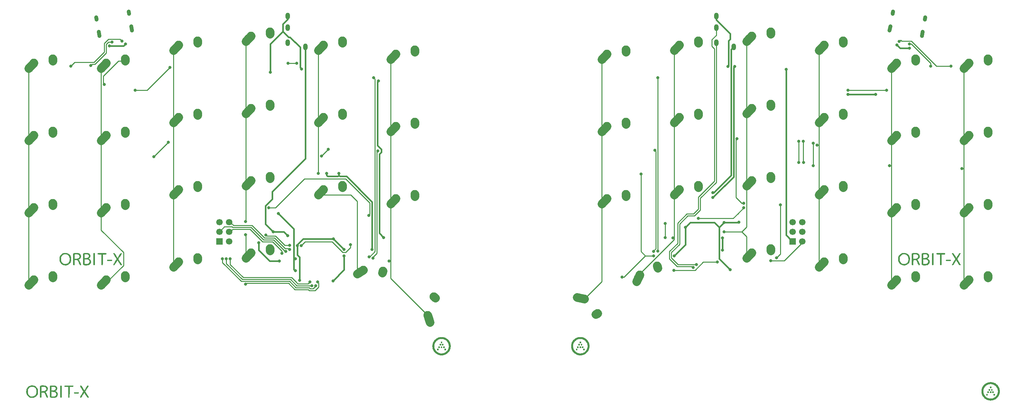
<source format=gtl>
G04 #@! TF.GenerationSoftware,KiCad,Pcbnew,(5.1.2)-1*
G04 #@! TF.CreationDate,2019-06-25T21:43:09+09:00*
G04 #@! TF.ProjectId,Orbit,4f726269-742e-46b6-9963-61645f706362,rev?*
G04 #@! TF.SameCoordinates,Original*
G04 #@! TF.FileFunction,Copper,L1,Top*
G04 #@! TF.FilePolarity,Positive*
%FSLAX46Y46*%
G04 Gerber Fmt 4.6, Leading zero omitted, Abs format (unit mm)*
G04 Created by KiCad (PCBNEW (5.1.2)-1) date 2019-06-25 21:43:09*
%MOMM*%
%LPD*%
G04 APERTURE LIST*
%ADD10C,0.010000*%
%ADD11C,2.250000*%
%ADD12C,2.250000*%
%ADD13C,1.700000*%
%ADD14R,1.700000X1.700000*%
%ADD15C,1.000000*%
%ADD16C,1.000000*%
%ADD17O,1.200000X1.800000*%
%ADD18C,0.800000*%
%ADD19C,0.381000*%
%ADD20C,0.254000*%
G04 APERTURE END LIST*
D10*
G36*
X289077400Y-129311400D02*
G01*
X288753550Y-129311400D01*
X288753550Y-128987550D01*
X289077400Y-128987550D01*
X289077400Y-129311400D01*
X289077400Y-129311400D01*
G37*
X289077400Y-129311400D02*
X288753550Y-129311400D01*
X288753550Y-128987550D01*
X289077400Y-128987550D01*
X289077400Y-129311400D01*
G36*
X289401250Y-129940050D02*
G01*
X289077400Y-129940050D01*
X289077400Y-129635250D01*
X289401250Y-129635250D01*
X289401250Y-129940050D01*
X289401250Y-129940050D01*
G37*
X289401250Y-129940050D02*
X289077400Y-129940050D01*
X289077400Y-129635250D01*
X289401250Y-129635250D01*
X289401250Y-129940050D01*
G36*
X288753550Y-129940050D02*
G01*
X288448750Y-129940050D01*
X288448750Y-129635250D01*
X288753550Y-129635250D01*
X288753550Y-129940050D01*
X288753550Y-129940050D01*
G37*
X288753550Y-129940050D02*
X288448750Y-129940050D01*
X288448750Y-129635250D01*
X288753550Y-129635250D01*
X288753550Y-129940050D01*
G36*
X289706050Y-130587750D02*
G01*
X289401250Y-130587750D01*
X289401250Y-130263900D01*
X289706050Y-130263900D01*
X289706050Y-130587750D01*
X289706050Y-130587750D01*
G37*
X289706050Y-130587750D02*
X289401250Y-130587750D01*
X289401250Y-130263900D01*
X289706050Y-130263900D01*
X289706050Y-130587750D01*
G36*
X289077400Y-130587750D02*
G01*
X288753550Y-130587750D01*
X288753550Y-130263900D01*
X289077400Y-130263900D01*
X289077400Y-130587750D01*
X289077400Y-130587750D01*
G37*
X289077400Y-130587750D02*
X288753550Y-130587750D01*
X288753550Y-130263900D01*
X289077400Y-130263900D01*
X289077400Y-130587750D01*
G36*
X288448750Y-130587750D02*
G01*
X288124900Y-130587750D01*
X288124900Y-130263900D01*
X288448750Y-130263900D01*
X288448750Y-130587750D01*
X288448750Y-130587750D01*
G37*
X288448750Y-130587750D02*
X288124900Y-130587750D01*
X288124900Y-130263900D01*
X288448750Y-130263900D01*
X288448750Y-130587750D01*
G36*
X290029900Y-131216400D02*
G01*
X289706050Y-131216400D01*
X289706050Y-130892550D01*
X290029900Y-130892550D01*
X290029900Y-131216400D01*
X290029900Y-131216400D01*
G37*
X290029900Y-131216400D02*
X289706050Y-131216400D01*
X289706050Y-130892550D01*
X290029900Y-130892550D01*
X290029900Y-131216400D01*
G36*
X288124900Y-131216400D02*
G01*
X287801050Y-131216400D01*
X287801050Y-130892550D01*
X288124900Y-130892550D01*
X288124900Y-131216400D01*
X288124900Y-131216400D01*
G37*
X288124900Y-131216400D02*
X287801050Y-131216400D01*
X287801050Y-130892550D01*
X288124900Y-130892550D01*
X288124900Y-131216400D01*
G36*
X288928175Y-127797435D02*
G01*
X289027469Y-127798532D01*
X289116839Y-127801857D01*
X289198913Y-127807735D01*
X289276324Y-127816487D01*
X289351702Y-127828438D01*
X289427677Y-127843909D01*
X289506881Y-127863224D01*
X289543103Y-127872934D01*
X289709941Y-127925125D01*
X289871611Y-127988593D01*
X290027502Y-128063022D01*
X290176999Y-128148094D01*
X290319491Y-128243492D01*
X290441207Y-128337893D01*
X290567342Y-128450473D01*
X290685211Y-128571629D01*
X290794268Y-128700507D01*
X290893966Y-128836253D01*
X290983757Y-128978013D01*
X291063095Y-129124932D01*
X291131433Y-129276157D01*
X291188224Y-129430834D01*
X291227227Y-129565242D01*
X291253683Y-129677231D01*
X291273971Y-129782779D01*
X291288685Y-129886197D01*
X291298420Y-129991794D01*
X291303768Y-130103879D01*
X291304291Y-130124200D01*
X291302115Y-130298837D01*
X291287560Y-130470664D01*
X291260628Y-130639656D01*
X291221325Y-130805790D01*
X291169655Y-130969043D01*
X291118297Y-131100189D01*
X291095831Y-131152401D01*
X291076581Y-131195727D01*
X291059086Y-131233090D01*
X291041885Y-131267410D01*
X291023516Y-131301610D01*
X291002520Y-131338612D01*
X290979220Y-131378325D01*
X290883845Y-131527341D01*
X290779761Y-131667122D01*
X290666863Y-131797771D01*
X290545043Y-131919397D01*
X290414197Y-132032103D01*
X290274219Y-132135998D01*
X290128325Y-132229220D01*
X290086061Y-132253995D01*
X290049330Y-132274776D01*
X290015211Y-132293024D01*
X289980782Y-132310200D01*
X289943120Y-132327765D01*
X289899305Y-132347180D01*
X289850189Y-132368297D01*
X289773202Y-132399935D01*
X289702228Y-132426366D01*
X289632537Y-132449156D01*
X289559398Y-132469871D01*
X289493325Y-132486457D01*
X289361711Y-132514901D01*
X289236036Y-132535442D01*
X289112653Y-132548514D01*
X288987919Y-132554548D01*
X288915475Y-132555010D01*
X288874500Y-132554598D01*
X288836003Y-132554034D01*
X288802498Y-132553367D01*
X288776502Y-132552650D01*
X288760527Y-132551932D01*
X288759900Y-132551886D01*
X288586960Y-132532725D01*
X288416755Y-132501536D01*
X288249970Y-132458573D01*
X288087294Y-132404090D01*
X287929412Y-132338341D01*
X287777014Y-132261580D01*
X287630785Y-132174061D01*
X287510021Y-132090036D01*
X287371678Y-131979359D01*
X287243132Y-131860670D01*
X287124560Y-131734231D01*
X287016142Y-131600305D01*
X286918059Y-131459154D01*
X286830488Y-131311041D01*
X286753610Y-131156228D01*
X286687604Y-130994977D01*
X286632650Y-130827550D01*
X286622934Y-130793103D01*
X286601841Y-130711668D01*
X286584733Y-130634608D01*
X286571287Y-130559293D01*
X286561179Y-130483093D01*
X286554088Y-130403376D01*
X286549689Y-130317511D01*
X286547660Y-130222869D01*
X286547435Y-130178175D01*
X286547975Y-130133886D01*
X286973635Y-130133886D01*
X286973717Y-130197996D01*
X286975050Y-130261728D01*
X286977607Y-130321829D01*
X286981364Y-130375047D01*
X286984340Y-130403600D01*
X287009839Y-130561438D01*
X287047161Y-130714730D01*
X287096160Y-130863177D01*
X287156695Y-131006478D01*
X287228621Y-131144335D01*
X287311794Y-131276447D01*
X287406072Y-131402514D01*
X287511310Y-131522237D01*
X287529179Y-131540808D01*
X287636566Y-131642467D01*
X287753128Y-131736816D01*
X287876704Y-131822271D01*
X288005135Y-131897253D01*
X288041766Y-131916202D01*
X288101292Y-131945522D01*
X288153485Y-131969697D01*
X288201883Y-131990151D01*
X288250022Y-132008307D01*
X288301440Y-132025586D01*
X288353500Y-132041581D01*
X288504870Y-132081112D01*
X288653471Y-132108672D01*
X288800461Y-132124371D01*
X288947002Y-132128313D01*
X289094251Y-132120608D01*
X289147484Y-132115024D01*
X289297350Y-132091869D01*
X289441015Y-132058422D01*
X289580485Y-132014082D01*
X289717766Y-131958251D01*
X289795332Y-131921292D01*
X289931838Y-131846557D01*
X290059371Y-131763569D01*
X290178537Y-131671779D01*
X290289943Y-131570639D01*
X290394195Y-131459603D01*
X290491899Y-131338122D01*
X290578513Y-131213607D01*
X290598614Y-131180654D01*
X290622072Y-131138951D01*
X290647432Y-131091397D01*
X290673238Y-131040885D01*
X290698034Y-130990311D01*
X290720364Y-130942573D01*
X290738771Y-130900565D01*
X290749522Y-130873500D01*
X290799816Y-130720267D01*
X290837732Y-130566076D01*
X290863239Y-130411359D01*
X290876304Y-130256551D01*
X290876894Y-130102085D01*
X290864977Y-129948393D01*
X290840521Y-129795909D01*
X290832678Y-129759075D01*
X290805759Y-129650040D01*
X290775113Y-129549094D01*
X290739163Y-129451805D01*
X290696330Y-129353745D01*
X290666202Y-129291766D01*
X290591239Y-129156687D01*
X290505779Y-129028338D01*
X290410438Y-128907294D01*
X290305829Y-128794131D01*
X290192568Y-128689425D01*
X290071267Y-128593751D01*
X289942541Y-128507687D01*
X289807005Y-128431808D01*
X289691660Y-128377783D01*
X289554357Y-128324667D01*
X289416314Y-128283069D01*
X289275924Y-128252662D01*
X289131580Y-128233120D01*
X288981676Y-128224117D01*
X288931350Y-128223405D01*
X288772874Y-128228501D01*
X288619572Y-128245017D01*
X288470824Y-128273138D01*
X288326011Y-128313053D01*
X288184514Y-128364948D01*
X288045715Y-128429010D01*
X287908993Y-128505427D01*
X287828435Y-128556795D01*
X287716889Y-128638017D01*
X287609530Y-128729622D01*
X287507672Y-128830071D01*
X287412628Y-128937824D01*
X287325709Y-129051344D01*
X287248228Y-129169092D01*
X287181497Y-129289528D01*
X287153661Y-129347864D01*
X287104538Y-129463751D01*
X287064353Y-129575142D01*
X287032148Y-129685500D01*
X287006964Y-129798291D01*
X286987844Y-129916976D01*
X286981123Y-129971800D01*
X286977313Y-130017536D01*
X286974825Y-130072648D01*
X286973635Y-130133886D01*
X286547975Y-130133886D01*
X286548831Y-130063778D01*
X286553530Y-129959085D01*
X286561990Y-129861419D01*
X286574668Y-129768108D01*
X286592021Y-129676475D01*
X286614509Y-129583847D01*
X286642588Y-129487549D01*
X286676717Y-129384906D01*
X286689272Y-129349500D01*
X286751980Y-129193724D01*
X286826253Y-129043057D01*
X286911937Y-128897708D01*
X287008881Y-128757886D01*
X287116933Y-128623802D01*
X287235939Y-128495666D01*
X287365746Y-128373687D01*
X287451216Y-128301543D01*
X287519879Y-128249148D01*
X287597910Y-128195288D01*
X287682398Y-128141729D01*
X287770428Y-128090244D01*
X287859090Y-128042599D01*
X287945471Y-128000566D01*
X287950275Y-127998371D01*
X288006243Y-127974473D01*
X288071188Y-127949364D01*
X288141613Y-127924229D01*
X288214023Y-127900249D01*
X288284921Y-127878608D01*
X288350811Y-127860491D01*
X288376319Y-127854176D01*
X288450899Y-127837562D01*
X288522078Y-127824234D01*
X288592482Y-127813921D01*
X288664735Y-127806355D01*
X288741462Y-127801265D01*
X288825287Y-127798382D01*
X288918836Y-127797434D01*
X288928175Y-127797435D01*
X288928175Y-127797435D01*
G37*
X288928175Y-127797435D02*
X289027469Y-127798532D01*
X289116839Y-127801857D01*
X289198913Y-127807735D01*
X289276324Y-127816487D01*
X289351702Y-127828438D01*
X289427677Y-127843909D01*
X289506881Y-127863224D01*
X289543103Y-127872934D01*
X289709941Y-127925125D01*
X289871611Y-127988593D01*
X290027502Y-128063022D01*
X290176999Y-128148094D01*
X290319491Y-128243492D01*
X290441207Y-128337893D01*
X290567342Y-128450473D01*
X290685211Y-128571629D01*
X290794268Y-128700507D01*
X290893966Y-128836253D01*
X290983757Y-128978013D01*
X291063095Y-129124932D01*
X291131433Y-129276157D01*
X291188224Y-129430834D01*
X291227227Y-129565242D01*
X291253683Y-129677231D01*
X291273971Y-129782779D01*
X291288685Y-129886197D01*
X291298420Y-129991794D01*
X291303768Y-130103879D01*
X291304291Y-130124200D01*
X291302115Y-130298837D01*
X291287560Y-130470664D01*
X291260628Y-130639656D01*
X291221325Y-130805790D01*
X291169655Y-130969043D01*
X291118297Y-131100189D01*
X291095831Y-131152401D01*
X291076581Y-131195727D01*
X291059086Y-131233090D01*
X291041885Y-131267410D01*
X291023516Y-131301610D01*
X291002520Y-131338612D01*
X290979220Y-131378325D01*
X290883845Y-131527341D01*
X290779761Y-131667122D01*
X290666863Y-131797771D01*
X290545043Y-131919397D01*
X290414197Y-132032103D01*
X290274219Y-132135998D01*
X290128325Y-132229220D01*
X290086061Y-132253995D01*
X290049330Y-132274776D01*
X290015211Y-132293024D01*
X289980782Y-132310200D01*
X289943120Y-132327765D01*
X289899305Y-132347180D01*
X289850189Y-132368297D01*
X289773202Y-132399935D01*
X289702228Y-132426366D01*
X289632537Y-132449156D01*
X289559398Y-132469871D01*
X289493325Y-132486457D01*
X289361711Y-132514901D01*
X289236036Y-132535442D01*
X289112653Y-132548514D01*
X288987919Y-132554548D01*
X288915475Y-132555010D01*
X288874500Y-132554598D01*
X288836003Y-132554034D01*
X288802498Y-132553367D01*
X288776502Y-132552650D01*
X288760527Y-132551932D01*
X288759900Y-132551886D01*
X288586960Y-132532725D01*
X288416755Y-132501536D01*
X288249970Y-132458573D01*
X288087294Y-132404090D01*
X287929412Y-132338341D01*
X287777014Y-132261580D01*
X287630785Y-132174061D01*
X287510021Y-132090036D01*
X287371678Y-131979359D01*
X287243132Y-131860670D01*
X287124560Y-131734231D01*
X287016142Y-131600305D01*
X286918059Y-131459154D01*
X286830488Y-131311041D01*
X286753610Y-131156228D01*
X286687604Y-130994977D01*
X286632650Y-130827550D01*
X286622934Y-130793103D01*
X286601841Y-130711668D01*
X286584733Y-130634608D01*
X286571287Y-130559293D01*
X286561179Y-130483093D01*
X286554088Y-130403376D01*
X286549689Y-130317511D01*
X286547660Y-130222869D01*
X286547435Y-130178175D01*
X286547975Y-130133886D01*
X286973635Y-130133886D01*
X286973717Y-130197996D01*
X286975050Y-130261728D01*
X286977607Y-130321829D01*
X286981364Y-130375047D01*
X286984340Y-130403600D01*
X287009839Y-130561438D01*
X287047161Y-130714730D01*
X287096160Y-130863177D01*
X287156695Y-131006478D01*
X287228621Y-131144335D01*
X287311794Y-131276447D01*
X287406072Y-131402514D01*
X287511310Y-131522237D01*
X287529179Y-131540808D01*
X287636566Y-131642467D01*
X287753128Y-131736816D01*
X287876704Y-131822271D01*
X288005135Y-131897253D01*
X288041766Y-131916202D01*
X288101292Y-131945522D01*
X288153485Y-131969697D01*
X288201883Y-131990151D01*
X288250022Y-132008307D01*
X288301440Y-132025586D01*
X288353500Y-132041581D01*
X288504870Y-132081112D01*
X288653471Y-132108672D01*
X288800461Y-132124371D01*
X288947002Y-132128313D01*
X289094251Y-132120608D01*
X289147484Y-132115024D01*
X289297350Y-132091869D01*
X289441015Y-132058422D01*
X289580485Y-132014082D01*
X289717766Y-131958251D01*
X289795332Y-131921292D01*
X289931838Y-131846557D01*
X290059371Y-131763569D01*
X290178537Y-131671779D01*
X290289943Y-131570639D01*
X290394195Y-131459603D01*
X290491899Y-131338122D01*
X290578513Y-131213607D01*
X290598614Y-131180654D01*
X290622072Y-131138951D01*
X290647432Y-131091397D01*
X290673238Y-131040885D01*
X290698034Y-130990311D01*
X290720364Y-130942573D01*
X290738771Y-130900565D01*
X290749522Y-130873500D01*
X290799816Y-130720267D01*
X290837732Y-130566076D01*
X290863239Y-130411359D01*
X290876304Y-130256551D01*
X290876894Y-130102085D01*
X290864977Y-129948393D01*
X290840521Y-129795909D01*
X290832678Y-129759075D01*
X290805759Y-129650040D01*
X290775113Y-129549094D01*
X290739163Y-129451805D01*
X290696330Y-129353745D01*
X290666202Y-129291766D01*
X290591239Y-129156687D01*
X290505779Y-129028338D01*
X290410438Y-128907294D01*
X290305829Y-128794131D01*
X290192568Y-128689425D01*
X290071267Y-128593751D01*
X289942541Y-128507687D01*
X289807005Y-128431808D01*
X289691660Y-128377783D01*
X289554357Y-128324667D01*
X289416314Y-128283069D01*
X289275924Y-128252662D01*
X289131580Y-128233120D01*
X288981676Y-128224117D01*
X288931350Y-128223405D01*
X288772874Y-128228501D01*
X288619572Y-128245017D01*
X288470824Y-128273138D01*
X288326011Y-128313053D01*
X288184514Y-128364948D01*
X288045715Y-128429010D01*
X287908993Y-128505427D01*
X287828435Y-128556795D01*
X287716889Y-128638017D01*
X287609530Y-128729622D01*
X287507672Y-128830071D01*
X287412628Y-128937824D01*
X287325709Y-129051344D01*
X287248228Y-129169092D01*
X287181497Y-129289528D01*
X287153661Y-129347864D01*
X287104538Y-129463751D01*
X287064353Y-129575142D01*
X287032148Y-129685500D01*
X287006964Y-129798291D01*
X286987844Y-129916976D01*
X286981123Y-129971800D01*
X286977313Y-130017536D01*
X286974825Y-130072648D01*
X286973635Y-130133886D01*
X286547975Y-130133886D01*
X286548831Y-130063778D01*
X286553530Y-129959085D01*
X286561990Y-129861419D01*
X286574668Y-129768108D01*
X286592021Y-129676475D01*
X286614509Y-129583847D01*
X286642588Y-129487549D01*
X286676717Y-129384906D01*
X286689272Y-129349500D01*
X286751980Y-129193724D01*
X286826253Y-129043057D01*
X286911937Y-128897708D01*
X287008881Y-128757886D01*
X287116933Y-128623802D01*
X287235939Y-128495666D01*
X287365746Y-128373687D01*
X287451216Y-128301543D01*
X287519879Y-128249148D01*
X287597910Y-128195288D01*
X287682398Y-128141729D01*
X287770428Y-128090244D01*
X287859090Y-128042599D01*
X287945471Y-128000566D01*
X287950275Y-127998371D01*
X288006243Y-127974473D01*
X288071188Y-127949364D01*
X288141613Y-127924229D01*
X288214023Y-127900249D01*
X288284921Y-127878608D01*
X288350811Y-127860491D01*
X288376319Y-127854176D01*
X288450899Y-127837562D01*
X288522078Y-127824234D01*
X288592482Y-127813921D01*
X288664735Y-127806355D01*
X288741462Y-127801265D01*
X288825287Y-127798382D01*
X288918836Y-127797434D01*
X288928175Y-127797435D01*
G36*
X48624132Y-130445394D02*
G01*
X48791747Y-130449915D01*
X48907879Y-130457751D01*
X48976635Y-130469148D01*
X48999215Y-130479800D01*
X49031993Y-130547077D01*
X49025158Y-130622969D01*
X48981761Y-130679371D01*
X48977273Y-130681949D01*
X48927028Y-130692944D01*
X48826788Y-130702029D01*
X48686308Y-130708670D01*
X48515341Y-130712332D01*
X48412819Y-130712882D01*
X48224324Y-130712257D01*
X48086042Y-130709761D01*
X47988427Y-130704462D01*
X47921935Y-130695427D01*
X47877020Y-130681726D01*
X47844137Y-130662425D01*
X47836694Y-130656628D01*
X47790017Y-130609178D01*
X47787195Y-130561883D01*
X47802860Y-130522157D01*
X47838498Y-130443941D01*
X48400927Y-130443941D01*
X48624132Y-130445394D01*
X48624132Y-130445394D01*
G37*
X48624132Y-130445394D02*
X48791747Y-130449915D01*
X48907879Y-130457751D01*
X48976635Y-130469148D01*
X48999215Y-130479800D01*
X49031993Y-130547077D01*
X49025158Y-130622969D01*
X48981761Y-130679371D01*
X48977273Y-130681949D01*
X48927028Y-130692944D01*
X48826788Y-130702029D01*
X48686308Y-130708670D01*
X48515341Y-130712332D01*
X48412819Y-130712882D01*
X48224324Y-130712257D01*
X48086042Y-130709761D01*
X47988427Y-130704462D01*
X47921935Y-130695427D01*
X47877020Y-130681726D01*
X47844137Y-130662425D01*
X47836694Y-130656628D01*
X47790017Y-130609178D01*
X47787195Y-130561883D01*
X47802860Y-130522157D01*
X47838498Y-130443941D01*
X48400927Y-130443941D01*
X48624132Y-130445394D01*
G36*
X51545158Y-128712064D02*
G01*
X51574591Y-128761028D01*
X51575073Y-128769938D01*
X51559784Y-128809781D01*
X51516644Y-128892996D01*
X51449747Y-129012444D01*
X51363188Y-129160985D01*
X51261060Y-129331480D01*
X51147456Y-129516788D01*
X51139279Y-129529970D01*
X50703486Y-130231969D01*
X51142239Y-130936222D01*
X51257576Y-131122443D01*
X51362583Y-131294071D01*
X51453028Y-131444020D01*
X51524676Y-131565203D01*
X51573295Y-131650535D01*
X51594652Y-131692928D01*
X51595052Y-131694237D01*
X51585764Y-131755153D01*
X51559749Y-131788965D01*
X51518923Y-131812143D01*
X51466743Y-131811002D01*
X51385848Y-131786878D01*
X51345582Y-131771199D01*
X51309346Y-131750202D01*
X51272327Y-131717431D01*
X51229712Y-131666430D01*
X51176687Y-131590744D01*
X51108441Y-131483917D01*
X51020159Y-131339493D01*
X50907030Y-131151016D01*
X50887779Y-131118812D01*
X50783079Y-130945782D01*
X50687266Y-130791534D01*
X50604855Y-130663006D01*
X50540358Y-130567134D01*
X50498288Y-130510855D01*
X50484367Y-130498752D01*
X50461276Y-130524862D01*
X50412883Y-130595363D01*
X50343839Y-130702925D01*
X50258795Y-130840220D01*
X50162401Y-130999922D01*
X50106686Y-131093881D01*
X49968885Y-131323624D01*
X49856177Y-131502366D01*
X49766906Y-131632550D01*
X49699417Y-131716619D01*
X49661502Y-131751294D01*
X49557817Y-131807153D01*
X49478323Y-131812504D01*
X49429520Y-131782671D01*
X49397567Y-131727736D01*
X49393662Y-131704843D01*
X49408918Y-131669297D01*
X49451958Y-131590173D01*
X49518690Y-131474445D01*
X49605021Y-131329087D01*
X49706859Y-131161075D01*
X49820111Y-130977384D01*
X49826956Y-130966376D01*
X49940739Y-130782015D01*
X50043347Y-130612954D01*
X50130689Y-130466165D01*
X50198672Y-130348616D01*
X50243205Y-130267277D01*
X50260196Y-130229118D01*
X50260250Y-130228371D01*
X50244956Y-130192453D01*
X50201966Y-130113474D01*
X50135617Y-129998827D01*
X50050246Y-129855904D01*
X49950191Y-129692099D01*
X49868732Y-129560966D01*
X49732724Y-129343484D01*
X49625331Y-129170986D01*
X49543568Y-129037724D01*
X49484453Y-128937953D01*
X49445003Y-128865925D01*
X49422234Y-128815895D01*
X49413163Y-128782117D01*
X49414807Y-128758843D01*
X49424184Y-128740328D01*
X49434982Y-128725443D01*
X49493379Y-128691022D01*
X49578099Y-128691043D01*
X49669215Y-128722096D01*
X49744693Y-128778458D01*
X49778923Y-128824347D01*
X49837633Y-128912556D01*
X49914977Y-129033902D01*
X50005112Y-129179206D01*
X50102193Y-129339283D01*
X50110553Y-129353235D01*
X50207035Y-129514168D01*
X50295618Y-129661469D01*
X50370741Y-129785927D01*
X50426842Y-129878330D01*
X50458360Y-129929464D01*
X50459800Y-129931726D01*
X50475267Y-129952771D01*
X50491635Y-129961022D01*
X50513100Y-129951030D01*
X50543856Y-129917347D01*
X50588098Y-129854525D01*
X50650023Y-129757118D01*
X50733825Y-129619676D01*
X50843700Y-129436752D01*
X50853248Y-129420814D01*
X50955912Y-129250310D01*
X51050505Y-129094848D01*
X51132003Y-128962554D01*
X51195384Y-128861551D01*
X51235624Y-128799964D01*
X51245139Y-128786916D01*
X51315547Y-128729240D01*
X51399666Y-128696991D01*
X51481527Y-128690992D01*
X51545158Y-128712064D01*
X51545158Y-128712064D01*
G37*
X51545158Y-128712064D02*
X51574591Y-128761028D01*
X51575073Y-128769938D01*
X51559784Y-128809781D01*
X51516644Y-128892996D01*
X51449747Y-129012444D01*
X51363188Y-129160985D01*
X51261060Y-129331480D01*
X51147456Y-129516788D01*
X51139279Y-129529970D01*
X50703486Y-130231969D01*
X51142239Y-130936222D01*
X51257576Y-131122443D01*
X51362583Y-131294071D01*
X51453028Y-131444020D01*
X51524676Y-131565203D01*
X51573295Y-131650535D01*
X51594652Y-131692928D01*
X51595052Y-131694237D01*
X51585764Y-131755153D01*
X51559749Y-131788965D01*
X51518923Y-131812143D01*
X51466743Y-131811002D01*
X51385848Y-131786878D01*
X51345582Y-131771199D01*
X51309346Y-131750202D01*
X51272327Y-131717431D01*
X51229712Y-131666430D01*
X51176687Y-131590744D01*
X51108441Y-131483917D01*
X51020159Y-131339493D01*
X50907030Y-131151016D01*
X50887779Y-131118812D01*
X50783079Y-130945782D01*
X50687266Y-130791534D01*
X50604855Y-130663006D01*
X50540358Y-130567134D01*
X50498288Y-130510855D01*
X50484367Y-130498752D01*
X50461276Y-130524862D01*
X50412883Y-130595363D01*
X50343839Y-130702925D01*
X50258795Y-130840220D01*
X50162401Y-130999922D01*
X50106686Y-131093881D01*
X49968885Y-131323624D01*
X49856177Y-131502366D01*
X49766906Y-131632550D01*
X49699417Y-131716619D01*
X49661502Y-131751294D01*
X49557817Y-131807153D01*
X49478323Y-131812504D01*
X49429520Y-131782671D01*
X49397567Y-131727736D01*
X49393662Y-131704843D01*
X49408918Y-131669297D01*
X49451958Y-131590173D01*
X49518690Y-131474445D01*
X49605021Y-131329087D01*
X49706859Y-131161075D01*
X49820111Y-130977384D01*
X49826956Y-130966376D01*
X49940739Y-130782015D01*
X50043347Y-130612954D01*
X50130689Y-130466165D01*
X50198672Y-130348616D01*
X50243205Y-130267277D01*
X50260196Y-130229118D01*
X50260250Y-130228371D01*
X50244956Y-130192453D01*
X50201966Y-130113474D01*
X50135617Y-129998827D01*
X50050246Y-129855904D01*
X49950191Y-129692099D01*
X49868732Y-129560966D01*
X49732724Y-129343484D01*
X49625331Y-129170986D01*
X49543568Y-129037724D01*
X49484453Y-128937953D01*
X49445003Y-128865925D01*
X49422234Y-128815895D01*
X49413163Y-128782117D01*
X49414807Y-128758843D01*
X49424184Y-128740328D01*
X49434982Y-128725443D01*
X49493379Y-128691022D01*
X49578099Y-128691043D01*
X49669215Y-128722096D01*
X49744693Y-128778458D01*
X49778923Y-128824347D01*
X49837633Y-128912556D01*
X49914977Y-129033902D01*
X50005112Y-129179206D01*
X50102193Y-129339283D01*
X50110553Y-129353235D01*
X50207035Y-129514168D01*
X50295618Y-129661469D01*
X50370741Y-129785927D01*
X50426842Y-129878330D01*
X50458360Y-129929464D01*
X50459800Y-129931726D01*
X50475267Y-129952771D01*
X50491635Y-129961022D01*
X50513100Y-129951030D01*
X50543856Y-129917347D01*
X50588098Y-129854525D01*
X50650023Y-129757118D01*
X50733825Y-129619676D01*
X50843700Y-129436752D01*
X50853248Y-129420814D01*
X50955912Y-129250310D01*
X51050505Y-129094848D01*
X51132003Y-128962554D01*
X51195384Y-128861551D01*
X51235624Y-128799964D01*
X51245139Y-128786916D01*
X51315547Y-128729240D01*
X51399666Y-128696991D01*
X51481527Y-128690992D01*
X51545158Y-128712064D01*
G36*
X46699975Y-128680978D02*
G01*
X46925420Y-128681492D01*
X47103186Y-128682762D01*
X47239316Y-128685128D01*
X47339852Y-128688928D01*
X47410836Y-128694501D01*
X47458313Y-128702186D01*
X47488323Y-128712322D01*
X47506911Y-128725248D01*
X47520118Y-128741302D01*
X47521017Y-128742580D01*
X47550664Y-128826669D01*
X47527291Y-128902678D01*
X47460220Y-128952116D01*
X47403930Y-128962418D01*
X47301585Y-128970971D01*
X47166888Y-128976979D01*
X47013541Y-128979643D01*
X46986187Y-128979706D01*
X46584720Y-128979706D01*
X46584720Y-130339353D01*
X46584642Y-130659885D01*
X46584257Y-130925995D01*
X46583339Y-131143028D01*
X46581665Y-131316328D01*
X46579009Y-131451236D01*
X46575147Y-131553099D01*
X46569852Y-131627258D01*
X46562901Y-131679057D01*
X46554067Y-131713841D01*
X46543127Y-131736952D01*
X46529855Y-131753735D01*
X46524956Y-131758765D01*
X46455796Y-131809543D01*
X46388702Y-131808966D01*
X46322428Y-131772011D01*
X46256015Y-131725493D01*
X46256015Y-128979706D01*
X45845132Y-128979265D01*
X45643551Y-128976247D01*
X45494247Y-128966503D01*
X45389939Y-128948263D01*
X45323343Y-128919754D01*
X45287180Y-128879205D01*
X45275777Y-128840741D01*
X45288450Y-128770080D01*
X45315265Y-128729431D01*
X45333660Y-128716461D01*
X45364193Y-128705995D01*
X45412808Y-128697771D01*
X45485450Y-128691527D01*
X45588063Y-128687003D01*
X45726591Y-128683937D01*
X45906979Y-128682069D01*
X46135171Y-128681138D01*
X46417111Y-128680882D01*
X46420807Y-128680882D01*
X46699975Y-128680978D01*
X46699975Y-128680978D01*
G37*
X46699975Y-128680978D02*
X46925420Y-128681492D01*
X47103186Y-128682762D01*
X47239316Y-128685128D01*
X47339852Y-128688928D01*
X47410836Y-128694501D01*
X47458313Y-128702186D01*
X47488323Y-128712322D01*
X47506911Y-128725248D01*
X47520118Y-128741302D01*
X47521017Y-128742580D01*
X47550664Y-128826669D01*
X47527291Y-128902678D01*
X47460220Y-128952116D01*
X47403930Y-128962418D01*
X47301585Y-128970971D01*
X47166888Y-128976979D01*
X47013541Y-128979643D01*
X46986187Y-128979706D01*
X46584720Y-128979706D01*
X46584720Y-130339353D01*
X46584642Y-130659885D01*
X46584257Y-130925995D01*
X46583339Y-131143028D01*
X46581665Y-131316328D01*
X46579009Y-131451236D01*
X46575147Y-131553099D01*
X46569852Y-131627258D01*
X46562901Y-131679057D01*
X46554067Y-131713841D01*
X46543127Y-131736952D01*
X46529855Y-131753735D01*
X46524956Y-131758765D01*
X46455796Y-131809543D01*
X46388702Y-131808966D01*
X46322428Y-131772011D01*
X46256015Y-131725493D01*
X46256015Y-128979706D01*
X45845132Y-128979265D01*
X45643551Y-128976247D01*
X45494247Y-128966503D01*
X45389939Y-128948263D01*
X45323343Y-128919754D01*
X45287180Y-128879205D01*
X45275777Y-128840741D01*
X45288450Y-128770080D01*
X45315265Y-128729431D01*
X45333660Y-128716461D01*
X45364193Y-128705995D01*
X45412808Y-128697771D01*
X45485450Y-128691527D01*
X45588063Y-128687003D01*
X45726591Y-128683937D01*
X45906979Y-128682069D01*
X46135171Y-128681138D01*
X46417111Y-128680882D01*
X46420807Y-128680882D01*
X46699975Y-128680978D01*
G36*
X44443501Y-128735529D02*
G01*
X44454840Y-128752530D01*
X44464320Y-128779654D01*
X44472104Y-128821937D01*
X44478355Y-128884414D01*
X44483238Y-128972121D01*
X44486916Y-129090092D01*
X44489552Y-129243362D01*
X44491311Y-129436968D01*
X44492354Y-129675945D01*
X44492847Y-129965327D01*
X44492956Y-130257835D01*
X44492956Y-131725493D01*
X44426542Y-131772011D01*
X44351670Y-131812061D01*
X44288381Y-131806760D01*
X44219854Y-131761405D01*
X44149309Y-131704280D01*
X44149309Y-130255483D01*
X44149400Y-129923311D01*
X44149804Y-129645734D01*
X44150715Y-129417584D01*
X44152329Y-129233693D01*
X44154838Y-129088892D01*
X44158439Y-128978013D01*
X44163326Y-128895887D01*
X44169693Y-128837344D01*
X44177735Y-128797218D01*
X44187647Y-128770338D01*
X44199624Y-128751537D01*
X44206234Y-128743784D01*
X44286963Y-128690206D01*
X44373590Y-128689687D01*
X44443501Y-128735529D01*
X44443501Y-128735529D01*
G37*
X44443501Y-128735529D02*
X44454840Y-128752530D01*
X44464320Y-128779654D01*
X44472104Y-128821937D01*
X44478355Y-128884414D01*
X44483238Y-128972121D01*
X44486916Y-129090092D01*
X44489552Y-129243362D01*
X44491311Y-129436968D01*
X44492354Y-129675945D01*
X44492847Y-129965327D01*
X44492956Y-130257835D01*
X44492956Y-131725493D01*
X44426542Y-131772011D01*
X44351670Y-131812061D01*
X44288381Y-131806760D01*
X44219854Y-131761405D01*
X44149309Y-131704280D01*
X44149309Y-130255483D01*
X44149400Y-129923311D01*
X44149804Y-129645734D01*
X44150715Y-129417584D01*
X44152329Y-129233693D01*
X44154838Y-129088892D01*
X44158439Y-128978013D01*
X44163326Y-128895887D01*
X44169693Y-128837344D01*
X44177735Y-128797218D01*
X44187647Y-128770338D01*
X44199624Y-128751537D01*
X44206234Y-128743784D01*
X44286963Y-128690206D01*
X44373590Y-128689687D01*
X44443501Y-128735529D01*
G36*
X39643128Y-128656423D02*
G01*
X39691427Y-128657990D01*
X39924286Y-128670685D01*
X40110660Y-128693363D01*
X40263471Y-128729449D01*
X40395637Y-128782366D01*
X40520078Y-128855541D01*
X40570131Y-128890916D01*
X40698441Y-129020920D01*
X40787878Y-129187837D01*
X40835578Y-129380883D01*
X40838679Y-129589273D01*
X40803832Y-129771377D01*
X40758288Y-129892736D01*
X40691828Y-129995179D01*
X40604307Y-130089194D01*
X40526707Y-130161627D01*
X40464684Y-130213759D01*
X40431200Y-130234728D01*
X40430613Y-130234765D01*
X40389761Y-130245417D01*
X40317908Y-130271943D01*
X40294416Y-130281543D01*
X40182461Y-130328321D01*
X40257280Y-130408543D01*
X40320298Y-130485175D01*
X40388452Y-130580967D01*
X40409503Y-130613734D01*
X40444865Y-130679547D01*
X40494901Y-130784208D01*
X40555046Y-130916912D01*
X40620731Y-131066858D01*
X40687392Y-131223242D01*
X40750460Y-131375262D01*
X40805369Y-131512115D01*
X40847552Y-131622998D01*
X40872444Y-131697107D01*
X40877191Y-131720089D01*
X40851934Y-131771010D01*
X40788896Y-131798795D01*
X40707179Y-131798645D01*
X40646497Y-131778031D01*
X40611887Y-131754871D01*
X40578150Y-131717861D01*
X40541078Y-131659161D01*
X40496466Y-131570934D01*
X40440108Y-131445342D01*
X40367797Y-131274546D01*
X40338620Y-131204278D01*
X40245317Y-130983472D01*
X40167188Y-130812277D01*
X40099180Y-130684067D01*
X40036237Y-130592215D01*
X39973307Y-130530096D01*
X39905336Y-130491083D01*
X39827269Y-130468550D01*
X39770841Y-130459859D01*
X39650524Y-130450661D01*
X39506354Y-130447265D01*
X39398015Y-130449393D01*
X39188838Y-130458882D01*
X39173897Y-131096349D01*
X39168560Y-131308480D01*
X39163266Y-131468794D01*
X39157161Y-131585230D01*
X39149394Y-131665728D01*
X39139113Y-131718230D01*
X39125465Y-131750674D01*
X39107600Y-131771001D01*
X39100950Y-131776172D01*
X39031823Y-131813348D01*
X38969112Y-131806160D01*
X38911605Y-131772011D01*
X38845191Y-131725493D01*
X38845191Y-129397317D01*
X39173395Y-129397317D01*
X39173897Y-129582302D01*
X39173897Y-130182796D01*
X39569838Y-130168742D01*
X39746517Y-130160758D01*
X39877650Y-130149890D01*
X39977451Y-130134020D01*
X40060131Y-130111032D01*
X40122879Y-130086365D01*
X40295434Y-129983520D01*
X40420202Y-129848171D01*
X40494244Y-129685065D01*
X40514622Y-129498949D01*
X40511874Y-129458075D01*
X40472585Y-129289393D01*
X40387709Y-129155237D01*
X40252495Y-129048979D01*
X40197575Y-129019667D01*
X40117686Y-128983543D01*
X40042487Y-128958882D01*
X39956351Y-128942908D01*
X39843651Y-128932841D01*
X39688760Y-128925904D01*
X39665735Y-128925121D01*
X39506753Y-128919037D01*
X39386158Y-128917464D01*
X39298676Y-128927446D01*
X39239033Y-128956031D01*
X39201957Y-129010265D01*
X39182174Y-129097193D01*
X39174411Y-129223862D01*
X39173395Y-129397317D01*
X38845191Y-129397317D01*
X38845191Y-128838444D01*
X38922537Y-128761098D01*
X38976460Y-128718114D01*
X39045454Y-128686874D01*
X39138069Y-128666232D01*
X39262853Y-128655040D01*
X39428356Y-128652152D01*
X39643128Y-128656423D01*
X39643128Y-128656423D01*
G37*
X39643128Y-128656423D02*
X39691427Y-128657990D01*
X39924286Y-128670685D01*
X40110660Y-128693363D01*
X40263471Y-128729449D01*
X40395637Y-128782366D01*
X40520078Y-128855541D01*
X40570131Y-128890916D01*
X40698441Y-129020920D01*
X40787878Y-129187837D01*
X40835578Y-129380883D01*
X40838679Y-129589273D01*
X40803832Y-129771377D01*
X40758288Y-129892736D01*
X40691828Y-129995179D01*
X40604307Y-130089194D01*
X40526707Y-130161627D01*
X40464684Y-130213759D01*
X40431200Y-130234728D01*
X40430613Y-130234765D01*
X40389761Y-130245417D01*
X40317908Y-130271943D01*
X40294416Y-130281543D01*
X40182461Y-130328321D01*
X40257280Y-130408543D01*
X40320298Y-130485175D01*
X40388452Y-130580967D01*
X40409503Y-130613734D01*
X40444865Y-130679547D01*
X40494901Y-130784208D01*
X40555046Y-130916912D01*
X40620731Y-131066858D01*
X40687392Y-131223242D01*
X40750460Y-131375262D01*
X40805369Y-131512115D01*
X40847552Y-131622998D01*
X40872444Y-131697107D01*
X40877191Y-131720089D01*
X40851934Y-131771010D01*
X40788896Y-131798795D01*
X40707179Y-131798645D01*
X40646497Y-131778031D01*
X40611887Y-131754871D01*
X40578150Y-131717861D01*
X40541078Y-131659161D01*
X40496466Y-131570934D01*
X40440108Y-131445342D01*
X40367797Y-131274546D01*
X40338620Y-131204278D01*
X40245317Y-130983472D01*
X40167188Y-130812277D01*
X40099180Y-130684067D01*
X40036237Y-130592215D01*
X39973307Y-130530096D01*
X39905336Y-130491083D01*
X39827269Y-130468550D01*
X39770841Y-130459859D01*
X39650524Y-130450661D01*
X39506354Y-130447265D01*
X39398015Y-130449393D01*
X39188838Y-130458882D01*
X39173897Y-131096349D01*
X39168560Y-131308480D01*
X39163266Y-131468794D01*
X39157161Y-131585230D01*
X39149394Y-131665728D01*
X39139113Y-131718230D01*
X39125465Y-131750674D01*
X39107600Y-131771001D01*
X39100950Y-131776172D01*
X39031823Y-131813348D01*
X38969112Y-131806160D01*
X38911605Y-131772011D01*
X38845191Y-131725493D01*
X38845191Y-129397317D01*
X39173395Y-129397317D01*
X39173897Y-129582302D01*
X39173897Y-130182796D01*
X39569838Y-130168742D01*
X39746517Y-130160758D01*
X39877650Y-130149890D01*
X39977451Y-130134020D01*
X40060131Y-130111032D01*
X40122879Y-130086365D01*
X40295434Y-129983520D01*
X40420202Y-129848171D01*
X40494244Y-129685065D01*
X40514622Y-129498949D01*
X40511874Y-129458075D01*
X40472585Y-129289393D01*
X40387709Y-129155237D01*
X40252495Y-129048979D01*
X40197575Y-129019667D01*
X40117686Y-128983543D01*
X40042487Y-128958882D01*
X39956351Y-128942908D01*
X39843651Y-128932841D01*
X39688760Y-128925904D01*
X39665735Y-128925121D01*
X39506753Y-128919037D01*
X39386158Y-128917464D01*
X39298676Y-128927446D01*
X39239033Y-128956031D01*
X39201957Y-129010265D01*
X39182174Y-129097193D01*
X39174411Y-129223862D01*
X39173395Y-129397317D01*
X38845191Y-129397317D01*
X38845191Y-128838444D01*
X38922537Y-128761098D01*
X38976460Y-128718114D01*
X39045454Y-128686874D01*
X39138069Y-128666232D01*
X39262853Y-128655040D01*
X39428356Y-128652152D01*
X39643128Y-128656423D01*
G36*
X42367390Y-128668906D02*
G01*
X42512129Y-128672391D01*
X42620130Y-128679134D01*
X42702902Y-128690278D01*
X42771953Y-128706964D01*
X42838794Y-128730334D01*
X42849426Y-128734521D01*
X43040988Y-128835058D01*
X43181438Y-128965328D01*
X43273146Y-129128391D01*
X43318484Y-129327309D01*
X43319925Y-129342030D01*
X43324628Y-129455884D01*
X43310048Y-129547466D01*
X43270059Y-129648816D01*
X43255430Y-129679318D01*
X43144480Y-129843974D01*
X42994884Y-129974445D01*
X42820691Y-130058607D01*
X42813341Y-130060860D01*
X42742484Y-130091556D01*
X42719912Y-130121347D01*
X42748179Y-130141413D01*
X42788948Y-130145118D01*
X42875477Y-130162338D01*
X42987479Y-130207183D01*
X43104174Y-130269429D01*
X43204782Y-130338851D01*
X43233045Y-130363616D01*
X43357939Y-130513811D01*
X43431087Y-130681480D01*
X43458000Y-130879543D01*
X43458247Y-130891500D01*
X43447312Y-131101764D01*
X43403552Y-131274135D01*
X43321445Y-131423883D01*
X43224714Y-131537374D01*
X43119203Y-131635113D01*
X43012834Y-131709097D01*
X42894819Y-131762645D01*
X42754372Y-131799077D01*
X42580705Y-131821711D01*
X42363031Y-131833865D01*
X42251779Y-131836725D01*
X42082580Y-131838214D01*
X41926648Y-131836281D01*
X41797413Y-131831332D01*
X41708303Y-131823776D01*
X41684487Y-131819537D01*
X41591566Y-131778212D01*
X41513264Y-131715312D01*
X41512664Y-131714618D01*
X41444956Y-131635903D01*
X41444956Y-130264647D01*
X41773662Y-130264647D01*
X41773662Y-130893139D01*
X41773820Y-131101976D01*
X41774831Y-131258899D01*
X41777501Y-131371758D01*
X41782635Y-131448404D01*
X41791037Y-131496687D01*
X41803514Y-131524458D01*
X41820870Y-131539568D01*
X41840897Y-131548657D01*
X41912861Y-131563815D01*
X42027559Y-131573127D01*
X42168247Y-131576631D01*
X42318186Y-131574368D01*
X42460634Y-131566377D01*
X42578848Y-131552698D01*
X42610181Y-131546837D01*
X42798779Y-131478737D01*
X42949784Y-131366751D01*
X43058209Y-131216984D01*
X43119063Y-131035541D01*
X43130713Y-130909914D01*
X43111305Y-130728822D01*
X43048318Y-130579232D01*
X42939921Y-130460034D01*
X42784284Y-130370117D01*
X42579576Y-130308371D01*
X42323966Y-130273684D01*
X42066997Y-130264647D01*
X41773662Y-130264647D01*
X41444956Y-130264647D01*
X41444956Y-130264387D01*
X41445597Y-129890856D01*
X41447544Y-129575571D01*
X41450830Y-129317029D01*
X41451506Y-129287518D01*
X41773409Y-129287518D01*
X41773662Y-129468836D01*
X41774827Y-129633723D01*
X41778048Y-129777218D01*
X41782914Y-129888864D01*
X41789014Y-129958205D01*
X41793583Y-129975784D01*
X41835790Y-129987785D01*
X41922658Y-129994087D01*
X42039383Y-129994963D01*
X42171159Y-129990685D01*
X42303183Y-129981527D01*
X42420650Y-129967761D01*
X42445192Y-129963774D01*
X42655653Y-129907009D01*
X42817021Y-129819132D01*
X42928178Y-129701191D01*
X42988004Y-129554233D01*
X42998838Y-129445468D01*
X42978520Y-129276561D01*
X42914596Y-129145227D01*
X42802609Y-129043887D01*
X42742793Y-129009763D01*
X42668276Y-128976008D01*
X42592944Y-128953169D01*
X42501222Y-128938564D01*
X42377534Y-128929509D01*
X42248020Y-128924549D01*
X42081957Y-128919198D01*
X41959892Y-128920013D01*
X41875079Y-128934734D01*
X41820771Y-128971104D01*
X41790222Y-129036863D01*
X41776683Y-129139754D01*
X41773409Y-129287518D01*
X41451506Y-129287518D01*
X41455492Y-129113725D01*
X41461563Y-128964154D01*
X41469077Y-128866812D01*
X41478070Y-128820195D01*
X41478139Y-128820042D01*
X41508011Y-128767745D01*
X41548941Y-128728659D01*
X41609240Y-128700963D01*
X41697219Y-128682837D01*
X41821191Y-128672461D01*
X41989466Y-128668014D01*
X42174403Y-128667538D01*
X42367390Y-128668906D01*
X42367390Y-128668906D01*
G37*
X42367390Y-128668906D02*
X42512129Y-128672391D01*
X42620130Y-128679134D01*
X42702902Y-128690278D01*
X42771953Y-128706964D01*
X42838794Y-128730334D01*
X42849426Y-128734521D01*
X43040988Y-128835058D01*
X43181438Y-128965328D01*
X43273146Y-129128391D01*
X43318484Y-129327309D01*
X43319925Y-129342030D01*
X43324628Y-129455884D01*
X43310048Y-129547466D01*
X43270059Y-129648816D01*
X43255430Y-129679318D01*
X43144480Y-129843974D01*
X42994884Y-129974445D01*
X42820691Y-130058607D01*
X42813341Y-130060860D01*
X42742484Y-130091556D01*
X42719912Y-130121347D01*
X42748179Y-130141413D01*
X42788948Y-130145118D01*
X42875477Y-130162338D01*
X42987479Y-130207183D01*
X43104174Y-130269429D01*
X43204782Y-130338851D01*
X43233045Y-130363616D01*
X43357939Y-130513811D01*
X43431087Y-130681480D01*
X43458000Y-130879543D01*
X43458247Y-130891500D01*
X43447312Y-131101764D01*
X43403552Y-131274135D01*
X43321445Y-131423883D01*
X43224714Y-131537374D01*
X43119203Y-131635113D01*
X43012834Y-131709097D01*
X42894819Y-131762645D01*
X42754372Y-131799077D01*
X42580705Y-131821711D01*
X42363031Y-131833865D01*
X42251779Y-131836725D01*
X42082580Y-131838214D01*
X41926648Y-131836281D01*
X41797413Y-131831332D01*
X41708303Y-131823776D01*
X41684487Y-131819537D01*
X41591566Y-131778212D01*
X41513264Y-131715312D01*
X41512664Y-131714618D01*
X41444956Y-131635903D01*
X41444956Y-130264647D01*
X41773662Y-130264647D01*
X41773662Y-130893139D01*
X41773820Y-131101976D01*
X41774831Y-131258899D01*
X41777501Y-131371758D01*
X41782635Y-131448404D01*
X41791037Y-131496687D01*
X41803514Y-131524458D01*
X41820870Y-131539568D01*
X41840897Y-131548657D01*
X41912861Y-131563815D01*
X42027559Y-131573127D01*
X42168247Y-131576631D01*
X42318186Y-131574368D01*
X42460634Y-131566377D01*
X42578848Y-131552698D01*
X42610181Y-131546837D01*
X42798779Y-131478737D01*
X42949784Y-131366751D01*
X43058209Y-131216984D01*
X43119063Y-131035541D01*
X43130713Y-130909914D01*
X43111305Y-130728822D01*
X43048318Y-130579232D01*
X42939921Y-130460034D01*
X42784284Y-130370117D01*
X42579576Y-130308371D01*
X42323966Y-130273684D01*
X42066997Y-130264647D01*
X41773662Y-130264647D01*
X41444956Y-130264647D01*
X41444956Y-130264387D01*
X41445597Y-129890856D01*
X41447544Y-129575571D01*
X41450830Y-129317029D01*
X41451506Y-129287518D01*
X41773409Y-129287518D01*
X41773662Y-129468836D01*
X41774827Y-129633723D01*
X41778048Y-129777218D01*
X41782914Y-129888864D01*
X41789014Y-129958205D01*
X41793583Y-129975784D01*
X41835790Y-129987785D01*
X41922658Y-129994087D01*
X42039383Y-129994963D01*
X42171159Y-129990685D01*
X42303183Y-129981527D01*
X42420650Y-129967761D01*
X42445192Y-129963774D01*
X42655653Y-129907009D01*
X42817021Y-129819132D01*
X42928178Y-129701191D01*
X42988004Y-129554233D01*
X42998838Y-129445468D01*
X42978520Y-129276561D01*
X42914596Y-129145227D01*
X42802609Y-129043887D01*
X42742793Y-129009763D01*
X42668276Y-128976008D01*
X42592944Y-128953169D01*
X42501222Y-128938564D01*
X42377534Y-128929509D01*
X42248020Y-128924549D01*
X42081957Y-128919198D01*
X41959892Y-128920013D01*
X41875079Y-128934734D01*
X41820771Y-128971104D01*
X41790222Y-129036863D01*
X41776683Y-129139754D01*
X41773409Y-129287518D01*
X41451506Y-129287518D01*
X41455492Y-129113725D01*
X41461563Y-128964154D01*
X41469077Y-128866812D01*
X41478070Y-128820195D01*
X41478139Y-128820042D01*
X41508011Y-128767745D01*
X41548941Y-128728659D01*
X41609240Y-128700963D01*
X41697219Y-128682837D01*
X41821191Y-128672461D01*
X41989466Y-128668014D01*
X42174403Y-128667538D01*
X42367390Y-128668906D01*
G36*
X37044354Y-128669967D02*
G01*
X37306546Y-128728992D01*
X37538036Y-128831259D01*
X37746988Y-128979955D01*
X37858457Y-129085999D01*
X38024953Y-129288156D01*
X38146478Y-129504828D01*
X38225875Y-129744688D01*
X38265987Y-130016411D01*
X38269655Y-130328671D01*
X38269206Y-130339353D01*
X38248814Y-130600484D01*
X38209251Y-130817288D01*
X38145338Y-131003543D01*
X38051894Y-131173026D01*
X37923740Y-131339514D01*
X37871124Y-131398119D01*
X37683798Y-131563387D01*
X37462369Y-131698317D01*
X37226765Y-131791822D01*
X37115406Y-131818566D01*
X36928875Y-131840213D01*
X36717556Y-131844344D01*
X36508823Y-131831538D01*
X36330049Y-131802372D01*
X36328280Y-131801945D01*
X36064336Y-131710169D01*
X35831241Y-131568671D01*
X35678741Y-131434053D01*
X35495992Y-131207566D01*
X35359727Y-130947609D01*
X35271402Y-130660011D01*
X35232907Y-130354037D01*
X35580351Y-130354037D01*
X35613699Y-130622743D01*
X35685449Y-130867231D01*
X35723464Y-130951941D01*
X35852140Y-131151657D01*
X36018450Y-131322437D01*
X36210552Y-131454687D01*
X36416604Y-131538816D01*
X36461252Y-131549622D01*
X36652261Y-131571559D01*
X36863038Y-131565656D01*
X37068913Y-131534238D01*
X37245214Y-131479629D01*
X37256379Y-131474742D01*
X37439971Y-131364427D01*
X37609569Y-131210606D01*
X37749270Y-131029507D01*
X37817933Y-130901656D01*
X37858950Y-130786488D01*
X37897064Y-130641209D01*
X37924659Y-130495288D01*
X37926666Y-130480902D01*
X37942919Y-130179912D01*
X37910871Y-129897322D01*
X37833064Y-129638777D01*
X37712039Y-129409922D01*
X37550339Y-129216402D01*
X37350507Y-129063862D01*
X37268538Y-129019487D01*
X37186136Y-128981846D01*
X37112779Y-128957461D01*
X37031501Y-128943480D01*
X36925338Y-128937052D01*
X36777323Y-128935325D01*
X36767739Y-128935310D01*
X36619532Y-128936196D01*
X36513573Y-128941465D01*
X36432358Y-128954349D01*
X36358380Y-128978082D01*
X36274135Y-129015897D01*
X36239275Y-129032914D01*
X36056456Y-129147263D01*
X35892736Y-129295610D01*
X35763817Y-129462279D01*
X35712003Y-129559290D01*
X35629374Y-129806643D01*
X35585533Y-130076781D01*
X35580351Y-130354037D01*
X35232907Y-130354037D01*
X35232474Y-130350601D01*
X35244398Y-130025207D01*
X35276594Y-129824597D01*
X35364552Y-129532211D01*
X35498073Y-129276767D01*
X35673680Y-129061048D01*
X35887894Y-128887836D01*
X36137240Y-128759913D01*
X36418239Y-128680062D01*
X36727415Y-128651065D01*
X36743292Y-128651000D01*
X37044354Y-128669967D01*
X37044354Y-128669967D01*
G37*
X37044354Y-128669967D02*
X37306546Y-128728992D01*
X37538036Y-128831259D01*
X37746988Y-128979955D01*
X37858457Y-129085999D01*
X38024953Y-129288156D01*
X38146478Y-129504828D01*
X38225875Y-129744688D01*
X38265987Y-130016411D01*
X38269655Y-130328671D01*
X38269206Y-130339353D01*
X38248814Y-130600484D01*
X38209251Y-130817288D01*
X38145338Y-131003543D01*
X38051894Y-131173026D01*
X37923740Y-131339514D01*
X37871124Y-131398119D01*
X37683798Y-131563387D01*
X37462369Y-131698317D01*
X37226765Y-131791822D01*
X37115406Y-131818566D01*
X36928875Y-131840213D01*
X36717556Y-131844344D01*
X36508823Y-131831538D01*
X36330049Y-131802372D01*
X36328280Y-131801945D01*
X36064336Y-131710169D01*
X35831241Y-131568671D01*
X35678741Y-131434053D01*
X35495992Y-131207566D01*
X35359727Y-130947609D01*
X35271402Y-130660011D01*
X35232907Y-130354037D01*
X35580351Y-130354037D01*
X35613699Y-130622743D01*
X35685449Y-130867231D01*
X35723464Y-130951941D01*
X35852140Y-131151657D01*
X36018450Y-131322437D01*
X36210552Y-131454687D01*
X36416604Y-131538816D01*
X36461252Y-131549622D01*
X36652261Y-131571559D01*
X36863038Y-131565656D01*
X37068913Y-131534238D01*
X37245214Y-131479629D01*
X37256379Y-131474742D01*
X37439971Y-131364427D01*
X37609569Y-131210606D01*
X37749270Y-131029507D01*
X37817933Y-130901656D01*
X37858950Y-130786488D01*
X37897064Y-130641209D01*
X37924659Y-130495288D01*
X37926666Y-130480902D01*
X37942919Y-130179912D01*
X37910871Y-129897322D01*
X37833064Y-129638777D01*
X37712039Y-129409922D01*
X37550339Y-129216402D01*
X37350507Y-129063862D01*
X37268538Y-129019487D01*
X37186136Y-128981846D01*
X37112779Y-128957461D01*
X37031501Y-128943480D01*
X36925338Y-128937052D01*
X36777323Y-128935325D01*
X36767739Y-128935310D01*
X36619532Y-128936196D01*
X36513573Y-128941465D01*
X36432358Y-128954349D01*
X36358380Y-128978082D01*
X36274135Y-129015897D01*
X36239275Y-129032914D01*
X36056456Y-129147263D01*
X35892736Y-129295610D01*
X35763817Y-129462279D01*
X35712003Y-129559290D01*
X35629374Y-129806643D01*
X35585533Y-130076781D01*
X35580351Y-130354037D01*
X35232907Y-130354037D01*
X35232474Y-130350601D01*
X35244398Y-130025207D01*
X35276594Y-129824597D01*
X35364552Y-129532211D01*
X35498073Y-129276767D01*
X35673680Y-129061048D01*
X35887894Y-128887836D01*
X36137240Y-128759913D01*
X36418239Y-128680062D01*
X36727415Y-128651065D01*
X36743292Y-128651000D01*
X37044354Y-128669967D01*
G36*
X181127400Y-117405150D02*
G01*
X180803550Y-117405150D01*
X180803550Y-117081300D01*
X181127400Y-117081300D01*
X181127400Y-117405150D01*
X181127400Y-117405150D01*
G37*
X181127400Y-117405150D02*
X180803550Y-117405150D01*
X180803550Y-117081300D01*
X181127400Y-117081300D01*
X181127400Y-117405150D01*
G36*
X181451250Y-118033800D02*
G01*
X181127400Y-118033800D01*
X181127400Y-117729000D01*
X181451250Y-117729000D01*
X181451250Y-118033800D01*
X181451250Y-118033800D01*
G37*
X181451250Y-118033800D02*
X181127400Y-118033800D01*
X181127400Y-117729000D01*
X181451250Y-117729000D01*
X181451250Y-118033800D01*
G36*
X180803550Y-118033800D02*
G01*
X180498750Y-118033800D01*
X180498750Y-117729000D01*
X180803550Y-117729000D01*
X180803550Y-118033800D01*
X180803550Y-118033800D01*
G37*
X180803550Y-118033800D02*
X180498750Y-118033800D01*
X180498750Y-117729000D01*
X180803550Y-117729000D01*
X180803550Y-118033800D01*
G36*
X181756050Y-118681500D02*
G01*
X181451250Y-118681500D01*
X181451250Y-118357650D01*
X181756050Y-118357650D01*
X181756050Y-118681500D01*
X181756050Y-118681500D01*
G37*
X181756050Y-118681500D02*
X181451250Y-118681500D01*
X181451250Y-118357650D01*
X181756050Y-118357650D01*
X181756050Y-118681500D01*
G36*
X181127400Y-118681500D02*
G01*
X180803550Y-118681500D01*
X180803550Y-118357650D01*
X181127400Y-118357650D01*
X181127400Y-118681500D01*
X181127400Y-118681500D01*
G37*
X181127400Y-118681500D02*
X180803550Y-118681500D01*
X180803550Y-118357650D01*
X181127400Y-118357650D01*
X181127400Y-118681500D01*
G36*
X180498750Y-118681500D02*
G01*
X180174900Y-118681500D01*
X180174900Y-118357650D01*
X180498750Y-118357650D01*
X180498750Y-118681500D01*
X180498750Y-118681500D01*
G37*
X180498750Y-118681500D02*
X180174900Y-118681500D01*
X180174900Y-118357650D01*
X180498750Y-118357650D01*
X180498750Y-118681500D01*
G36*
X182079900Y-119310150D02*
G01*
X181756050Y-119310150D01*
X181756050Y-118986300D01*
X182079900Y-118986300D01*
X182079900Y-119310150D01*
X182079900Y-119310150D01*
G37*
X182079900Y-119310150D02*
X181756050Y-119310150D01*
X181756050Y-118986300D01*
X182079900Y-118986300D01*
X182079900Y-119310150D01*
G36*
X180174900Y-119310150D02*
G01*
X179851050Y-119310150D01*
X179851050Y-118986300D01*
X180174900Y-118986300D01*
X180174900Y-119310150D01*
X180174900Y-119310150D01*
G37*
X180174900Y-119310150D02*
X179851050Y-119310150D01*
X179851050Y-118986300D01*
X180174900Y-118986300D01*
X180174900Y-119310150D01*
G36*
X180978175Y-115891185D02*
G01*
X181077469Y-115892282D01*
X181166839Y-115895607D01*
X181248913Y-115901485D01*
X181326324Y-115910237D01*
X181401702Y-115922188D01*
X181477677Y-115937659D01*
X181556881Y-115956974D01*
X181593103Y-115966684D01*
X181759941Y-116018875D01*
X181921611Y-116082343D01*
X182077502Y-116156772D01*
X182226999Y-116241844D01*
X182369491Y-116337242D01*
X182491207Y-116431643D01*
X182617342Y-116544223D01*
X182735211Y-116665379D01*
X182844268Y-116794257D01*
X182943966Y-116930003D01*
X183033757Y-117071763D01*
X183113095Y-117218682D01*
X183181433Y-117369907D01*
X183238224Y-117524584D01*
X183277227Y-117658992D01*
X183303683Y-117770981D01*
X183323971Y-117876529D01*
X183338685Y-117979947D01*
X183348420Y-118085544D01*
X183353768Y-118197629D01*
X183354291Y-118217950D01*
X183352115Y-118392587D01*
X183337560Y-118564414D01*
X183310628Y-118733406D01*
X183271325Y-118899540D01*
X183219655Y-119062793D01*
X183168297Y-119193939D01*
X183145831Y-119246151D01*
X183126581Y-119289477D01*
X183109086Y-119326840D01*
X183091885Y-119361160D01*
X183073516Y-119395360D01*
X183052520Y-119432362D01*
X183029220Y-119472075D01*
X182933845Y-119621091D01*
X182829761Y-119760872D01*
X182716863Y-119891521D01*
X182595043Y-120013147D01*
X182464197Y-120125853D01*
X182324219Y-120229748D01*
X182178325Y-120322970D01*
X182136061Y-120347745D01*
X182099330Y-120368526D01*
X182065211Y-120386774D01*
X182030782Y-120403950D01*
X181993120Y-120421515D01*
X181949305Y-120440930D01*
X181900189Y-120462047D01*
X181823202Y-120493685D01*
X181752228Y-120520116D01*
X181682537Y-120542906D01*
X181609398Y-120563621D01*
X181543325Y-120580207D01*
X181411711Y-120608651D01*
X181286036Y-120629192D01*
X181162653Y-120642264D01*
X181037919Y-120648298D01*
X180965475Y-120648760D01*
X180924500Y-120648348D01*
X180886003Y-120647784D01*
X180852498Y-120647117D01*
X180826502Y-120646400D01*
X180810527Y-120645682D01*
X180809900Y-120645636D01*
X180636960Y-120626475D01*
X180466755Y-120595286D01*
X180299970Y-120552323D01*
X180137294Y-120497840D01*
X179979412Y-120432091D01*
X179827014Y-120355330D01*
X179680785Y-120267811D01*
X179560021Y-120183786D01*
X179421678Y-120073109D01*
X179293132Y-119954420D01*
X179174560Y-119827981D01*
X179066142Y-119694055D01*
X178968059Y-119552904D01*
X178880488Y-119404791D01*
X178803610Y-119249978D01*
X178737604Y-119088727D01*
X178682650Y-118921300D01*
X178672934Y-118886853D01*
X178651841Y-118805418D01*
X178634733Y-118728358D01*
X178621287Y-118653043D01*
X178611179Y-118576843D01*
X178604088Y-118497126D01*
X178599689Y-118411261D01*
X178597660Y-118316619D01*
X178597435Y-118271925D01*
X178597975Y-118227636D01*
X179023635Y-118227636D01*
X179023717Y-118291746D01*
X179025050Y-118355478D01*
X179027607Y-118415579D01*
X179031364Y-118468797D01*
X179034340Y-118497350D01*
X179059839Y-118655188D01*
X179097161Y-118808480D01*
X179146160Y-118956927D01*
X179206695Y-119100228D01*
X179278621Y-119238085D01*
X179361794Y-119370197D01*
X179456072Y-119496264D01*
X179561310Y-119615987D01*
X179579179Y-119634558D01*
X179686566Y-119736217D01*
X179803128Y-119830566D01*
X179926704Y-119916021D01*
X180055135Y-119991003D01*
X180091766Y-120009952D01*
X180151292Y-120039272D01*
X180203485Y-120063447D01*
X180251883Y-120083901D01*
X180300022Y-120102057D01*
X180351440Y-120119336D01*
X180403500Y-120135331D01*
X180554870Y-120174862D01*
X180703471Y-120202422D01*
X180850461Y-120218121D01*
X180997002Y-120222063D01*
X181144251Y-120214358D01*
X181197484Y-120208774D01*
X181347350Y-120185619D01*
X181491015Y-120152172D01*
X181630485Y-120107832D01*
X181767766Y-120052001D01*
X181845332Y-120015042D01*
X181981838Y-119940307D01*
X182109371Y-119857319D01*
X182228537Y-119765529D01*
X182339943Y-119664389D01*
X182444195Y-119553353D01*
X182541899Y-119431872D01*
X182628513Y-119307357D01*
X182648614Y-119274404D01*
X182672072Y-119232701D01*
X182697432Y-119185147D01*
X182723238Y-119134635D01*
X182748034Y-119084061D01*
X182770364Y-119036323D01*
X182788771Y-118994315D01*
X182799522Y-118967250D01*
X182849816Y-118814017D01*
X182887732Y-118659826D01*
X182913239Y-118505109D01*
X182926304Y-118350301D01*
X182926894Y-118195835D01*
X182914977Y-118042143D01*
X182890521Y-117889659D01*
X182882678Y-117852825D01*
X182855759Y-117743790D01*
X182825113Y-117642844D01*
X182789163Y-117545555D01*
X182746330Y-117447495D01*
X182716202Y-117385516D01*
X182641239Y-117250437D01*
X182555779Y-117122088D01*
X182460438Y-117001044D01*
X182355829Y-116887881D01*
X182242568Y-116783175D01*
X182121267Y-116687501D01*
X181992541Y-116601437D01*
X181857005Y-116525558D01*
X181741660Y-116471533D01*
X181604357Y-116418417D01*
X181466314Y-116376819D01*
X181325924Y-116346412D01*
X181181580Y-116326870D01*
X181031676Y-116317867D01*
X180981350Y-116317155D01*
X180822874Y-116322251D01*
X180669572Y-116338767D01*
X180520824Y-116366888D01*
X180376011Y-116406803D01*
X180234514Y-116458698D01*
X180095715Y-116522760D01*
X179958993Y-116599177D01*
X179878435Y-116650545D01*
X179766889Y-116731767D01*
X179659530Y-116823372D01*
X179557672Y-116923821D01*
X179462628Y-117031574D01*
X179375709Y-117145094D01*
X179298228Y-117262842D01*
X179231497Y-117383278D01*
X179203661Y-117441614D01*
X179154538Y-117557501D01*
X179114353Y-117668892D01*
X179082148Y-117779250D01*
X179056964Y-117892041D01*
X179037844Y-118010726D01*
X179031123Y-118065550D01*
X179027313Y-118111286D01*
X179024825Y-118166398D01*
X179023635Y-118227636D01*
X178597975Y-118227636D01*
X178598831Y-118157528D01*
X178603530Y-118052835D01*
X178611990Y-117955169D01*
X178624668Y-117861858D01*
X178642021Y-117770225D01*
X178664509Y-117677597D01*
X178692588Y-117581299D01*
X178726717Y-117478656D01*
X178739272Y-117443250D01*
X178801980Y-117287474D01*
X178876253Y-117136807D01*
X178961937Y-116991458D01*
X179058881Y-116851636D01*
X179166933Y-116717552D01*
X179285939Y-116589416D01*
X179415746Y-116467437D01*
X179501216Y-116395293D01*
X179569879Y-116342898D01*
X179647910Y-116289038D01*
X179732398Y-116235479D01*
X179820428Y-116183994D01*
X179909090Y-116136349D01*
X179995471Y-116094316D01*
X180000275Y-116092121D01*
X180056243Y-116068223D01*
X180121188Y-116043114D01*
X180191613Y-116017979D01*
X180264023Y-115993999D01*
X180334921Y-115972358D01*
X180400811Y-115954241D01*
X180426319Y-115947926D01*
X180500899Y-115931312D01*
X180572078Y-115917984D01*
X180642482Y-115907671D01*
X180714735Y-115900105D01*
X180791462Y-115895015D01*
X180875287Y-115892132D01*
X180968836Y-115891184D01*
X180978175Y-115891185D01*
X180978175Y-115891185D01*
G37*
X180978175Y-115891185D02*
X181077469Y-115892282D01*
X181166839Y-115895607D01*
X181248913Y-115901485D01*
X181326324Y-115910237D01*
X181401702Y-115922188D01*
X181477677Y-115937659D01*
X181556881Y-115956974D01*
X181593103Y-115966684D01*
X181759941Y-116018875D01*
X181921611Y-116082343D01*
X182077502Y-116156772D01*
X182226999Y-116241844D01*
X182369491Y-116337242D01*
X182491207Y-116431643D01*
X182617342Y-116544223D01*
X182735211Y-116665379D01*
X182844268Y-116794257D01*
X182943966Y-116930003D01*
X183033757Y-117071763D01*
X183113095Y-117218682D01*
X183181433Y-117369907D01*
X183238224Y-117524584D01*
X183277227Y-117658992D01*
X183303683Y-117770981D01*
X183323971Y-117876529D01*
X183338685Y-117979947D01*
X183348420Y-118085544D01*
X183353768Y-118197629D01*
X183354291Y-118217950D01*
X183352115Y-118392587D01*
X183337560Y-118564414D01*
X183310628Y-118733406D01*
X183271325Y-118899540D01*
X183219655Y-119062793D01*
X183168297Y-119193939D01*
X183145831Y-119246151D01*
X183126581Y-119289477D01*
X183109086Y-119326840D01*
X183091885Y-119361160D01*
X183073516Y-119395360D01*
X183052520Y-119432362D01*
X183029220Y-119472075D01*
X182933845Y-119621091D01*
X182829761Y-119760872D01*
X182716863Y-119891521D01*
X182595043Y-120013147D01*
X182464197Y-120125853D01*
X182324219Y-120229748D01*
X182178325Y-120322970D01*
X182136061Y-120347745D01*
X182099330Y-120368526D01*
X182065211Y-120386774D01*
X182030782Y-120403950D01*
X181993120Y-120421515D01*
X181949305Y-120440930D01*
X181900189Y-120462047D01*
X181823202Y-120493685D01*
X181752228Y-120520116D01*
X181682537Y-120542906D01*
X181609398Y-120563621D01*
X181543325Y-120580207D01*
X181411711Y-120608651D01*
X181286036Y-120629192D01*
X181162653Y-120642264D01*
X181037919Y-120648298D01*
X180965475Y-120648760D01*
X180924500Y-120648348D01*
X180886003Y-120647784D01*
X180852498Y-120647117D01*
X180826502Y-120646400D01*
X180810527Y-120645682D01*
X180809900Y-120645636D01*
X180636960Y-120626475D01*
X180466755Y-120595286D01*
X180299970Y-120552323D01*
X180137294Y-120497840D01*
X179979412Y-120432091D01*
X179827014Y-120355330D01*
X179680785Y-120267811D01*
X179560021Y-120183786D01*
X179421678Y-120073109D01*
X179293132Y-119954420D01*
X179174560Y-119827981D01*
X179066142Y-119694055D01*
X178968059Y-119552904D01*
X178880488Y-119404791D01*
X178803610Y-119249978D01*
X178737604Y-119088727D01*
X178682650Y-118921300D01*
X178672934Y-118886853D01*
X178651841Y-118805418D01*
X178634733Y-118728358D01*
X178621287Y-118653043D01*
X178611179Y-118576843D01*
X178604088Y-118497126D01*
X178599689Y-118411261D01*
X178597660Y-118316619D01*
X178597435Y-118271925D01*
X178597975Y-118227636D01*
X179023635Y-118227636D01*
X179023717Y-118291746D01*
X179025050Y-118355478D01*
X179027607Y-118415579D01*
X179031364Y-118468797D01*
X179034340Y-118497350D01*
X179059839Y-118655188D01*
X179097161Y-118808480D01*
X179146160Y-118956927D01*
X179206695Y-119100228D01*
X179278621Y-119238085D01*
X179361794Y-119370197D01*
X179456072Y-119496264D01*
X179561310Y-119615987D01*
X179579179Y-119634558D01*
X179686566Y-119736217D01*
X179803128Y-119830566D01*
X179926704Y-119916021D01*
X180055135Y-119991003D01*
X180091766Y-120009952D01*
X180151292Y-120039272D01*
X180203485Y-120063447D01*
X180251883Y-120083901D01*
X180300022Y-120102057D01*
X180351440Y-120119336D01*
X180403500Y-120135331D01*
X180554870Y-120174862D01*
X180703471Y-120202422D01*
X180850461Y-120218121D01*
X180997002Y-120222063D01*
X181144251Y-120214358D01*
X181197484Y-120208774D01*
X181347350Y-120185619D01*
X181491015Y-120152172D01*
X181630485Y-120107832D01*
X181767766Y-120052001D01*
X181845332Y-120015042D01*
X181981838Y-119940307D01*
X182109371Y-119857319D01*
X182228537Y-119765529D01*
X182339943Y-119664389D01*
X182444195Y-119553353D01*
X182541899Y-119431872D01*
X182628513Y-119307357D01*
X182648614Y-119274404D01*
X182672072Y-119232701D01*
X182697432Y-119185147D01*
X182723238Y-119134635D01*
X182748034Y-119084061D01*
X182770364Y-119036323D01*
X182788771Y-118994315D01*
X182799522Y-118967250D01*
X182849816Y-118814017D01*
X182887732Y-118659826D01*
X182913239Y-118505109D01*
X182926304Y-118350301D01*
X182926894Y-118195835D01*
X182914977Y-118042143D01*
X182890521Y-117889659D01*
X182882678Y-117852825D01*
X182855759Y-117743790D01*
X182825113Y-117642844D01*
X182789163Y-117545555D01*
X182746330Y-117447495D01*
X182716202Y-117385516D01*
X182641239Y-117250437D01*
X182555779Y-117122088D01*
X182460438Y-117001044D01*
X182355829Y-116887881D01*
X182242568Y-116783175D01*
X182121267Y-116687501D01*
X181992541Y-116601437D01*
X181857005Y-116525558D01*
X181741660Y-116471533D01*
X181604357Y-116418417D01*
X181466314Y-116376819D01*
X181325924Y-116346412D01*
X181181580Y-116326870D01*
X181031676Y-116317867D01*
X180981350Y-116317155D01*
X180822874Y-116322251D01*
X180669572Y-116338767D01*
X180520824Y-116366888D01*
X180376011Y-116406803D01*
X180234514Y-116458698D01*
X180095715Y-116522760D01*
X179958993Y-116599177D01*
X179878435Y-116650545D01*
X179766889Y-116731767D01*
X179659530Y-116823372D01*
X179557672Y-116923821D01*
X179462628Y-117031574D01*
X179375709Y-117145094D01*
X179298228Y-117262842D01*
X179231497Y-117383278D01*
X179203661Y-117441614D01*
X179154538Y-117557501D01*
X179114353Y-117668892D01*
X179082148Y-117779250D01*
X179056964Y-117892041D01*
X179037844Y-118010726D01*
X179031123Y-118065550D01*
X179027313Y-118111286D01*
X179024825Y-118166398D01*
X179023635Y-118227636D01*
X178597975Y-118227636D01*
X178598831Y-118157528D01*
X178603530Y-118052835D01*
X178611990Y-117955169D01*
X178624668Y-117861858D01*
X178642021Y-117770225D01*
X178664509Y-117677597D01*
X178692588Y-117581299D01*
X178726717Y-117478656D01*
X178739272Y-117443250D01*
X178801980Y-117287474D01*
X178876253Y-117136807D01*
X178961937Y-116991458D01*
X179058881Y-116851636D01*
X179166933Y-116717552D01*
X179285939Y-116589416D01*
X179415746Y-116467437D01*
X179501216Y-116395293D01*
X179569879Y-116342898D01*
X179647910Y-116289038D01*
X179732398Y-116235479D01*
X179820428Y-116183994D01*
X179909090Y-116136349D01*
X179995471Y-116094316D01*
X180000275Y-116092121D01*
X180056243Y-116068223D01*
X180121188Y-116043114D01*
X180191613Y-116017979D01*
X180264023Y-115993999D01*
X180334921Y-115972358D01*
X180400811Y-115954241D01*
X180426319Y-115947926D01*
X180500899Y-115931312D01*
X180572078Y-115917984D01*
X180642482Y-115907671D01*
X180714735Y-115900105D01*
X180791462Y-115895015D01*
X180875287Y-115892132D01*
X180968836Y-115891184D01*
X180978175Y-115891185D01*
G36*
X144614900Y-117405150D02*
G01*
X144291050Y-117405150D01*
X144291050Y-117081300D01*
X144614900Y-117081300D01*
X144614900Y-117405150D01*
X144614900Y-117405150D01*
G37*
X144614900Y-117405150D02*
X144291050Y-117405150D01*
X144291050Y-117081300D01*
X144614900Y-117081300D01*
X144614900Y-117405150D01*
G36*
X144938750Y-118033800D02*
G01*
X144614900Y-118033800D01*
X144614900Y-117729000D01*
X144938750Y-117729000D01*
X144938750Y-118033800D01*
X144938750Y-118033800D01*
G37*
X144938750Y-118033800D02*
X144614900Y-118033800D01*
X144614900Y-117729000D01*
X144938750Y-117729000D01*
X144938750Y-118033800D01*
G36*
X144291050Y-118033800D02*
G01*
X143986250Y-118033800D01*
X143986250Y-117729000D01*
X144291050Y-117729000D01*
X144291050Y-118033800D01*
X144291050Y-118033800D01*
G37*
X144291050Y-118033800D02*
X143986250Y-118033800D01*
X143986250Y-117729000D01*
X144291050Y-117729000D01*
X144291050Y-118033800D01*
G36*
X145243550Y-118681500D02*
G01*
X144938750Y-118681500D01*
X144938750Y-118357650D01*
X145243550Y-118357650D01*
X145243550Y-118681500D01*
X145243550Y-118681500D01*
G37*
X145243550Y-118681500D02*
X144938750Y-118681500D01*
X144938750Y-118357650D01*
X145243550Y-118357650D01*
X145243550Y-118681500D01*
G36*
X144614900Y-118681500D02*
G01*
X144291050Y-118681500D01*
X144291050Y-118357650D01*
X144614900Y-118357650D01*
X144614900Y-118681500D01*
X144614900Y-118681500D01*
G37*
X144614900Y-118681500D02*
X144291050Y-118681500D01*
X144291050Y-118357650D01*
X144614900Y-118357650D01*
X144614900Y-118681500D01*
G36*
X143986250Y-118681500D02*
G01*
X143662400Y-118681500D01*
X143662400Y-118357650D01*
X143986250Y-118357650D01*
X143986250Y-118681500D01*
X143986250Y-118681500D01*
G37*
X143986250Y-118681500D02*
X143662400Y-118681500D01*
X143662400Y-118357650D01*
X143986250Y-118357650D01*
X143986250Y-118681500D01*
G36*
X145567400Y-119310150D02*
G01*
X145243550Y-119310150D01*
X145243550Y-118986300D01*
X145567400Y-118986300D01*
X145567400Y-119310150D01*
X145567400Y-119310150D01*
G37*
X145567400Y-119310150D02*
X145243550Y-119310150D01*
X145243550Y-118986300D01*
X145567400Y-118986300D01*
X145567400Y-119310150D01*
G36*
X143662400Y-119310150D02*
G01*
X143338550Y-119310150D01*
X143338550Y-118986300D01*
X143662400Y-118986300D01*
X143662400Y-119310150D01*
X143662400Y-119310150D01*
G37*
X143662400Y-119310150D02*
X143338550Y-119310150D01*
X143338550Y-118986300D01*
X143662400Y-118986300D01*
X143662400Y-119310150D01*
G36*
X144465675Y-115891185D02*
G01*
X144564969Y-115892282D01*
X144654339Y-115895607D01*
X144736413Y-115901485D01*
X144813824Y-115910237D01*
X144889202Y-115922188D01*
X144965177Y-115937659D01*
X145044381Y-115956974D01*
X145080603Y-115966684D01*
X145247441Y-116018875D01*
X145409111Y-116082343D01*
X145565002Y-116156772D01*
X145714499Y-116241844D01*
X145856991Y-116337242D01*
X145978707Y-116431643D01*
X146104842Y-116544223D01*
X146222711Y-116665379D01*
X146331768Y-116794257D01*
X146431466Y-116930003D01*
X146521257Y-117071763D01*
X146600595Y-117218682D01*
X146668933Y-117369907D01*
X146725724Y-117524584D01*
X146764727Y-117658992D01*
X146791183Y-117770981D01*
X146811471Y-117876529D01*
X146826185Y-117979947D01*
X146835920Y-118085544D01*
X146841268Y-118197629D01*
X146841791Y-118217950D01*
X146839615Y-118392587D01*
X146825060Y-118564414D01*
X146798128Y-118733406D01*
X146758825Y-118899540D01*
X146707155Y-119062793D01*
X146655797Y-119193939D01*
X146633331Y-119246151D01*
X146614081Y-119289477D01*
X146596586Y-119326840D01*
X146579385Y-119361160D01*
X146561016Y-119395360D01*
X146540020Y-119432362D01*
X146516720Y-119472075D01*
X146421345Y-119621091D01*
X146317261Y-119760872D01*
X146204363Y-119891521D01*
X146082543Y-120013147D01*
X145951697Y-120125853D01*
X145811719Y-120229748D01*
X145665825Y-120322970D01*
X145623561Y-120347745D01*
X145586830Y-120368526D01*
X145552711Y-120386774D01*
X145518282Y-120403950D01*
X145480620Y-120421515D01*
X145436805Y-120440930D01*
X145387689Y-120462047D01*
X145310702Y-120493685D01*
X145239728Y-120520116D01*
X145170037Y-120542906D01*
X145096898Y-120563621D01*
X145030825Y-120580207D01*
X144899211Y-120608651D01*
X144773536Y-120629192D01*
X144650153Y-120642264D01*
X144525419Y-120648298D01*
X144452975Y-120648760D01*
X144412000Y-120648348D01*
X144373503Y-120647784D01*
X144339998Y-120647117D01*
X144314002Y-120646400D01*
X144298027Y-120645682D01*
X144297400Y-120645636D01*
X144124460Y-120626475D01*
X143954255Y-120595286D01*
X143787470Y-120552323D01*
X143624794Y-120497840D01*
X143466912Y-120432091D01*
X143314514Y-120355330D01*
X143168285Y-120267811D01*
X143047521Y-120183786D01*
X142909178Y-120073109D01*
X142780632Y-119954420D01*
X142662060Y-119827981D01*
X142553642Y-119694055D01*
X142455559Y-119552904D01*
X142367988Y-119404791D01*
X142291110Y-119249978D01*
X142225104Y-119088727D01*
X142170150Y-118921300D01*
X142160434Y-118886853D01*
X142139341Y-118805418D01*
X142122233Y-118728358D01*
X142108787Y-118653043D01*
X142098679Y-118576843D01*
X142091588Y-118497126D01*
X142087189Y-118411261D01*
X142085160Y-118316619D01*
X142084935Y-118271925D01*
X142085475Y-118227636D01*
X142511135Y-118227636D01*
X142511217Y-118291746D01*
X142512550Y-118355478D01*
X142515107Y-118415579D01*
X142518864Y-118468797D01*
X142521840Y-118497350D01*
X142547339Y-118655188D01*
X142584661Y-118808480D01*
X142633660Y-118956927D01*
X142694195Y-119100228D01*
X142766121Y-119238085D01*
X142849294Y-119370197D01*
X142943572Y-119496264D01*
X143048810Y-119615987D01*
X143066679Y-119634558D01*
X143174066Y-119736217D01*
X143290628Y-119830566D01*
X143414204Y-119916021D01*
X143542635Y-119991003D01*
X143579266Y-120009952D01*
X143638792Y-120039272D01*
X143690985Y-120063447D01*
X143739383Y-120083901D01*
X143787522Y-120102057D01*
X143838940Y-120119336D01*
X143891000Y-120135331D01*
X144042370Y-120174862D01*
X144190971Y-120202422D01*
X144337961Y-120218121D01*
X144484502Y-120222063D01*
X144631751Y-120214358D01*
X144684984Y-120208774D01*
X144834850Y-120185619D01*
X144978515Y-120152172D01*
X145117985Y-120107832D01*
X145255266Y-120052001D01*
X145332832Y-120015042D01*
X145469338Y-119940307D01*
X145596871Y-119857319D01*
X145716037Y-119765529D01*
X145827443Y-119664389D01*
X145931695Y-119553353D01*
X146029399Y-119431872D01*
X146116013Y-119307357D01*
X146136114Y-119274404D01*
X146159572Y-119232701D01*
X146184932Y-119185147D01*
X146210738Y-119134635D01*
X146235534Y-119084061D01*
X146257864Y-119036323D01*
X146276271Y-118994315D01*
X146287022Y-118967250D01*
X146337316Y-118814017D01*
X146375232Y-118659826D01*
X146400739Y-118505109D01*
X146413804Y-118350301D01*
X146414394Y-118195835D01*
X146402477Y-118042143D01*
X146378021Y-117889659D01*
X146370178Y-117852825D01*
X146343259Y-117743790D01*
X146312613Y-117642844D01*
X146276663Y-117545555D01*
X146233830Y-117447495D01*
X146203702Y-117385516D01*
X146128739Y-117250437D01*
X146043279Y-117122088D01*
X145947938Y-117001044D01*
X145843329Y-116887881D01*
X145730068Y-116783175D01*
X145608767Y-116687501D01*
X145480041Y-116601437D01*
X145344505Y-116525558D01*
X145229160Y-116471533D01*
X145091857Y-116418417D01*
X144953814Y-116376819D01*
X144813424Y-116346412D01*
X144669080Y-116326870D01*
X144519176Y-116317867D01*
X144468850Y-116317155D01*
X144310374Y-116322251D01*
X144157072Y-116338767D01*
X144008324Y-116366888D01*
X143863511Y-116406803D01*
X143722014Y-116458698D01*
X143583215Y-116522760D01*
X143446493Y-116599177D01*
X143365935Y-116650545D01*
X143254389Y-116731767D01*
X143147030Y-116823372D01*
X143045172Y-116923821D01*
X142950128Y-117031574D01*
X142863209Y-117145094D01*
X142785728Y-117262842D01*
X142718997Y-117383278D01*
X142691161Y-117441614D01*
X142642038Y-117557501D01*
X142601853Y-117668892D01*
X142569648Y-117779250D01*
X142544464Y-117892041D01*
X142525344Y-118010726D01*
X142518623Y-118065550D01*
X142514813Y-118111286D01*
X142512325Y-118166398D01*
X142511135Y-118227636D01*
X142085475Y-118227636D01*
X142086331Y-118157528D01*
X142091030Y-118052835D01*
X142099490Y-117955169D01*
X142112168Y-117861858D01*
X142129521Y-117770225D01*
X142152009Y-117677597D01*
X142180088Y-117581299D01*
X142214217Y-117478656D01*
X142226772Y-117443250D01*
X142289480Y-117287474D01*
X142363753Y-117136807D01*
X142449437Y-116991458D01*
X142546381Y-116851636D01*
X142654433Y-116717552D01*
X142773439Y-116589416D01*
X142903246Y-116467437D01*
X142988716Y-116395293D01*
X143057379Y-116342898D01*
X143135410Y-116289038D01*
X143219898Y-116235479D01*
X143307928Y-116183994D01*
X143396590Y-116136349D01*
X143482971Y-116094316D01*
X143487775Y-116092121D01*
X143543743Y-116068223D01*
X143608688Y-116043114D01*
X143679113Y-116017979D01*
X143751523Y-115993999D01*
X143822421Y-115972358D01*
X143888311Y-115954241D01*
X143913819Y-115947926D01*
X143988399Y-115931312D01*
X144059578Y-115917984D01*
X144129982Y-115907671D01*
X144202235Y-115900105D01*
X144278962Y-115895015D01*
X144362787Y-115892132D01*
X144456336Y-115891184D01*
X144465675Y-115891185D01*
X144465675Y-115891185D01*
G37*
X144465675Y-115891185D02*
X144564969Y-115892282D01*
X144654339Y-115895607D01*
X144736413Y-115901485D01*
X144813824Y-115910237D01*
X144889202Y-115922188D01*
X144965177Y-115937659D01*
X145044381Y-115956974D01*
X145080603Y-115966684D01*
X145247441Y-116018875D01*
X145409111Y-116082343D01*
X145565002Y-116156772D01*
X145714499Y-116241844D01*
X145856991Y-116337242D01*
X145978707Y-116431643D01*
X146104842Y-116544223D01*
X146222711Y-116665379D01*
X146331768Y-116794257D01*
X146431466Y-116930003D01*
X146521257Y-117071763D01*
X146600595Y-117218682D01*
X146668933Y-117369907D01*
X146725724Y-117524584D01*
X146764727Y-117658992D01*
X146791183Y-117770981D01*
X146811471Y-117876529D01*
X146826185Y-117979947D01*
X146835920Y-118085544D01*
X146841268Y-118197629D01*
X146841791Y-118217950D01*
X146839615Y-118392587D01*
X146825060Y-118564414D01*
X146798128Y-118733406D01*
X146758825Y-118899540D01*
X146707155Y-119062793D01*
X146655797Y-119193939D01*
X146633331Y-119246151D01*
X146614081Y-119289477D01*
X146596586Y-119326840D01*
X146579385Y-119361160D01*
X146561016Y-119395360D01*
X146540020Y-119432362D01*
X146516720Y-119472075D01*
X146421345Y-119621091D01*
X146317261Y-119760872D01*
X146204363Y-119891521D01*
X146082543Y-120013147D01*
X145951697Y-120125853D01*
X145811719Y-120229748D01*
X145665825Y-120322970D01*
X145623561Y-120347745D01*
X145586830Y-120368526D01*
X145552711Y-120386774D01*
X145518282Y-120403950D01*
X145480620Y-120421515D01*
X145436805Y-120440930D01*
X145387689Y-120462047D01*
X145310702Y-120493685D01*
X145239728Y-120520116D01*
X145170037Y-120542906D01*
X145096898Y-120563621D01*
X145030825Y-120580207D01*
X144899211Y-120608651D01*
X144773536Y-120629192D01*
X144650153Y-120642264D01*
X144525419Y-120648298D01*
X144452975Y-120648760D01*
X144412000Y-120648348D01*
X144373503Y-120647784D01*
X144339998Y-120647117D01*
X144314002Y-120646400D01*
X144298027Y-120645682D01*
X144297400Y-120645636D01*
X144124460Y-120626475D01*
X143954255Y-120595286D01*
X143787470Y-120552323D01*
X143624794Y-120497840D01*
X143466912Y-120432091D01*
X143314514Y-120355330D01*
X143168285Y-120267811D01*
X143047521Y-120183786D01*
X142909178Y-120073109D01*
X142780632Y-119954420D01*
X142662060Y-119827981D01*
X142553642Y-119694055D01*
X142455559Y-119552904D01*
X142367988Y-119404791D01*
X142291110Y-119249978D01*
X142225104Y-119088727D01*
X142170150Y-118921300D01*
X142160434Y-118886853D01*
X142139341Y-118805418D01*
X142122233Y-118728358D01*
X142108787Y-118653043D01*
X142098679Y-118576843D01*
X142091588Y-118497126D01*
X142087189Y-118411261D01*
X142085160Y-118316619D01*
X142084935Y-118271925D01*
X142085475Y-118227636D01*
X142511135Y-118227636D01*
X142511217Y-118291746D01*
X142512550Y-118355478D01*
X142515107Y-118415579D01*
X142518864Y-118468797D01*
X142521840Y-118497350D01*
X142547339Y-118655188D01*
X142584661Y-118808480D01*
X142633660Y-118956927D01*
X142694195Y-119100228D01*
X142766121Y-119238085D01*
X142849294Y-119370197D01*
X142943572Y-119496264D01*
X143048810Y-119615987D01*
X143066679Y-119634558D01*
X143174066Y-119736217D01*
X143290628Y-119830566D01*
X143414204Y-119916021D01*
X143542635Y-119991003D01*
X143579266Y-120009952D01*
X143638792Y-120039272D01*
X143690985Y-120063447D01*
X143739383Y-120083901D01*
X143787522Y-120102057D01*
X143838940Y-120119336D01*
X143891000Y-120135331D01*
X144042370Y-120174862D01*
X144190971Y-120202422D01*
X144337961Y-120218121D01*
X144484502Y-120222063D01*
X144631751Y-120214358D01*
X144684984Y-120208774D01*
X144834850Y-120185619D01*
X144978515Y-120152172D01*
X145117985Y-120107832D01*
X145255266Y-120052001D01*
X145332832Y-120015042D01*
X145469338Y-119940307D01*
X145596871Y-119857319D01*
X145716037Y-119765529D01*
X145827443Y-119664389D01*
X145931695Y-119553353D01*
X146029399Y-119431872D01*
X146116013Y-119307357D01*
X146136114Y-119274404D01*
X146159572Y-119232701D01*
X146184932Y-119185147D01*
X146210738Y-119134635D01*
X146235534Y-119084061D01*
X146257864Y-119036323D01*
X146276271Y-118994315D01*
X146287022Y-118967250D01*
X146337316Y-118814017D01*
X146375232Y-118659826D01*
X146400739Y-118505109D01*
X146413804Y-118350301D01*
X146414394Y-118195835D01*
X146402477Y-118042143D01*
X146378021Y-117889659D01*
X146370178Y-117852825D01*
X146343259Y-117743790D01*
X146312613Y-117642844D01*
X146276663Y-117545555D01*
X146233830Y-117447495D01*
X146203702Y-117385516D01*
X146128739Y-117250437D01*
X146043279Y-117122088D01*
X145947938Y-117001044D01*
X145843329Y-116887881D01*
X145730068Y-116783175D01*
X145608767Y-116687501D01*
X145480041Y-116601437D01*
X145344505Y-116525558D01*
X145229160Y-116471533D01*
X145091857Y-116418417D01*
X144953814Y-116376819D01*
X144813424Y-116346412D01*
X144669080Y-116326870D01*
X144519176Y-116317867D01*
X144468850Y-116317155D01*
X144310374Y-116322251D01*
X144157072Y-116338767D01*
X144008324Y-116366888D01*
X143863511Y-116406803D01*
X143722014Y-116458698D01*
X143583215Y-116522760D01*
X143446493Y-116599177D01*
X143365935Y-116650545D01*
X143254389Y-116731767D01*
X143147030Y-116823372D01*
X143045172Y-116923821D01*
X142950128Y-117031574D01*
X142863209Y-117145094D01*
X142785728Y-117262842D01*
X142718997Y-117383278D01*
X142691161Y-117441614D01*
X142642038Y-117557501D01*
X142601853Y-117668892D01*
X142569648Y-117779250D01*
X142544464Y-117892041D01*
X142525344Y-118010726D01*
X142518623Y-118065550D01*
X142514813Y-118111286D01*
X142512325Y-118166398D01*
X142511135Y-118227636D01*
X142085475Y-118227636D01*
X142086331Y-118157528D01*
X142091030Y-118052835D01*
X142099490Y-117955169D01*
X142112168Y-117861858D01*
X142129521Y-117770225D01*
X142152009Y-117677597D01*
X142180088Y-117581299D01*
X142214217Y-117478656D01*
X142226772Y-117443250D01*
X142289480Y-117287474D01*
X142363753Y-117136807D01*
X142449437Y-116991458D01*
X142546381Y-116851636D01*
X142654433Y-116717552D01*
X142773439Y-116589416D01*
X142903246Y-116467437D01*
X142988716Y-116395293D01*
X143057379Y-116342898D01*
X143135410Y-116289038D01*
X143219898Y-116235479D01*
X143307928Y-116183994D01*
X143396590Y-116136349D01*
X143482971Y-116094316D01*
X143487775Y-116092121D01*
X143543743Y-116068223D01*
X143608688Y-116043114D01*
X143679113Y-116017979D01*
X143751523Y-115993999D01*
X143822421Y-115972358D01*
X143888311Y-115954241D01*
X143913819Y-115947926D01*
X143988399Y-115931312D01*
X144059578Y-115917984D01*
X144129982Y-115907671D01*
X144202235Y-115900105D01*
X144278962Y-115895015D01*
X144362787Y-115892132D01*
X144456336Y-115891184D01*
X144465675Y-115891185D01*
G36*
X278017882Y-95520394D02*
G01*
X278185497Y-95524915D01*
X278301629Y-95532751D01*
X278370385Y-95544148D01*
X278392965Y-95554800D01*
X278425743Y-95622077D01*
X278418908Y-95697969D01*
X278375511Y-95754371D01*
X278371023Y-95756949D01*
X278320778Y-95767944D01*
X278220538Y-95777029D01*
X278080058Y-95783670D01*
X277909091Y-95787332D01*
X277806569Y-95787882D01*
X277618074Y-95787257D01*
X277479792Y-95784761D01*
X277382177Y-95779462D01*
X277315685Y-95770427D01*
X277270770Y-95756726D01*
X277237887Y-95737425D01*
X277230444Y-95731628D01*
X277183767Y-95684178D01*
X277180945Y-95636883D01*
X277196610Y-95597157D01*
X277232248Y-95518941D01*
X277794677Y-95518941D01*
X278017882Y-95520394D01*
X278017882Y-95520394D01*
G37*
X278017882Y-95520394D02*
X278185497Y-95524915D01*
X278301629Y-95532751D01*
X278370385Y-95544148D01*
X278392965Y-95554800D01*
X278425743Y-95622077D01*
X278418908Y-95697969D01*
X278375511Y-95754371D01*
X278371023Y-95756949D01*
X278320778Y-95767944D01*
X278220538Y-95777029D01*
X278080058Y-95783670D01*
X277909091Y-95787332D01*
X277806569Y-95787882D01*
X277618074Y-95787257D01*
X277479792Y-95784761D01*
X277382177Y-95779462D01*
X277315685Y-95770427D01*
X277270770Y-95756726D01*
X277237887Y-95737425D01*
X277230444Y-95731628D01*
X277183767Y-95684178D01*
X277180945Y-95636883D01*
X277196610Y-95597157D01*
X277232248Y-95518941D01*
X277794677Y-95518941D01*
X278017882Y-95520394D01*
G36*
X280938908Y-93787064D02*
G01*
X280968341Y-93836028D01*
X280968823Y-93844938D01*
X280953534Y-93884781D01*
X280910394Y-93967996D01*
X280843497Y-94087444D01*
X280756938Y-94235985D01*
X280654810Y-94406480D01*
X280541206Y-94591788D01*
X280533029Y-94604970D01*
X280097236Y-95306969D01*
X280535989Y-96011222D01*
X280651326Y-96197443D01*
X280756333Y-96369071D01*
X280846778Y-96519020D01*
X280918426Y-96640203D01*
X280967045Y-96725535D01*
X280988402Y-96767928D01*
X280988802Y-96769237D01*
X280979514Y-96830153D01*
X280953499Y-96863965D01*
X280912673Y-96887143D01*
X280860493Y-96886002D01*
X280779598Y-96861878D01*
X280739332Y-96846199D01*
X280703096Y-96825202D01*
X280666077Y-96792431D01*
X280623462Y-96741430D01*
X280570437Y-96665744D01*
X280502191Y-96558917D01*
X280413909Y-96414493D01*
X280300780Y-96226016D01*
X280281529Y-96193812D01*
X280176829Y-96020782D01*
X280081016Y-95866534D01*
X279998605Y-95738006D01*
X279934108Y-95642134D01*
X279892038Y-95585855D01*
X279878117Y-95573752D01*
X279855026Y-95599862D01*
X279806633Y-95670363D01*
X279737589Y-95777925D01*
X279652545Y-95915220D01*
X279556151Y-96074922D01*
X279500436Y-96168881D01*
X279362635Y-96398624D01*
X279249927Y-96577366D01*
X279160656Y-96707550D01*
X279093167Y-96791619D01*
X279055252Y-96826294D01*
X278951567Y-96882153D01*
X278872073Y-96887504D01*
X278823270Y-96857671D01*
X278791317Y-96802736D01*
X278787412Y-96779843D01*
X278802668Y-96744297D01*
X278845708Y-96665173D01*
X278912440Y-96549445D01*
X278998771Y-96404087D01*
X279100609Y-96236075D01*
X279213861Y-96052384D01*
X279220706Y-96041376D01*
X279334489Y-95857015D01*
X279437097Y-95687954D01*
X279524439Y-95541165D01*
X279592422Y-95423616D01*
X279636955Y-95342277D01*
X279653946Y-95304118D01*
X279654000Y-95303371D01*
X279638706Y-95267453D01*
X279595716Y-95188474D01*
X279529367Y-95073827D01*
X279443996Y-94930904D01*
X279343941Y-94767099D01*
X279262482Y-94635966D01*
X279126474Y-94418484D01*
X279019081Y-94245986D01*
X278937318Y-94112724D01*
X278878203Y-94012953D01*
X278838753Y-93940925D01*
X278815984Y-93890895D01*
X278806913Y-93857117D01*
X278808557Y-93833843D01*
X278817934Y-93815328D01*
X278828732Y-93800443D01*
X278887129Y-93766022D01*
X278971849Y-93766043D01*
X279062965Y-93797096D01*
X279138443Y-93853458D01*
X279172673Y-93899347D01*
X279231383Y-93987556D01*
X279308727Y-94108902D01*
X279398862Y-94254206D01*
X279495943Y-94414283D01*
X279504303Y-94428235D01*
X279600785Y-94589168D01*
X279689368Y-94736469D01*
X279764491Y-94860927D01*
X279820592Y-94953330D01*
X279852110Y-95004464D01*
X279853550Y-95006726D01*
X279869017Y-95027771D01*
X279885385Y-95036022D01*
X279906850Y-95026030D01*
X279937606Y-94992347D01*
X279981848Y-94929525D01*
X280043773Y-94832118D01*
X280127575Y-94694676D01*
X280237450Y-94511752D01*
X280246998Y-94495814D01*
X280349662Y-94325310D01*
X280444255Y-94169848D01*
X280525753Y-94037554D01*
X280589134Y-93936551D01*
X280629374Y-93874964D01*
X280638889Y-93861916D01*
X280709297Y-93804240D01*
X280793416Y-93771991D01*
X280875277Y-93765992D01*
X280938908Y-93787064D01*
X280938908Y-93787064D01*
G37*
X280938908Y-93787064D02*
X280968341Y-93836028D01*
X280968823Y-93844938D01*
X280953534Y-93884781D01*
X280910394Y-93967996D01*
X280843497Y-94087444D01*
X280756938Y-94235985D01*
X280654810Y-94406480D01*
X280541206Y-94591788D01*
X280533029Y-94604970D01*
X280097236Y-95306969D01*
X280535989Y-96011222D01*
X280651326Y-96197443D01*
X280756333Y-96369071D01*
X280846778Y-96519020D01*
X280918426Y-96640203D01*
X280967045Y-96725535D01*
X280988402Y-96767928D01*
X280988802Y-96769237D01*
X280979514Y-96830153D01*
X280953499Y-96863965D01*
X280912673Y-96887143D01*
X280860493Y-96886002D01*
X280779598Y-96861878D01*
X280739332Y-96846199D01*
X280703096Y-96825202D01*
X280666077Y-96792431D01*
X280623462Y-96741430D01*
X280570437Y-96665744D01*
X280502191Y-96558917D01*
X280413909Y-96414493D01*
X280300780Y-96226016D01*
X280281529Y-96193812D01*
X280176829Y-96020782D01*
X280081016Y-95866534D01*
X279998605Y-95738006D01*
X279934108Y-95642134D01*
X279892038Y-95585855D01*
X279878117Y-95573752D01*
X279855026Y-95599862D01*
X279806633Y-95670363D01*
X279737589Y-95777925D01*
X279652545Y-95915220D01*
X279556151Y-96074922D01*
X279500436Y-96168881D01*
X279362635Y-96398624D01*
X279249927Y-96577366D01*
X279160656Y-96707550D01*
X279093167Y-96791619D01*
X279055252Y-96826294D01*
X278951567Y-96882153D01*
X278872073Y-96887504D01*
X278823270Y-96857671D01*
X278791317Y-96802736D01*
X278787412Y-96779843D01*
X278802668Y-96744297D01*
X278845708Y-96665173D01*
X278912440Y-96549445D01*
X278998771Y-96404087D01*
X279100609Y-96236075D01*
X279213861Y-96052384D01*
X279220706Y-96041376D01*
X279334489Y-95857015D01*
X279437097Y-95687954D01*
X279524439Y-95541165D01*
X279592422Y-95423616D01*
X279636955Y-95342277D01*
X279653946Y-95304118D01*
X279654000Y-95303371D01*
X279638706Y-95267453D01*
X279595716Y-95188474D01*
X279529367Y-95073827D01*
X279443996Y-94930904D01*
X279343941Y-94767099D01*
X279262482Y-94635966D01*
X279126474Y-94418484D01*
X279019081Y-94245986D01*
X278937318Y-94112724D01*
X278878203Y-94012953D01*
X278838753Y-93940925D01*
X278815984Y-93890895D01*
X278806913Y-93857117D01*
X278808557Y-93833843D01*
X278817934Y-93815328D01*
X278828732Y-93800443D01*
X278887129Y-93766022D01*
X278971849Y-93766043D01*
X279062965Y-93797096D01*
X279138443Y-93853458D01*
X279172673Y-93899347D01*
X279231383Y-93987556D01*
X279308727Y-94108902D01*
X279398862Y-94254206D01*
X279495943Y-94414283D01*
X279504303Y-94428235D01*
X279600785Y-94589168D01*
X279689368Y-94736469D01*
X279764491Y-94860927D01*
X279820592Y-94953330D01*
X279852110Y-95004464D01*
X279853550Y-95006726D01*
X279869017Y-95027771D01*
X279885385Y-95036022D01*
X279906850Y-95026030D01*
X279937606Y-94992347D01*
X279981848Y-94929525D01*
X280043773Y-94832118D01*
X280127575Y-94694676D01*
X280237450Y-94511752D01*
X280246998Y-94495814D01*
X280349662Y-94325310D01*
X280444255Y-94169848D01*
X280525753Y-94037554D01*
X280589134Y-93936551D01*
X280629374Y-93874964D01*
X280638889Y-93861916D01*
X280709297Y-93804240D01*
X280793416Y-93771991D01*
X280875277Y-93765992D01*
X280938908Y-93787064D01*
G36*
X276093725Y-93755978D02*
G01*
X276319170Y-93756492D01*
X276496936Y-93757762D01*
X276633066Y-93760128D01*
X276733602Y-93763928D01*
X276804586Y-93769501D01*
X276852063Y-93777186D01*
X276882073Y-93787322D01*
X276900661Y-93800248D01*
X276913868Y-93816302D01*
X276914767Y-93817580D01*
X276944414Y-93901669D01*
X276921041Y-93977678D01*
X276853970Y-94027116D01*
X276797680Y-94037418D01*
X276695335Y-94045971D01*
X276560638Y-94051979D01*
X276407291Y-94054643D01*
X276379937Y-94054706D01*
X275978470Y-94054706D01*
X275978470Y-95414353D01*
X275978392Y-95734885D01*
X275978007Y-96000995D01*
X275977089Y-96218028D01*
X275975415Y-96391328D01*
X275972759Y-96526236D01*
X275968897Y-96628099D01*
X275963602Y-96702258D01*
X275956651Y-96754057D01*
X275947817Y-96788841D01*
X275936877Y-96811952D01*
X275923605Y-96828735D01*
X275918706Y-96833765D01*
X275849546Y-96884543D01*
X275782452Y-96883966D01*
X275716178Y-96847011D01*
X275649765Y-96800493D01*
X275649765Y-94054706D01*
X275238882Y-94054265D01*
X275037301Y-94051247D01*
X274887997Y-94041503D01*
X274783689Y-94023263D01*
X274717093Y-93994754D01*
X274680930Y-93954205D01*
X274669527Y-93915741D01*
X274682200Y-93845080D01*
X274709015Y-93804431D01*
X274727410Y-93791461D01*
X274757943Y-93780995D01*
X274806558Y-93772771D01*
X274879200Y-93766527D01*
X274981813Y-93762003D01*
X275120341Y-93758937D01*
X275300729Y-93757069D01*
X275528921Y-93756138D01*
X275810861Y-93755882D01*
X275814557Y-93755882D01*
X276093725Y-93755978D01*
X276093725Y-93755978D01*
G37*
X276093725Y-93755978D02*
X276319170Y-93756492D01*
X276496936Y-93757762D01*
X276633066Y-93760128D01*
X276733602Y-93763928D01*
X276804586Y-93769501D01*
X276852063Y-93777186D01*
X276882073Y-93787322D01*
X276900661Y-93800248D01*
X276913868Y-93816302D01*
X276914767Y-93817580D01*
X276944414Y-93901669D01*
X276921041Y-93977678D01*
X276853970Y-94027116D01*
X276797680Y-94037418D01*
X276695335Y-94045971D01*
X276560638Y-94051979D01*
X276407291Y-94054643D01*
X276379937Y-94054706D01*
X275978470Y-94054706D01*
X275978470Y-95414353D01*
X275978392Y-95734885D01*
X275978007Y-96000995D01*
X275977089Y-96218028D01*
X275975415Y-96391328D01*
X275972759Y-96526236D01*
X275968897Y-96628099D01*
X275963602Y-96702258D01*
X275956651Y-96754057D01*
X275947817Y-96788841D01*
X275936877Y-96811952D01*
X275923605Y-96828735D01*
X275918706Y-96833765D01*
X275849546Y-96884543D01*
X275782452Y-96883966D01*
X275716178Y-96847011D01*
X275649765Y-96800493D01*
X275649765Y-94054706D01*
X275238882Y-94054265D01*
X275037301Y-94051247D01*
X274887997Y-94041503D01*
X274783689Y-94023263D01*
X274717093Y-93994754D01*
X274680930Y-93954205D01*
X274669527Y-93915741D01*
X274682200Y-93845080D01*
X274709015Y-93804431D01*
X274727410Y-93791461D01*
X274757943Y-93780995D01*
X274806558Y-93772771D01*
X274879200Y-93766527D01*
X274981813Y-93762003D01*
X275120341Y-93758937D01*
X275300729Y-93757069D01*
X275528921Y-93756138D01*
X275810861Y-93755882D01*
X275814557Y-93755882D01*
X276093725Y-93755978D01*
G36*
X273837251Y-93810529D02*
G01*
X273848590Y-93827530D01*
X273858070Y-93854654D01*
X273865854Y-93896937D01*
X273872105Y-93959414D01*
X273876988Y-94047121D01*
X273880666Y-94165092D01*
X273883302Y-94318362D01*
X273885061Y-94511968D01*
X273886104Y-94750945D01*
X273886597Y-95040327D01*
X273886706Y-95332835D01*
X273886706Y-96800493D01*
X273820292Y-96847011D01*
X273745420Y-96887061D01*
X273682131Y-96881760D01*
X273613604Y-96836405D01*
X273543059Y-96779280D01*
X273543059Y-95330483D01*
X273543150Y-94998311D01*
X273543554Y-94720734D01*
X273544465Y-94492584D01*
X273546079Y-94308693D01*
X273548588Y-94163892D01*
X273552189Y-94053013D01*
X273557076Y-93970887D01*
X273563443Y-93912344D01*
X273571485Y-93872218D01*
X273581397Y-93845338D01*
X273593374Y-93826537D01*
X273599984Y-93818784D01*
X273680713Y-93765206D01*
X273767340Y-93764687D01*
X273837251Y-93810529D01*
X273837251Y-93810529D01*
G37*
X273837251Y-93810529D02*
X273848590Y-93827530D01*
X273858070Y-93854654D01*
X273865854Y-93896937D01*
X273872105Y-93959414D01*
X273876988Y-94047121D01*
X273880666Y-94165092D01*
X273883302Y-94318362D01*
X273885061Y-94511968D01*
X273886104Y-94750945D01*
X273886597Y-95040327D01*
X273886706Y-95332835D01*
X273886706Y-96800493D01*
X273820292Y-96847011D01*
X273745420Y-96887061D01*
X273682131Y-96881760D01*
X273613604Y-96836405D01*
X273543059Y-96779280D01*
X273543059Y-95330483D01*
X273543150Y-94998311D01*
X273543554Y-94720734D01*
X273544465Y-94492584D01*
X273546079Y-94308693D01*
X273548588Y-94163892D01*
X273552189Y-94053013D01*
X273557076Y-93970887D01*
X273563443Y-93912344D01*
X273571485Y-93872218D01*
X273581397Y-93845338D01*
X273593374Y-93826537D01*
X273599984Y-93818784D01*
X273680713Y-93765206D01*
X273767340Y-93764687D01*
X273837251Y-93810529D01*
G36*
X269036878Y-93731423D02*
G01*
X269085177Y-93732990D01*
X269318036Y-93745685D01*
X269504410Y-93768363D01*
X269657221Y-93804449D01*
X269789387Y-93857366D01*
X269913828Y-93930541D01*
X269963881Y-93965916D01*
X270092191Y-94095920D01*
X270181628Y-94262837D01*
X270229328Y-94455883D01*
X270232429Y-94664273D01*
X270197582Y-94846377D01*
X270152038Y-94967736D01*
X270085578Y-95070179D01*
X269998057Y-95164194D01*
X269920457Y-95236627D01*
X269858434Y-95288759D01*
X269824950Y-95309728D01*
X269824363Y-95309765D01*
X269783511Y-95320417D01*
X269711658Y-95346943D01*
X269688166Y-95356543D01*
X269576211Y-95403321D01*
X269651030Y-95483543D01*
X269714048Y-95560175D01*
X269782202Y-95655967D01*
X269803253Y-95688734D01*
X269838615Y-95754547D01*
X269888651Y-95859208D01*
X269948796Y-95991912D01*
X270014481Y-96141858D01*
X270081142Y-96298242D01*
X270144210Y-96450262D01*
X270199119Y-96587115D01*
X270241302Y-96697998D01*
X270266194Y-96772107D01*
X270270941Y-96795089D01*
X270245684Y-96846010D01*
X270182646Y-96873795D01*
X270100929Y-96873645D01*
X270040247Y-96853031D01*
X270005637Y-96829871D01*
X269971900Y-96792861D01*
X269934828Y-96734161D01*
X269890216Y-96645934D01*
X269833858Y-96520342D01*
X269761547Y-96349546D01*
X269732370Y-96279278D01*
X269639067Y-96058472D01*
X269560938Y-95887277D01*
X269492930Y-95759067D01*
X269429987Y-95667215D01*
X269367057Y-95605096D01*
X269299086Y-95566083D01*
X269221019Y-95543550D01*
X269164591Y-95534859D01*
X269044274Y-95525661D01*
X268900104Y-95522265D01*
X268791765Y-95524393D01*
X268582588Y-95533882D01*
X268567647Y-96171349D01*
X268562310Y-96383480D01*
X268557016Y-96543794D01*
X268550911Y-96660230D01*
X268543144Y-96740728D01*
X268532863Y-96793230D01*
X268519215Y-96825674D01*
X268501350Y-96846001D01*
X268494700Y-96851172D01*
X268425573Y-96888348D01*
X268362862Y-96881160D01*
X268305355Y-96847011D01*
X268238941Y-96800493D01*
X268238941Y-94472317D01*
X268567145Y-94472317D01*
X268567647Y-94657302D01*
X268567647Y-95257796D01*
X268963588Y-95243742D01*
X269140267Y-95235758D01*
X269271400Y-95224890D01*
X269371201Y-95209020D01*
X269453881Y-95186032D01*
X269516629Y-95161365D01*
X269689184Y-95058520D01*
X269813952Y-94923171D01*
X269887994Y-94760065D01*
X269908372Y-94573949D01*
X269905624Y-94533075D01*
X269866335Y-94364393D01*
X269781459Y-94230237D01*
X269646245Y-94123979D01*
X269591325Y-94094667D01*
X269511436Y-94058543D01*
X269436237Y-94033882D01*
X269350101Y-94017908D01*
X269237401Y-94007841D01*
X269082510Y-94000904D01*
X269059485Y-94000121D01*
X268900503Y-93994037D01*
X268779908Y-93992464D01*
X268692426Y-94002446D01*
X268632783Y-94031031D01*
X268595707Y-94085265D01*
X268575924Y-94172193D01*
X268568161Y-94298862D01*
X268567145Y-94472317D01*
X268238941Y-94472317D01*
X268238941Y-93913444D01*
X268316287Y-93836098D01*
X268370210Y-93793114D01*
X268439204Y-93761874D01*
X268531819Y-93741232D01*
X268656603Y-93730040D01*
X268822106Y-93727152D01*
X269036878Y-93731423D01*
X269036878Y-93731423D01*
G37*
X269036878Y-93731423D02*
X269085177Y-93732990D01*
X269318036Y-93745685D01*
X269504410Y-93768363D01*
X269657221Y-93804449D01*
X269789387Y-93857366D01*
X269913828Y-93930541D01*
X269963881Y-93965916D01*
X270092191Y-94095920D01*
X270181628Y-94262837D01*
X270229328Y-94455883D01*
X270232429Y-94664273D01*
X270197582Y-94846377D01*
X270152038Y-94967736D01*
X270085578Y-95070179D01*
X269998057Y-95164194D01*
X269920457Y-95236627D01*
X269858434Y-95288759D01*
X269824950Y-95309728D01*
X269824363Y-95309765D01*
X269783511Y-95320417D01*
X269711658Y-95346943D01*
X269688166Y-95356543D01*
X269576211Y-95403321D01*
X269651030Y-95483543D01*
X269714048Y-95560175D01*
X269782202Y-95655967D01*
X269803253Y-95688734D01*
X269838615Y-95754547D01*
X269888651Y-95859208D01*
X269948796Y-95991912D01*
X270014481Y-96141858D01*
X270081142Y-96298242D01*
X270144210Y-96450262D01*
X270199119Y-96587115D01*
X270241302Y-96697998D01*
X270266194Y-96772107D01*
X270270941Y-96795089D01*
X270245684Y-96846010D01*
X270182646Y-96873795D01*
X270100929Y-96873645D01*
X270040247Y-96853031D01*
X270005637Y-96829871D01*
X269971900Y-96792861D01*
X269934828Y-96734161D01*
X269890216Y-96645934D01*
X269833858Y-96520342D01*
X269761547Y-96349546D01*
X269732370Y-96279278D01*
X269639067Y-96058472D01*
X269560938Y-95887277D01*
X269492930Y-95759067D01*
X269429987Y-95667215D01*
X269367057Y-95605096D01*
X269299086Y-95566083D01*
X269221019Y-95543550D01*
X269164591Y-95534859D01*
X269044274Y-95525661D01*
X268900104Y-95522265D01*
X268791765Y-95524393D01*
X268582588Y-95533882D01*
X268567647Y-96171349D01*
X268562310Y-96383480D01*
X268557016Y-96543794D01*
X268550911Y-96660230D01*
X268543144Y-96740728D01*
X268532863Y-96793230D01*
X268519215Y-96825674D01*
X268501350Y-96846001D01*
X268494700Y-96851172D01*
X268425573Y-96888348D01*
X268362862Y-96881160D01*
X268305355Y-96847011D01*
X268238941Y-96800493D01*
X268238941Y-94472317D01*
X268567145Y-94472317D01*
X268567647Y-94657302D01*
X268567647Y-95257796D01*
X268963588Y-95243742D01*
X269140267Y-95235758D01*
X269271400Y-95224890D01*
X269371201Y-95209020D01*
X269453881Y-95186032D01*
X269516629Y-95161365D01*
X269689184Y-95058520D01*
X269813952Y-94923171D01*
X269887994Y-94760065D01*
X269908372Y-94573949D01*
X269905624Y-94533075D01*
X269866335Y-94364393D01*
X269781459Y-94230237D01*
X269646245Y-94123979D01*
X269591325Y-94094667D01*
X269511436Y-94058543D01*
X269436237Y-94033882D01*
X269350101Y-94017908D01*
X269237401Y-94007841D01*
X269082510Y-94000904D01*
X269059485Y-94000121D01*
X268900503Y-93994037D01*
X268779908Y-93992464D01*
X268692426Y-94002446D01*
X268632783Y-94031031D01*
X268595707Y-94085265D01*
X268575924Y-94172193D01*
X268568161Y-94298862D01*
X268567145Y-94472317D01*
X268238941Y-94472317D01*
X268238941Y-93913444D01*
X268316287Y-93836098D01*
X268370210Y-93793114D01*
X268439204Y-93761874D01*
X268531819Y-93741232D01*
X268656603Y-93730040D01*
X268822106Y-93727152D01*
X269036878Y-93731423D01*
G36*
X271761140Y-93743906D02*
G01*
X271905879Y-93747391D01*
X272013880Y-93754134D01*
X272096652Y-93765278D01*
X272165703Y-93781964D01*
X272232544Y-93805334D01*
X272243176Y-93809521D01*
X272434738Y-93910058D01*
X272575188Y-94040328D01*
X272666896Y-94203391D01*
X272712234Y-94402309D01*
X272713675Y-94417030D01*
X272718378Y-94530884D01*
X272703798Y-94622466D01*
X272663809Y-94723816D01*
X272649180Y-94754318D01*
X272538230Y-94918974D01*
X272388634Y-95049445D01*
X272214441Y-95133607D01*
X272207091Y-95135860D01*
X272136234Y-95166556D01*
X272113662Y-95196347D01*
X272141929Y-95216413D01*
X272182698Y-95220118D01*
X272269227Y-95237338D01*
X272381229Y-95282183D01*
X272497924Y-95344429D01*
X272598532Y-95413851D01*
X272626795Y-95438616D01*
X272751689Y-95588811D01*
X272824837Y-95756480D01*
X272851750Y-95954543D01*
X272851997Y-95966500D01*
X272841062Y-96176764D01*
X272797302Y-96349135D01*
X272715195Y-96498883D01*
X272618464Y-96612374D01*
X272512953Y-96710113D01*
X272406584Y-96784097D01*
X272288569Y-96837645D01*
X272148122Y-96874077D01*
X271974455Y-96896711D01*
X271756781Y-96908865D01*
X271645529Y-96911725D01*
X271476330Y-96913214D01*
X271320398Y-96911281D01*
X271191163Y-96906332D01*
X271102053Y-96898776D01*
X271078237Y-96894537D01*
X270985316Y-96853212D01*
X270907014Y-96790312D01*
X270906414Y-96789618D01*
X270838706Y-96710903D01*
X270838706Y-95339647D01*
X271167412Y-95339647D01*
X271167412Y-95968139D01*
X271167570Y-96176976D01*
X271168581Y-96333899D01*
X271171251Y-96446758D01*
X271176385Y-96523404D01*
X271184787Y-96571687D01*
X271197264Y-96599458D01*
X271214620Y-96614568D01*
X271234647Y-96623657D01*
X271306611Y-96638815D01*
X271421309Y-96648127D01*
X271561997Y-96651631D01*
X271711936Y-96649368D01*
X271854384Y-96641377D01*
X271972598Y-96627698D01*
X272003931Y-96621837D01*
X272192529Y-96553737D01*
X272343534Y-96441751D01*
X272451959Y-96291984D01*
X272512813Y-96110541D01*
X272524463Y-95984914D01*
X272505055Y-95803822D01*
X272442068Y-95654232D01*
X272333671Y-95535034D01*
X272178034Y-95445117D01*
X271973326Y-95383371D01*
X271717716Y-95348684D01*
X271460747Y-95339647D01*
X271167412Y-95339647D01*
X270838706Y-95339647D01*
X270838706Y-95339387D01*
X270839347Y-94965856D01*
X270841294Y-94650571D01*
X270844580Y-94392029D01*
X270845256Y-94362518D01*
X271167159Y-94362518D01*
X271167412Y-94543836D01*
X271168577Y-94708723D01*
X271171798Y-94852218D01*
X271176664Y-94963864D01*
X271182764Y-95033205D01*
X271187333Y-95050784D01*
X271229540Y-95062785D01*
X271316408Y-95069087D01*
X271433133Y-95069963D01*
X271564909Y-95065685D01*
X271696933Y-95056527D01*
X271814400Y-95042761D01*
X271838942Y-95038774D01*
X272049403Y-94982009D01*
X272210771Y-94894132D01*
X272321928Y-94776191D01*
X272381754Y-94629233D01*
X272392588Y-94520468D01*
X272372270Y-94351561D01*
X272308346Y-94220227D01*
X272196359Y-94118887D01*
X272136543Y-94084763D01*
X272062026Y-94051008D01*
X271986694Y-94028169D01*
X271894972Y-94013564D01*
X271771284Y-94004509D01*
X271641770Y-93999549D01*
X271475707Y-93994198D01*
X271353642Y-93995013D01*
X271268829Y-94009734D01*
X271214521Y-94046104D01*
X271183972Y-94111863D01*
X271170433Y-94214754D01*
X271167159Y-94362518D01*
X270845256Y-94362518D01*
X270849242Y-94188725D01*
X270855313Y-94039154D01*
X270862827Y-93941812D01*
X270871820Y-93895195D01*
X270871889Y-93895042D01*
X270901761Y-93842745D01*
X270942691Y-93803659D01*
X271002990Y-93775963D01*
X271090969Y-93757837D01*
X271214941Y-93747461D01*
X271383216Y-93743014D01*
X271568153Y-93742538D01*
X271761140Y-93743906D01*
X271761140Y-93743906D01*
G37*
X271761140Y-93743906D02*
X271905879Y-93747391D01*
X272013880Y-93754134D01*
X272096652Y-93765278D01*
X272165703Y-93781964D01*
X272232544Y-93805334D01*
X272243176Y-93809521D01*
X272434738Y-93910058D01*
X272575188Y-94040328D01*
X272666896Y-94203391D01*
X272712234Y-94402309D01*
X272713675Y-94417030D01*
X272718378Y-94530884D01*
X272703798Y-94622466D01*
X272663809Y-94723816D01*
X272649180Y-94754318D01*
X272538230Y-94918974D01*
X272388634Y-95049445D01*
X272214441Y-95133607D01*
X272207091Y-95135860D01*
X272136234Y-95166556D01*
X272113662Y-95196347D01*
X272141929Y-95216413D01*
X272182698Y-95220118D01*
X272269227Y-95237338D01*
X272381229Y-95282183D01*
X272497924Y-95344429D01*
X272598532Y-95413851D01*
X272626795Y-95438616D01*
X272751689Y-95588811D01*
X272824837Y-95756480D01*
X272851750Y-95954543D01*
X272851997Y-95966500D01*
X272841062Y-96176764D01*
X272797302Y-96349135D01*
X272715195Y-96498883D01*
X272618464Y-96612374D01*
X272512953Y-96710113D01*
X272406584Y-96784097D01*
X272288569Y-96837645D01*
X272148122Y-96874077D01*
X271974455Y-96896711D01*
X271756781Y-96908865D01*
X271645529Y-96911725D01*
X271476330Y-96913214D01*
X271320398Y-96911281D01*
X271191163Y-96906332D01*
X271102053Y-96898776D01*
X271078237Y-96894537D01*
X270985316Y-96853212D01*
X270907014Y-96790312D01*
X270906414Y-96789618D01*
X270838706Y-96710903D01*
X270838706Y-95339647D01*
X271167412Y-95339647D01*
X271167412Y-95968139D01*
X271167570Y-96176976D01*
X271168581Y-96333899D01*
X271171251Y-96446758D01*
X271176385Y-96523404D01*
X271184787Y-96571687D01*
X271197264Y-96599458D01*
X271214620Y-96614568D01*
X271234647Y-96623657D01*
X271306611Y-96638815D01*
X271421309Y-96648127D01*
X271561997Y-96651631D01*
X271711936Y-96649368D01*
X271854384Y-96641377D01*
X271972598Y-96627698D01*
X272003931Y-96621837D01*
X272192529Y-96553737D01*
X272343534Y-96441751D01*
X272451959Y-96291984D01*
X272512813Y-96110541D01*
X272524463Y-95984914D01*
X272505055Y-95803822D01*
X272442068Y-95654232D01*
X272333671Y-95535034D01*
X272178034Y-95445117D01*
X271973326Y-95383371D01*
X271717716Y-95348684D01*
X271460747Y-95339647D01*
X271167412Y-95339647D01*
X270838706Y-95339647D01*
X270838706Y-95339387D01*
X270839347Y-94965856D01*
X270841294Y-94650571D01*
X270844580Y-94392029D01*
X270845256Y-94362518D01*
X271167159Y-94362518D01*
X271167412Y-94543836D01*
X271168577Y-94708723D01*
X271171798Y-94852218D01*
X271176664Y-94963864D01*
X271182764Y-95033205D01*
X271187333Y-95050784D01*
X271229540Y-95062785D01*
X271316408Y-95069087D01*
X271433133Y-95069963D01*
X271564909Y-95065685D01*
X271696933Y-95056527D01*
X271814400Y-95042761D01*
X271838942Y-95038774D01*
X272049403Y-94982009D01*
X272210771Y-94894132D01*
X272321928Y-94776191D01*
X272381754Y-94629233D01*
X272392588Y-94520468D01*
X272372270Y-94351561D01*
X272308346Y-94220227D01*
X272196359Y-94118887D01*
X272136543Y-94084763D01*
X272062026Y-94051008D01*
X271986694Y-94028169D01*
X271894972Y-94013564D01*
X271771284Y-94004509D01*
X271641770Y-93999549D01*
X271475707Y-93994198D01*
X271353642Y-93995013D01*
X271268829Y-94009734D01*
X271214521Y-94046104D01*
X271183972Y-94111863D01*
X271170433Y-94214754D01*
X271167159Y-94362518D01*
X270845256Y-94362518D01*
X270849242Y-94188725D01*
X270855313Y-94039154D01*
X270862827Y-93941812D01*
X270871820Y-93895195D01*
X270871889Y-93895042D01*
X270901761Y-93842745D01*
X270942691Y-93803659D01*
X271002990Y-93775963D01*
X271090969Y-93757837D01*
X271214941Y-93747461D01*
X271383216Y-93743014D01*
X271568153Y-93742538D01*
X271761140Y-93743906D01*
G36*
X266438104Y-93744967D02*
G01*
X266700296Y-93803992D01*
X266931786Y-93906259D01*
X267140738Y-94054955D01*
X267252207Y-94160999D01*
X267418703Y-94363156D01*
X267540228Y-94579828D01*
X267619625Y-94819688D01*
X267659737Y-95091411D01*
X267663405Y-95403671D01*
X267662956Y-95414353D01*
X267642564Y-95675484D01*
X267603001Y-95892288D01*
X267539088Y-96078543D01*
X267445644Y-96248026D01*
X267317490Y-96414514D01*
X267264874Y-96473119D01*
X267077548Y-96638387D01*
X266856119Y-96773317D01*
X266620515Y-96866822D01*
X266509156Y-96893566D01*
X266322625Y-96915213D01*
X266111306Y-96919344D01*
X265902573Y-96906538D01*
X265723799Y-96877372D01*
X265722030Y-96876945D01*
X265458086Y-96785169D01*
X265224991Y-96643671D01*
X265072491Y-96509053D01*
X264889742Y-96282566D01*
X264753477Y-96022609D01*
X264665152Y-95735011D01*
X264626657Y-95429037D01*
X264974101Y-95429037D01*
X265007449Y-95697743D01*
X265079199Y-95942231D01*
X265117214Y-96026941D01*
X265245890Y-96226657D01*
X265412200Y-96397437D01*
X265604302Y-96529687D01*
X265810354Y-96613816D01*
X265855002Y-96624622D01*
X266046011Y-96646559D01*
X266256788Y-96640656D01*
X266462663Y-96609238D01*
X266638964Y-96554629D01*
X266650129Y-96549742D01*
X266833721Y-96439427D01*
X267003319Y-96285606D01*
X267143020Y-96104507D01*
X267211683Y-95976656D01*
X267252700Y-95861488D01*
X267290814Y-95716209D01*
X267318409Y-95570288D01*
X267320416Y-95555902D01*
X267336669Y-95254912D01*
X267304621Y-94972322D01*
X267226814Y-94713777D01*
X267105789Y-94484922D01*
X266944089Y-94291402D01*
X266744257Y-94138862D01*
X266662288Y-94094487D01*
X266579886Y-94056846D01*
X266506529Y-94032461D01*
X266425251Y-94018480D01*
X266319088Y-94012052D01*
X266171073Y-94010325D01*
X266161489Y-94010310D01*
X266013282Y-94011196D01*
X265907323Y-94016465D01*
X265826108Y-94029349D01*
X265752130Y-94053082D01*
X265667885Y-94090897D01*
X265633025Y-94107914D01*
X265450206Y-94222263D01*
X265286486Y-94370610D01*
X265157567Y-94537279D01*
X265105753Y-94634290D01*
X265023124Y-94881643D01*
X264979283Y-95151781D01*
X264974101Y-95429037D01*
X264626657Y-95429037D01*
X264626224Y-95425601D01*
X264638148Y-95100207D01*
X264670344Y-94899597D01*
X264758302Y-94607211D01*
X264891823Y-94351767D01*
X265067430Y-94136048D01*
X265281644Y-93962836D01*
X265530990Y-93834913D01*
X265811989Y-93755062D01*
X266121165Y-93726065D01*
X266137042Y-93726000D01*
X266438104Y-93744967D01*
X266438104Y-93744967D01*
G37*
X266438104Y-93744967D02*
X266700296Y-93803992D01*
X266931786Y-93906259D01*
X267140738Y-94054955D01*
X267252207Y-94160999D01*
X267418703Y-94363156D01*
X267540228Y-94579828D01*
X267619625Y-94819688D01*
X267659737Y-95091411D01*
X267663405Y-95403671D01*
X267662956Y-95414353D01*
X267642564Y-95675484D01*
X267603001Y-95892288D01*
X267539088Y-96078543D01*
X267445644Y-96248026D01*
X267317490Y-96414514D01*
X267264874Y-96473119D01*
X267077548Y-96638387D01*
X266856119Y-96773317D01*
X266620515Y-96866822D01*
X266509156Y-96893566D01*
X266322625Y-96915213D01*
X266111306Y-96919344D01*
X265902573Y-96906538D01*
X265723799Y-96877372D01*
X265722030Y-96876945D01*
X265458086Y-96785169D01*
X265224991Y-96643671D01*
X265072491Y-96509053D01*
X264889742Y-96282566D01*
X264753477Y-96022609D01*
X264665152Y-95735011D01*
X264626657Y-95429037D01*
X264974101Y-95429037D01*
X265007449Y-95697743D01*
X265079199Y-95942231D01*
X265117214Y-96026941D01*
X265245890Y-96226657D01*
X265412200Y-96397437D01*
X265604302Y-96529687D01*
X265810354Y-96613816D01*
X265855002Y-96624622D01*
X266046011Y-96646559D01*
X266256788Y-96640656D01*
X266462663Y-96609238D01*
X266638964Y-96554629D01*
X266650129Y-96549742D01*
X266833721Y-96439427D01*
X267003319Y-96285606D01*
X267143020Y-96104507D01*
X267211683Y-95976656D01*
X267252700Y-95861488D01*
X267290814Y-95716209D01*
X267318409Y-95570288D01*
X267320416Y-95555902D01*
X267336669Y-95254912D01*
X267304621Y-94972322D01*
X267226814Y-94713777D01*
X267105789Y-94484922D01*
X266944089Y-94291402D01*
X266744257Y-94138862D01*
X266662288Y-94094487D01*
X266579886Y-94056846D01*
X266506529Y-94032461D01*
X266425251Y-94018480D01*
X266319088Y-94012052D01*
X266171073Y-94010325D01*
X266161489Y-94010310D01*
X266013282Y-94011196D01*
X265907323Y-94016465D01*
X265826108Y-94029349D01*
X265752130Y-94053082D01*
X265667885Y-94090897D01*
X265633025Y-94107914D01*
X265450206Y-94222263D01*
X265286486Y-94370610D01*
X265157567Y-94537279D01*
X265105753Y-94634290D01*
X265023124Y-94881643D01*
X264979283Y-95151781D01*
X264974101Y-95429037D01*
X264626657Y-95429037D01*
X264626224Y-95425601D01*
X264638148Y-95100207D01*
X264670344Y-94899597D01*
X264758302Y-94607211D01*
X264891823Y-94351767D01*
X265067430Y-94136048D01*
X265281644Y-93962836D01*
X265530990Y-93834913D01*
X265811989Y-93755062D01*
X266121165Y-93726065D01*
X266137042Y-93726000D01*
X266438104Y-93744967D01*
G36*
X57355382Y-95520394D02*
G01*
X57522997Y-95524915D01*
X57639129Y-95532751D01*
X57707885Y-95544148D01*
X57730465Y-95554800D01*
X57763243Y-95622077D01*
X57756408Y-95697969D01*
X57713011Y-95754371D01*
X57708523Y-95756949D01*
X57658278Y-95767944D01*
X57558038Y-95777029D01*
X57417558Y-95783670D01*
X57246591Y-95787332D01*
X57144069Y-95787882D01*
X56955574Y-95787257D01*
X56817292Y-95784761D01*
X56719677Y-95779462D01*
X56653185Y-95770427D01*
X56608270Y-95756726D01*
X56575387Y-95737425D01*
X56567944Y-95731628D01*
X56521267Y-95684178D01*
X56518445Y-95636883D01*
X56534110Y-95597157D01*
X56569748Y-95518941D01*
X57132177Y-95518941D01*
X57355382Y-95520394D01*
X57355382Y-95520394D01*
G37*
X57355382Y-95520394D02*
X57522997Y-95524915D01*
X57639129Y-95532751D01*
X57707885Y-95544148D01*
X57730465Y-95554800D01*
X57763243Y-95622077D01*
X57756408Y-95697969D01*
X57713011Y-95754371D01*
X57708523Y-95756949D01*
X57658278Y-95767944D01*
X57558038Y-95777029D01*
X57417558Y-95783670D01*
X57246591Y-95787332D01*
X57144069Y-95787882D01*
X56955574Y-95787257D01*
X56817292Y-95784761D01*
X56719677Y-95779462D01*
X56653185Y-95770427D01*
X56608270Y-95756726D01*
X56575387Y-95737425D01*
X56567944Y-95731628D01*
X56521267Y-95684178D01*
X56518445Y-95636883D01*
X56534110Y-95597157D01*
X56569748Y-95518941D01*
X57132177Y-95518941D01*
X57355382Y-95520394D01*
G36*
X60276408Y-93787064D02*
G01*
X60305841Y-93836028D01*
X60306323Y-93844938D01*
X60291034Y-93884781D01*
X60247894Y-93967996D01*
X60180997Y-94087444D01*
X60094438Y-94235985D01*
X59992310Y-94406480D01*
X59878706Y-94591788D01*
X59870529Y-94604970D01*
X59434736Y-95306969D01*
X59873489Y-96011222D01*
X59988826Y-96197443D01*
X60093833Y-96369071D01*
X60184278Y-96519020D01*
X60255926Y-96640203D01*
X60304545Y-96725535D01*
X60325902Y-96767928D01*
X60326302Y-96769237D01*
X60317014Y-96830153D01*
X60290999Y-96863965D01*
X60250173Y-96887143D01*
X60197993Y-96886002D01*
X60117098Y-96861878D01*
X60076832Y-96846199D01*
X60040596Y-96825202D01*
X60003577Y-96792431D01*
X59960962Y-96741430D01*
X59907937Y-96665744D01*
X59839691Y-96558917D01*
X59751409Y-96414493D01*
X59638280Y-96226016D01*
X59619029Y-96193812D01*
X59514329Y-96020782D01*
X59418516Y-95866534D01*
X59336105Y-95738006D01*
X59271608Y-95642134D01*
X59229538Y-95585855D01*
X59215617Y-95573752D01*
X59192526Y-95599862D01*
X59144133Y-95670363D01*
X59075089Y-95777925D01*
X58990045Y-95915220D01*
X58893651Y-96074922D01*
X58837936Y-96168881D01*
X58700135Y-96398624D01*
X58587427Y-96577366D01*
X58498156Y-96707550D01*
X58430667Y-96791619D01*
X58392752Y-96826294D01*
X58289067Y-96882153D01*
X58209573Y-96887504D01*
X58160770Y-96857671D01*
X58128817Y-96802736D01*
X58124912Y-96779843D01*
X58140168Y-96744297D01*
X58183208Y-96665173D01*
X58249940Y-96549445D01*
X58336271Y-96404087D01*
X58438109Y-96236075D01*
X58551361Y-96052384D01*
X58558206Y-96041376D01*
X58671989Y-95857015D01*
X58774597Y-95687954D01*
X58861939Y-95541165D01*
X58929922Y-95423616D01*
X58974455Y-95342277D01*
X58991446Y-95304118D01*
X58991500Y-95303371D01*
X58976206Y-95267453D01*
X58933216Y-95188474D01*
X58866867Y-95073827D01*
X58781496Y-94930904D01*
X58681441Y-94767099D01*
X58599982Y-94635966D01*
X58463974Y-94418484D01*
X58356581Y-94245986D01*
X58274818Y-94112724D01*
X58215703Y-94012953D01*
X58176253Y-93940925D01*
X58153484Y-93890895D01*
X58144413Y-93857117D01*
X58146057Y-93833843D01*
X58155434Y-93815328D01*
X58166232Y-93800443D01*
X58224629Y-93766022D01*
X58309349Y-93766043D01*
X58400465Y-93797096D01*
X58475943Y-93853458D01*
X58510173Y-93899347D01*
X58568883Y-93987556D01*
X58646227Y-94108902D01*
X58736362Y-94254206D01*
X58833443Y-94414283D01*
X58841803Y-94428235D01*
X58938285Y-94589168D01*
X59026868Y-94736469D01*
X59101991Y-94860927D01*
X59158092Y-94953330D01*
X59189610Y-95004464D01*
X59191050Y-95006726D01*
X59206517Y-95027771D01*
X59222885Y-95036022D01*
X59244350Y-95026030D01*
X59275106Y-94992347D01*
X59319348Y-94929525D01*
X59381273Y-94832118D01*
X59465075Y-94694676D01*
X59574950Y-94511752D01*
X59584498Y-94495814D01*
X59687162Y-94325310D01*
X59781755Y-94169848D01*
X59863253Y-94037554D01*
X59926634Y-93936551D01*
X59966874Y-93874964D01*
X59976389Y-93861916D01*
X60046797Y-93804240D01*
X60130916Y-93771991D01*
X60212777Y-93765992D01*
X60276408Y-93787064D01*
X60276408Y-93787064D01*
G37*
X60276408Y-93787064D02*
X60305841Y-93836028D01*
X60306323Y-93844938D01*
X60291034Y-93884781D01*
X60247894Y-93967996D01*
X60180997Y-94087444D01*
X60094438Y-94235985D01*
X59992310Y-94406480D01*
X59878706Y-94591788D01*
X59870529Y-94604970D01*
X59434736Y-95306969D01*
X59873489Y-96011222D01*
X59988826Y-96197443D01*
X60093833Y-96369071D01*
X60184278Y-96519020D01*
X60255926Y-96640203D01*
X60304545Y-96725535D01*
X60325902Y-96767928D01*
X60326302Y-96769237D01*
X60317014Y-96830153D01*
X60290999Y-96863965D01*
X60250173Y-96887143D01*
X60197993Y-96886002D01*
X60117098Y-96861878D01*
X60076832Y-96846199D01*
X60040596Y-96825202D01*
X60003577Y-96792431D01*
X59960962Y-96741430D01*
X59907937Y-96665744D01*
X59839691Y-96558917D01*
X59751409Y-96414493D01*
X59638280Y-96226016D01*
X59619029Y-96193812D01*
X59514329Y-96020782D01*
X59418516Y-95866534D01*
X59336105Y-95738006D01*
X59271608Y-95642134D01*
X59229538Y-95585855D01*
X59215617Y-95573752D01*
X59192526Y-95599862D01*
X59144133Y-95670363D01*
X59075089Y-95777925D01*
X58990045Y-95915220D01*
X58893651Y-96074922D01*
X58837936Y-96168881D01*
X58700135Y-96398624D01*
X58587427Y-96577366D01*
X58498156Y-96707550D01*
X58430667Y-96791619D01*
X58392752Y-96826294D01*
X58289067Y-96882153D01*
X58209573Y-96887504D01*
X58160770Y-96857671D01*
X58128817Y-96802736D01*
X58124912Y-96779843D01*
X58140168Y-96744297D01*
X58183208Y-96665173D01*
X58249940Y-96549445D01*
X58336271Y-96404087D01*
X58438109Y-96236075D01*
X58551361Y-96052384D01*
X58558206Y-96041376D01*
X58671989Y-95857015D01*
X58774597Y-95687954D01*
X58861939Y-95541165D01*
X58929922Y-95423616D01*
X58974455Y-95342277D01*
X58991446Y-95304118D01*
X58991500Y-95303371D01*
X58976206Y-95267453D01*
X58933216Y-95188474D01*
X58866867Y-95073827D01*
X58781496Y-94930904D01*
X58681441Y-94767099D01*
X58599982Y-94635966D01*
X58463974Y-94418484D01*
X58356581Y-94245986D01*
X58274818Y-94112724D01*
X58215703Y-94012953D01*
X58176253Y-93940925D01*
X58153484Y-93890895D01*
X58144413Y-93857117D01*
X58146057Y-93833843D01*
X58155434Y-93815328D01*
X58166232Y-93800443D01*
X58224629Y-93766022D01*
X58309349Y-93766043D01*
X58400465Y-93797096D01*
X58475943Y-93853458D01*
X58510173Y-93899347D01*
X58568883Y-93987556D01*
X58646227Y-94108902D01*
X58736362Y-94254206D01*
X58833443Y-94414283D01*
X58841803Y-94428235D01*
X58938285Y-94589168D01*
X59026868Y-94736469D01*
X59101991Y-94860927D01*
X59158092Y-94953330D01*
X59189610Y-95004464D01*
X59191050Y-95006726D01*
X59206517Y-95027771D01*
X59222885Y-95036022D01*
X59244350Y-95026030D01*
X59275106Y-94992347D01*
X59319348Y-94929525D01*
X59381273Y-94832118D01*
X59465075Y-94694676D01*
X59574950Y-94511752D01*
X59584498Y-94495814D01*
X59687162Y-94325310D01*
X59781755Y-94169848D01*
X59863253Y-94037554D01*
X59926634Y-93936551D01*
X59966874Y-93874964D01*
X59976389Y-93861916D01*
X60046797Y-93804240D01*
X60130916Y-93771991D01*
X60212777Y-93765992D01*
X60276408Y-93787064D01*
G36*
X55431225Y-93755978D02*
G01*
X55656670Y-93756492D01*
X55834436Y-93757762D01*
X55970566Y-93760128D01*
X56071102Y-93763928D01*
X56142086Y-93769501D01*
X56189563Y-93777186D01*
X56219573Y-93787322D01*
X56238161Y-93800248D01*
X56251368Y-93816302D01*
X56252267Y-93817580D01*
X56281914Y-93901669D01*
X56258541Y-93977678D01*
X56191470Y-94027116D01*
X56135180Y-94037418D01*
X56032835Y-94045971D01*
X55898138Y-94051979D01*
X55744791Y-94054643D01*
X55717437Y-94054706D01*
X55315970Y-94054706D01*
X55315970Y-95414353D01*
X55315892Y-95734885D01*
X55315507Y-96000995D01*
X55314589Y-96218028D01*
X55312915Y-96391328D01*
X55310259Y-96526236D01*
X55306397Y-96628099D01*
X55301102Y-96702258D01*
X55294151Y-96754057D01*
X55285317Y-96788841D01*
X55274377Y-96811952D01*
X55261105Y-96828735D01*
X55256206Y-96833765D01*
X55187046Y-96884543D01*
X55119952Y-96883966D01*
X55053678Y-96847011D01*
X54987265Y-96800493D01*
X54987265Y-94054706D01*
X54576382Y-94054265D01*
X54374801Y-94051247D01*
X54225497Y-94041503D01*
X54121189Y-94023263D01*
X54054593Y-93994754D01*
X54018430Y-93954205D01*
X54007027Y-93915741D01*
X54019700Y-93845080D01*
X54046515Y-93804431D01*
X54064910Y-93791461D01*
X54095443Y-93780995D01*
X54144058Y-93772771D01*
X54216700Y-93766527D01*
X54319313Y-93762003D01*
X54457841Y-93758937D01*
X54638229Y-93757069D01*
X54866421Y-93756138D01*
X55148361Y-93755882D01*
X55152057Y-93755882D01*
X55431225Y-93755978D01*
X55431225Y-93755978D01*
G37*
X55431225Y-93755978D02*
X55656670Y-93756492D01*
X55834436Y-93757762D01*
X55970566Y-93760128D01*
X56071102Y-93763928D01*
X56142086Y-93769501D01*
X56189563Y-93777186D01*
X56219573Y-93787322D01*
X56238161Y-93800248D01*
X56251368Y-93816302D01*
X56252267Y-93817580D01*
X56281914Y-93901669D01*
X56258541Y-93977678D01*
X56191470Y-94027116D01*
X56135180Y-94037418D01*
X56032835Y-94045971D01*
X55898138Y-94051979D01*
X55744791Y-94054643D01*
X55717437Y-94054706D01*
X55315970Y-94054706D01*
X55315970Y-95414353D01*
X55315892Y-95734885D01*
X55315507Y-96000995D01*
X55314589Y-96218028D01*
X55312915Y-96391328D01*
X55310259Y-96526236D01*
X55306397Y-96628099D01*
X55301102Y-96702258D01*
X55294151Y-96754057D01*
X55285317Y-96788841D01*
X55274377Y-96811952D01*
X55261105Y-96828735D01*
X55256206Y-96833765D01*
X55187046Y-96884543D01*
X55119952Y-96883966D01*
X55053678Y-96847011D01*
X54987265Y-96800493D01*
X54987265Y-94054706D01*
X54576382Y-94054265D01*
X54374801Y-94051247D01*
X54225497Y-94041503D01*
X54121189Y-94023263D01*
X54054593Y-93994754D01*
X54018430Y-93954205D01*
X54007027Y-93915741D01*
X54019700Y-93845080D01*
X54046515Y-93804431D01*
X54064910Y-93791461D01*
X54095443Y-93780995D01*
X54144058Y-93772771D01*
X54216700Y-93766527D01*
X54319313Y-93762003D01*
X54457841Y-93758937D01*
X54638229Y-93757069D01*
X54866421Y-93756138D01*
X55148361Y-93755882D01*
X55152057Y-93755882D01*
X55431225Y-93755978D01*
G36*
X53174751Y-93810529D02*
G01*
X53186090Y-93827530D01*
X53195570Y-93854654D01*
X53203354Y-93896937D01*
X53209605Y-93959414D01*
X53214488Y-94047121D01*
X53218166Y-94165092D01*
X53220802Y-94318362D01*
X53222561Y-94511968D01*
X53223604Y-94750945D01*
X53224097Y-95040327D01*
X53224206Y-95332835D01*
X53224206Y-96800493D01*
X53157792Y-96847011D01*
X53082920Y-96887061D01*
X53019631Y-96881760D01*
X52951104Y-96836405D01*
X52880559Y-96779280D01*
X52880559Y-95330483D01*
X52880650Y-94998311D01*
X52881054Y-94720734D01*
X52881965Y-94492584D01*
X52883579Y-94308693D01*
X52886088Y-94163892D01*
X52889689Y-94053013D01*
X52894576Y-93970887D01*
X52900943Y-93912344D01*
X52908985Y-93872218D01*
X52918897Y-93845338D01*
X52930874Y-93826537D01*
X52937484Y-93818784D01*
X53018213Y-93765206D01*
X53104840Y-93764687D01*
X53174751Y-93810529D01*
X53174751Y-93810529D01*
G37*
X53174751Y-93810529D02*
X53186090Y-93827530D01*
X53195570Y-93854654D01*
X53203354Y-93896937D01*
X53209605Y-93959414D01*
X53214488Y-94047121D01*
X53218166Y-94165092D01*
X53220802Y-94318362D01*
X53222561Y-94511968D01*
X53223604Y-94750945D01*
X53224097Y-95040327D01*
X53224206Y-95332835D01*
X53224206Y-96800493D01*
X53157792Y-96847011D01*
X53082920Y-96887061D01*
X53019631Y-96881760D01*
X52951104Y-96836405D01*
X52880559Y-96779280D01*
X52880559Y-95330483D01*
X52880650Y-94998311D01*
X52881054Y-94720734D01*
X52881965Y-94492584D01*
X52883579Y-94308693D01*
X52886088Y-94163892D01*
X52889689Y-94053013D01*
X52894576Y-93970887D01*
X52900943Y-93912344D01*
X52908985Y-93872218D01*
X52918897Y-93845338D01*
X52930874Y-93826537D01*
X52937484Y-93818784D01*
X53018213Y-93765206D01*
X53104840Y-93764687D01*
X53174751Y-93810529D01*
G36*
X48374378Y-93731423D02*
G01*
X48422677Y-93732990D01*
X48655536Y-93745685D01*
X48841910Y-93768363D01*
X48994721Y-93804449D01*
X49126887Y-93857366D01*
X49251328Y-93930541D01*
X49301381Y-93965916D01*
X49429691Y-94095920D01*
X49519128Y-94262837D01*
X49566828Y-94455883D01*
X49569929Y-94664273D01*
X49535082Y-94846377D01*
X49489538Y-94967736D01*
X49423078Y-95070179D01*
X49335557Y-95164194D01*
X49257957Y-95236627D01*
X49195934Y-95288759D01*
X49162450Y-95309728D01*
X49161863Y-95309765D01*
X49121011Y-95320417D01*
X49049158Y-95346943D01*
X49025666Y-95356543D01*
X48913711Y-95403321D01*
X48988530Y-95483543D01*
X49051548Y-95560175D01*
X49119702Y-95655967D01*
X49140753Y-95688734D01*
X49176115Y-95754547D01*
X49226151Y-95859208D01*
X49286296Y-95991912D01*
X49351981Y-96141858D01*
X49418642Y-96298242D01*
X49481710Y-96450262D01*
X49536619Y-96587115D01*
X49578802Y-96697998D01*
X49603694Y-96772107D01*
X49608441Y-96795089D01*
X49583184Y-96846010D01*
X49520146Y-96873795D01*
X49438429Y-96873645D01*
X49377747Y-96853031D01*
X49343137Y-96829871D01*
X49309400Y-96792861D01*
X49272328Y-96734161D01*
X49227716Y-96645934D01*
X49171358Y-96520342D01*
X49099047Y-96349546D01*
X49069870Y-96279278D01*
X48976567Y-96058472D01*
X48898438Y-95887277D01*
X48830430Y-95759067D01*
X48767487Y-95667215D01*
X48704557Y-95605096D01*
X48636586Y-95566083D01*
X48558519Y-95543550D01*
X48502091Y-95534859D01*
X48381774Y-95525661D01*
X48237604Y-95522265D01*
X48129265Y-95524393D01*
X47920088Y-95533882D01*
X47905147Y-96171349D01*
X47899810Y-96383480D01*
X47894516Y-96543794D01*
X47888411Y-96660230D01*
X47880644Y-96740728D01*
X47870363Y-96793230D01*
X47856715Y-96825674D01*
X47838850Y-96846001D01*
X47832200Y-96851172D01*
X47763073Y-96888348D01*
X47700362Y-96881160D01*
X47642855Y-96847011D01*
X47576441Y-96800493D01*
X47576441Y-94472317D01*
X47904645Y-94472317D01*
X47905147Y-94657302D01*
X47905147Y-95257796D01*
X48301088Y-95243742D01*
X48477767Y-95235758D01*
X48608900Y-95224890D01*
X48708701Y-95209020D01*
X48791381Y-95186032D01*
X48854129Y-95161365D01*
X49026684Y-95058520D01*
X49151452Y-94923171D01*
X49225494Y-94760065D01*
X49245872Y-94573949D01*
X49243124Y-94533075D01*
X49203835Y-94364393D01*
X49118959Y-94230237D01*
X48983745Y-94123979D01*
X48928825Y-94094667D01*
X48848936Y-94058543D01*
X48773737Y-94033882D01*
X48687601Y-94017908D01*
X48574901Y-94007841D01*
X48420010Y-94000904D01*
X48396985Y-94000121D01*
X48238003Y-93994037D01*
X48117408Y-93992464D01*
X48029926Y-94002446D01*
X47970283Y-94031031D01*
X47933207Y-94085265D01*
X47913424Y-94172193D01*
X47905661Y-94298862D01*
X47904645Y-94472317D01*
X47576441Y-94472317D01*
X47576441Y-93913444D01*
X47653787Y-93836098D01*
X47707710Y-93793114D01*
X47776704Y-93761874D01*
X47869319Y-93741232D01*
X47994103Y-93730040D01*
X48159606Y-93727152D01*
X48374378Y-93731423D01*
X48374378Y-93731423D01*
G37*
X48374378Y-93731423D02*
X48422677Y-93732990D01*
X48655536Y-93745685D01*
X48841910Y-93768363D01*
X48994721Y-93804449D01*
X49126887Y-93857366D01*
X49251328Y-93930541D01*
X49301381Y-93965916D01*
X49429691Y-94095920D01*
X49519128Y-94262837D01*
X49566828Y-94455883D01*
X49569929Y-94664273D01*
X49535082Y-94846377D01*
X49489538Y-94967736D01*
X49423078Y-95070179D01*
X49335557Y-95164194D01*
X49257957Y-95236627D01*
X49195934Y-95288759D01*
X49162450Y-95309728D01*
X49161863Y-95309765D01*
X49121011Y-95320417D01*
X49049158Y-95346943D01*
X49025666Y-95356543D01*
X48913711Y-95403321D01*
X48988530Y-95483543D01*
X49051548Y-95560175D01*
X49119702Y-95655967D01*
X49140753Y-95688734D01*
X49176115Y-95754547D01*
X49226151Y-95859208D01*
X49286296Y-95991912D01*
X49351981Y-96141858D01*
X49418642Y-96298242D01*
X49481710Y-96450262D01*
X49536619Y-96587115D01*
X49578802Y-96697998D01*
X49603694Y-96772107D01*
X49608441Y-96795089D01*
X49583184Y-96846010D01*
X49520146Y-96873795D01*
X49438429Y-96873645D01*
X49377747Y-96853031D01*
X49343137Y-96829871D01*
X49309400Y-96792861D01*
X49272328Y-96734161D01*
X49227716Y-96645934D01*
X49171358Y-96520342D01*
X49099047Y-96349546D01*
X49069870Y-96279278D01*
X48976567Y-96058472D01*
X48898438Y-95887277D01*
X48830430Y-95759067D01*
X48767487Y-95667215D01*
X48704557Y-95605096D01*
X48636586Y-95566083D01*
X48558519Y-95543550D01*
X48502091Y-95534859D01*
X48381774Y-95525661D01*
X48237604Y-95522265D01*
X48129265Y-95524393D01*
X47920088Y-95533882D01*
X47905147Y-96171349D01*
X47899810Y-96383480D01*
X47894516Y-96543794D01*
X47888411Y-96660230D01*
X47880644Y-96740728D01*
X47870363Y-96793230D01*
X47856715Y-96825674D01*
X47838850Y-96846001D01*
X47832200Y-96851172D01*
X47763073Y-96888348D01*
X47700362Y-96881160D01*
X47642855Y-96847011D01*
X47576441Y-96800493D01*
X47576441Y-94472317D01*
X47904645Y-94472317D01*
X47905147Y-94657302D01*
X47905147Y-95257796D01*
X48301088Y-95243742D01*
X48477767Y-95235758D01*
X48608900Y-95224890D01*
X48708701Y-95209020D01*
X48791381Y-95186032D01*
X48854129Y-95161365D01*
X49026684Y-95058520D01*
X49151452Y-94923171D01*
X49225494Y-94760065D01*
X49245872Y-94573949D01*
X49243124Y-94533075D01*
X49203835Y-94364393D01*
X49118959Y-94230237D01*
X48983745Y-94123979D01*
X48928825Y-94094667D01*
X48848936Y-94058543D01*
X48773737Y-94033882D01*
X48687601Y-94017908D01*
X48574901Y-94007841D01*
X48420010Y-94000904D01*
X48396985Y-94000121D01*
X48238003Y-93994037D01*
X48117408Y-93992464D01*
X48029926Y-94002446D01*
X47970283Y-94031031D01*
X47933207Y-94085265D01*
X47913424Y-94172193D01*
X47905661Y-94298862D01*
X47904645Y-94472317D01*
X47576441Y-94472317D01*
X47576441Y-93913444D01*
X47653787Y-93836098D01*
X47707710Y-93793114D01*
X47776704Y-93761874D01*
X47869319Y-93741232D01*
X47994103Y-93730040D01*
X48159606Y-93727152D01*
X48374378Y-93731423D01*
G36*
X51098640Y-93743906D02*
G01*
X51243379Y-93747391D01*
X51351380Y-93754134D01*
X51434152Y-93765278D01*
X51503203Y-93781964D01*
X51570044Y-93805334D01*
X51580676Y-93809521D01*
X51772238Y-93910058D01*
X51912688Y-94040328D01*
X52004396Y-94203391D01*
X52049734Y-94402309D01*
X52051175Y-94417030D01*
X52055878Y-94530884D01*
X52041298Y-94622466D01*
X52001309Y-94723816D01*
X51986680Y-94754318D01*
X51875730Y-94918974D01*
X51726134Y-95049445D01*
X51551941Y-95133607D01*
X51544591Y-95135860D01*
X51473734Y-95166556D01*
X51451162Y-95196347D01*
X51479429Y-95216413D01*
X51520198Y-95220118D01*
X51606727Y-95237338D01*
X51718729Y-95282183D01*
X51835424Y-95344429D01*
X51936032Y-95413851D01*
X51964295Y-95438616D01*
X52089189Y-95588811D01*
X52162337Y-95756480D01*
X52189250Y-95954543D01*
X52189497Y-95966500D01*
X52178562Y-96176764D01*
X52134802Y-96349135D01*
X52052695Y-96498883D01*
X51955964Y-96612374D01*
X51850453Y-96710113D01*
X51744084Y-96784097D01*
X51626069Y-96837645D01*
X51485622Y-96874077D01*
X51311955Y-96896711D01*
X51094281Y-96908865D01*
X50983029Y-96911725D01*
X50813830Y-96913214D01*
X50657898Y-96911281D01*
X50528663Y-96906332D01*
X50439553Y-96898776D01*
X50415737Y-96894537D01*
X50322816Y-96853212D01*
X50244514Y-96790312D01*
X50243914Y-96789618D01*
X50176206Y-96710903D01*
X50176206Y-95339647D01*
X50504912Y-95339647D01*
X50504912Y-95968139D01*
X50505070Y-96176976D01*
X50506081Y-96333899D01*
X50508751Y-96446758D01*
X50513885Y-96523404D01*
X50522287Y-96571687D01*
X50534764Y-96599458D01*
X50552120Y-96614568D01*
X50572147Y-96623657D01*
X50644111Y-96638815D01*
X50758809Y-96648127D01*
X50899497Y-96651631D01*
X51049436Y-96649368D01*
X51191884Y-96641377D01*
X51310098Y-96627698D01*
X51341431Y-96621837D01*
X51530029Y-96553737D01*
X51681034Y-96441751D01*
X51789459Y-96291984D01*
X51850313Y-96110541D01*
X51861963Y-95984914D01*
X51842555Y-95803822D01*
X51779568Y-95654232D01*
X51671171Y-95535034D01*
X51515534Y-95445117D01*
X51310826Y-95383371D01*
X51055216Y-95348684D01*
X50798247Y-95339647D01*
X50504912Y-95339647D01*
X50176206Y-95339647D01*
X50176206Y-95339387D01*
X50176847Y-94965856D01*
X50178794Y-94650571D01*
X50182080Y-94392029D01*
X50182756Y-94362518D01*
X50504659Y-94362518D01*
X50504912Y-94543836D01*
X50506077Y-94708723D01*
X50509298Y-94852218D01*
X50514164Y-94963864D01*
X50520264Y-95033205D01*
X50524833Y-95050784D01*
X50567040Y-95062785D01*
X50653908Y-95069087D01*
X50770633Y-95069963D01*
X50902409Y-95065685D01*
X51034433Y-95056527D01*
X51151900Y-95042761D01*
X51176442Y-95038774D01*
X51386903Y-94982009D01*
X51548271Y-94894132D01*
X51659428Y-94776191D01*
X51719254Y-94629233D01*
X51730088Y-94520468D01*
X51709770Y-94351561D01*
X51645846Y-94220227D01*
X51533859Y-94118887D01*
X51474043Y-94084763D01*
X51399526Y-94051008D01*
X51324194Y-94028169D01*
X51232472Y-94013564D01*
X51108784Y-94004509D01*
X50979270Y-93999549D01*
X50813207Y-93994198D01*
X50691142Y-93995013D01*
X50606329Y-94009734D01*
X50552021Y-94046104D01*
X50521472Y-94111863D01*
X50507933Y-94214754D01*
X50504659Y-94362518D01*
X50182756Y-94362518D01*
X50186742Y-94188725D01*
X50192813Y-94039154D01*
X50200327Y-93941812D01*
X50209320Y-93895195D01*
X50209389Y-93895042D01*
X50239261Y-93842745D01*
X50280191Y-93803659D01*
X50340490Y-93775963D01*
X50428469Y-93757837D01*
X50552441Y-93747461D01*
X50720716Y-93743014D01*
X50905653Y-93742538D01*
X51098640Y-93743906D01*
X51098640Y-93743906D01*
G37*
X51098640Y-93743906D02*
X51243379Y-93747391D01*
X51351380Y-93754134D01*
X51434152Y-93765278D01*
X51503203Y-93781964D01*
X51570044Y-93805334D01*
X51580676Y-93809521D01*
X51772238Y-93910058D01*
X51912688Y-94040328D01*
X52004396Y-94203391D01*
X52049734Y-94402309D01*
X52051175Y-94417030D01*
X52055878Y-94530884D01*
X52041298Y-94622466D01*
X52001309Y-94723816D01*
X51986680Y-94754318D01*
X51875730Y-94918974D01*
X51726134Y-95049445D01*
X51551941Y-95133607D01*
X51544591Y-95135860D01*
X51473734Y-95166556D01*
X51451162Y-95196347D01*
X51479429Y-95216413D01*
X51520198Y-95220118D01*
X51606727Y-95237338D01*
X51718729Y-95282183D01*
X51835424Y-95344429D01*
X51936032Y-95413851D01*
X51964295Y-95438616D01*
X52089189Y-95588811D01*
X52162337Y-95756480D01*
X52189250Y-95954543D01*
X52189497Y-95966500D01*
X52178562Y-96176764D01*
X52134802Y-96349135D01*
X52052695Y-96498883D01*
X51955964Y-96612374D01*
X51850453Y-96710113D01*
X51744084Y-96784097D01*
X51626069Y-96837645D01*
X51485622Y-96874077D01*
X51311955Y-96896711D01*
X51094281Y-96908865D01*
X50983029Y-96911725D01*
X50813830Y-96913214D01*
X50657898Y-96911281D01*
X50528663Y-96906332D01*
X50439553Y-96898776D01*
X50415737Y-96894537D01*
X50322816Y-96853212D01*
X50244514Y-96790312D01*
X50243914Y-96789618D01*
X50176206Y-96710903D01*
X50176206Y-95339647D01*
X50504912Y-95339647D01*
X50504912Y-95968139D01*
X50505070Y-96176976D01*
X50506081Y-96333899D01*
X50508751Y-96446758D01*
X50513885Y-96523404D01*
X50522287Y-96571687D01*
X50534764Y-96599458D01*
X50552120Y-96614568D01*
X50572147Y-96623657D01*
X50644111Y-96638815D01*
X50758809Y-96648127D01*
X50899497Y-96651631D01*
X51049436Y-96649368D01*
X51191884Y-96641377D01*
X51310098Y-96627698D01*
X51341431Y-96621837D01*
X51530029Y-96553737D01*
X51681034Y-96441751D01*
X51789459Y-96291984D01*
X51850313Y-96110541D01*
X51861963Y-95984914D01*
X51842555Y-95803822D01*
X51779568Y-95654232D01*
X51671171Y-95535034D01*
X51515534Y-95445117D01*
X51310826Y-95383371D01*
X51055216Y-95348684D01*
X50798247Y-95339647D01*
X50504912Y-95339647D01*
X50176206Y-95339647D01*
X50176206Y-95339387D01*
X50176847Y-94965856D01*
X50178794Y-94650571D01*
X50182080Y-94392029D01*
X50182756Y-94362518D01*
X50504659Y-94362518D01*
X50504912Y-94543836D01*
X50506077Y-94708723D01*
X50509298Y-94852218D01*
X50514164Y-94963864D01*
X50520264Y-95033205D01*
X50524833Y-95050784D01*
X50567040Y-95062785D01*
X50653908Y-95069087D01*
X50770633Y-95069963D01*
X50902409Y-95065685D01*
X51034433Y-95056527D01*
X51151900Y-95042761D01*
X51176442Y-95038774D01*
X51386903Y-94982009D01*
X51548271Y-94894132D01*
X51659428Y-94776191D01*
X51719254Y-94629233D01*
X51730088Y-94520468D01*
X51709770Y-94351561D01*
X51645846Y-94220227D01*
X51533859Y-94118887D01*
X51474043Y-94084763D01*
X51399526Y-94051008D01*
X51324194Y-94028169D01*
X51232472Y-94013564D01*
X51108784Y-94004509D01*
X50979270Y-93999549D01*
X50813207Y-93994198D01*
X50691142Y-93995013D01*
X50606329Y-94009734D01*
X50552021Y-94046104D01*
X50521472Y-94111863D01*
X50507933Y-94214754D01*
X50504659Y-94362518D01*
X50182756Y-94362518D01*
X50186742Y-94188725D01*
X50192813Y-94039154D01*
X50200327Y-93941812D01*
X50209320Y-93895195D01*
X50209389Y-93895042D01*
X50239261Y-93842745D01*
X50280191Y-93803659D01*
X50340490Y-93775963D01*
X50428469Y-93757837D01*
X50552441Y-93747461D01*
X50720716Y-93743014D01*
X50905653Y-93742538D01*
X51098640Y-93743906D01*
G36*
X45775604Y-93744967D02*
G01*
X46037796Y-93803992D01*
X46269286Y-93906259D01*
X46478238Y-94054955D01*
X46589707Y-94160999D01*
X46756203Y-94363156D01*
X46877728Y-94579828D01*
X46957125Y-94819688D01*
X46997237Y-95091411D01*
X47000905Y-95403671D01*
X47000456Y-95414353D01*
X46980064Y-95675484D01*
X46940501Y-95892288D01*
X46876588Y-96078543D01*
X46783144Y-96248026D01*
X46654990Y-96414514D01*
X46602374Y-96473119D01*
X46415048Y-96638387D01*
X46193619Y-96773317D01*
X45958015Y-96866822D01*
X45846656Y-96893566D01*
X45660125Y-96915213D01*
X45448806Y-96919344D01*
X45240073Y-96906538D01*
X45061299Y-96877372D01*
X45059530Y-96876945D01*
X44795586Y-96785169D01*
X44562491Y-96643671D01*
X44409991Y-96509053D01*
X44227242Y-96282566D01*
X44090977Y-96022609D01*
X44002652Y-95735011D01*
X43964157Y-95429037D01*
X44311601Y-95429037D01*
X44344949Y-95697743D01*
X44416699Y-95942231D01*
X44454714Y-96026941D01*
X44583390Y-96226657D01*
X44749700Y-96397437D01*
X44941802Y-96529687D01*
X45147854Y-96613816D01*
X45192502Y-96624622D01*
X45383511Y-96646559D01*
X45594288Y-96640656D01*
X45800163Y-96609238D01*
X45976464Y-96554629D01*
X45987629Y-96549742D01*
X46171221Y-96439427D01*
X46340819Y-96285606D01*
X46480520Y-96104507D01*
X46549183Y-95976656D01*
X46590200Y-95861488D01*
X46628314Y-95716209D01*
X46655909Y-95570288D01*
X46657916Y-95555902D01*
X46674169Y-95254912D01*
X46642121Y-94972322D01*
X46564314Y-94713777D01*
X46443289Y-94484922D01*
X46281589Y-94291402D01*
X46081757Y-94138862D01*
X45999788Y-94094487D01*
X45917386Y-94056846D01*
X45844029Y-94032461D01*
X45762751Y-94018480D01*
X45656588Y-94012052D01*
X45508573Y-94010325D01*
X45498989Y-94010310D01*
X45350782Y-94011196D01*
X45244823Y-94016465D01*
X45163608Y-94029349D01*
X45089630Y-94053082D01*
X45005385Y-94090897D01*
X44970525Y-94107914D01*
X44787706Y-94222263D01*
X44623986Y-94370610D01*
X44495067Y-94537279D01*
X44443253Y-94634290D01*
X44360624Y-94881643D01*
X44316783Y-95151781D01*
X44311601Y-95429037D01*
X43964157Y-95429037D01*
X43963724Y-95425601D01*
X43975648Y-95100207D01*
X44007844Y-94899597D01*
X44095802Y-94607211D01*
X44229323Y-94351767D01*
X44404930Y-94136048D01*
X44619144Y-93962836D01*
X44868490Y-93834913D01*
X45149489Y-93755062D01*
X45458665Y-93726065D01*
X45474542Y-93726000D01*
X45775604Y-93744967D01*
X45775604Y-93744967D01*
G37*
X45775604Y-93744967D02*
X46037796Y-93803992D01*
X46269286Y-93906259D01*
X46478238Y-94054955D01*
X46589707Y-94160999D01*
X46756203Y-94363156D01*
X46877728Y-94579828D01*
X46957125Y-94819688D01*
X46997237Y-95091411D01*
X47000905Y-95403671D01*
X47000456Y-95414353D01*
X46980064Y-95675484D01*
X46940501Y-95892288D01*
X46876588Y-96078543D01*
X46783144Y-96248026D01*
X46654990Y-96414514D01*
X46602374Y-96473119D01*
X46415048Y-96638387D01*
X46193619Y-96773317D01*
X45958015Y-96866822D01*
X45846656Y-96893566D01*
X45660125Y-96915213D01*
X45448806Y-96919344D01*
X45240073Y-96906538D01*
X45061299Y-96877372D01*
X45059530Y-96876945D01*
X44795586Y-96785169D01*
X44562491Y-96643671D01*
X44409991Y-96509053D01*
X44227242Y-96282566D01*
X44090977Y-96022609D01*
X44002652Y-95735011D01*
X43964157Y-95429037D01*
X44311601Y-95429037D01*
X44344949Y-95697743D01*
X44416699Y-95942231D01*
X44454714Y-96026941D01*
X44583390Y-96226657D01*
X44749700Y-96397437D01*
X44941802Y-96529687D01*
X45147854Y-96613816D01*
X45192502Y-96624622D01*
X45383511Y-96646559D01*
X45594288Y-96640656D01*
X45800163Y-96609238D01*
X45976464Y-96554629D01*
X45987629Y-96549742D01*
X46171221Y-96439427D01*
X46340819Y-96285606D01*
X46480520Y-96104507D01*
X46549183Y-95976656D01*
X46590200Y-95861488D01*
X46628314Y-95716209D01*
X46655909Y-95570288D01*
X46657916Y-95555902D01*
X46674169Y-95254912D01*
X46642121Y-94972322D01*
X46564314Y-94713777D01*
X46443289Y-94484922D01*
X46281589Y-94291402D01*
X46081757Y-94138862D01*
X45999788Y-94094487D01*
X45917386Y-94056846D01*
X45844029Y-94032461D01*
X45762751Y-94018480D01*
X45656588Y-94012052D01*
X45508573Y-94010325D01*
X45498989Y-94010310D01*
X45350782Y-94011196D01*
X45244823Y-94016465D01*
X45163608Y-94029349D01*
X45089630Y-94053082D01*
X45005385Y-94090897D01*
X44970525Y-94107914D01*
X44787706Y-94222263D01*
X44623986Y-94370610D01*
X44495067Y-94537279D01*
X44443253Y-94634290D01*
X44360624Y-94881643D01*
X44316783Y-95151781D01*
X44311601Y-95429037D01*
X43964157Y-95429037D01*
X43963724Y-95425601D01*
X43975648Y-95100207D01*
X44007844Y-94899597D01*
X44095802Y-94607211D01*
X44229323Y-94351767D01*
X44404930Y-94136048D01*
X44619144Y-93962836D01*
X44868490Y-93834913D01*
X45149489Y-93755062D01*
X45458665Y-93726065D01*
X45474542Y-93726000D01*
X45775604Y-93744967D01*
D11*
X132437500Y-41243750D03*
X131782501Y-41973750D03*
D12*
X131127500Y-42703750D02*
X132437502Y-41243750D01*
D11*
X137477500Y-40163750D03*
X137457500Y-40453750D03*
D12*
X137437500Y-40743750D02*
X137477500Y-40163750D01*
D11*
X56237500Y-81725000D03*
X55582501Y-82455000D03*
D12*
X54927500Y-83185000D02*
X56237502Y-81725000D01*
D11*
X61277500Y-80645000D03*
X61257500Y-80935000D03*
D12*
X61237500Y-81225000D02*
X61277500Y-80645000D01*
D11*
X288270000Y-99985000D03*
D12*
X288250000Y-100275000D02*
X288290000Y-99695000D01*
D11*
X288290000Y-99695000D03*
X282595001Y-101505000D03*
D12*
X281940000Y-102235000D02*
X283250002Y-100775000D01*
D11*
X283250000Y-100775000D03*
X288270000Y-80935000D03*
D12*
X288250000Y-81225000D02*
X288290000Y-80645000D01*
D11*
X288290000Y-80645000D03*
X282595001Y-82455000D03*
D12*
X281940000Y-83185000D02*
X283250002Y-81725000D01*
D11*
X283250000Y-81725000D03*
X288270000Y-61885000D03*
D12*
X288250000Y-62175000D02*
X288290000Y-61595000D01*
D11*
X288290000Y-61595000D03*
X282595001Y-63405000D03*
D12*
X281940000Y-64135000D02*
X283250002Y-62675000D01*
D11*
X283250000Y-62675000D03*
X288270000Y-42835000D03*
D12*
X288250000Y-43125000D02*
X288290000Y-42545000D01*
D11*
X288290000Y-42545000D03*
X282595001Y-44355000D03*
D12*
X281940000Y-45085000D02*
X283250002Y-43625000D01*
D11*
X283250000Y-43625000D03*
X269220000Y-99985000D03*
D12*
X269200000Y-100275000D02*
X269240000Y-99695000D01*
D11*
X269240000Y-99695000D03*
X263545001Y-101505000D03*
D12*
X262890000Y-102235000D02*
X264200002Y-100775000D01*
D11*
X264200000Y-100775000D03*
X269220000Y-80935000D03*
D12*
X269200000Y-81225000D02*
X269240000Y-80645000D01*
D11*
X269240000Y-80645000D03*
X263545001Y-82455000D03*
D12*
X262890000Y-83185000D02*
X264200002Y-81725000D01*
D11*
X264200000Y-81725000D03*
X269220000Y-61885000D03*
D12*
X269200000Y-62175000D02*
X269240000Y-61595000D01*
D11*
X269240000Y-61595000D03*
X263545001Y-63405000D03*
D12*
X262890000Y-64135000D02*
X264200002Y-62675000D01*
D11*
X264200000Y-62675000D03*
X269220000Y-42835000D03*
D12*
X269200000Y-43125000D02*
X269240000Y-42545000D01*
D11*
X269240000Y-42545000D03*
X263545001Y-44355000D03*
D12*
X262890000Y-45085000D02*
X264200002Y-43625000D01*
D11*
X264200000Y-43625000D03*
X140853538Y-110169654D03*
X141158237Y-111101900D03*
D12*
X141462935Y-112034147D02*
X140853539Y-110169653D01*
D11*
X142438231Y-105264885D03*
X142679379Y-105427205D03*
D12*
X142920526Y-105589526D02*
X142438232Y-105264884D01*
D11*
X132437500Y-79343750D03*
X131782501Y-80073750D03*
D12*
X131127500Y-80803750D02*
X132437502Y-79343750D01*
D11*
X137477500Y-78263750D03*
X137457500Y-78553750D03*
D12*
X137437500Y-78843750D02*
X137477500Y-78263750D01*
D11*
X132437500Y-60293750D03*
X131782501Y-61023750D03*
D12*
X131127500Y-61753750D02*
X132437502Y-60293750D01*
D11*
X137477500Y-59213750D03*
X137457500Y-59503750D03*
D12*
X137437500Y-59793750D02*
X137477500Y-59213750D01*
D11*
X250170000Y-95222500D03*
D12*
X250150000Y-95512500D02*
X250190000Y-94932500D01*
D11*
X250190000Y-94932500D03*
X244495001Y-96742500D03*
D12*
X243840000Y-97472500D02*
X245150002Y-96012500D01*
D11*
X245150000Y-96012500D03*
X250170000Y-76172500D03*
D12*
X250150000Y-76462500D02*
X250190000Y-75882500D01*
D11*
X250190000Y-75882500D03*
X244495001Y-77692500D03*
D12*
X243840000Y-78422500D02*
X245150002Y-76962500D01*
D11*
X245150000Y-76962500D03*
X250170000Y-57122500D03*
D12*
X250150000Y-57412500D02*
X250190000Y-56832500D01*
D11*
X250190000Y-56832500D03*
X244495001Y-58642500D03*
D12*
X243840000Y-59372500D02*
X245150002Y-57912500D01*
D11*
X245150000Y-57912500D03*
X250170000Y-38072500D03*
D12*
X250150000Y-38362500D02*
X250190000Y-37782500D01*
D11*
X250190000Y-37782500D03*
X244495001Y-39592500D03*
D12*
X243840000Y-40322500D02*
X245150002Y-38862500D01*
D11*
X245150000Y-38862500D03*
X123934552Y-98192639D03*
X123112933Y-98728239D03*
D12*
X122291313Y-99263838D02*
X123934553Y-98192640D01*
D11*
X129082342Y-98453887D03*
X128987966Y-98728829D03*
D12*
X128893590Y-99003771D02*
X129082342Y-98453887D01*
D11*
X113387500Y-76962500D03*
X112732501Y-77692500D03*
D12*
X112077500Y-78422500D02*
X113387502Y-76962500D01*
D11*
X118427500Y-75882500D03*
X118407500Y-76172500D03*
D12*
X118387500Y-76462500D02*
X118427500Y-75882500D01*
D11*
X113387500Y-57912500D03*
X112732501Y-58642500D03*
D12*
X112077500Y-59372500D02*
X113387502Y-57912500D01*
D11*
X118427500Y-56832500D03*
X118407500Y-57122500D03*
D12*
X118387500Y-57412500D02*
X118427500Y-56832500D01*
D11*
X113387500Y-38862500D03*
X112732501Y-39592500D03*
D12*
X112077500Y-40322500D02*
X113387502Y-38862500D01*
D11*
X118427500Y-37782500D03*
X118407500Y-38072500D03*
D12*
X118387500Y-38362500D02*
X118427500Y-37782500D01*
D11*
X231120000Y-92841250D03*
D12*
X231100000Y-93131250D02*
X231140000Y-92551250D01*
D11*
X231140000Y-92551250D03*
X225445001Y-94361250D03*
D12*
X224790000Y-95091250D02*
X226100002Y-93631250D01*
D11*
X226100000Y-93631250D03*
X231120000Y-73791250D03*
D12*
X231100000Y-74081250D02*
X231140000Y-73501250D01*
D11*
X231140000Y-73501250D03*
X225445001Y-75311250D03*
D12*
X224790000Y-76041250D02*
X226100002Y-74581250D01*
D11*
X226100000Y-74581250D03*
X231120000Y-54741250D03*
D12*
X231100000Y-55031250D02*
X231140000Y-54451250D01*
D11*
X231140000Y-54451250D03*
X225445001Y-56261250D03*
D12*
X224790000Y-56991250D02*
X226100002Y-55531250D01*
D11*
X226100000Y-55531250D03*
X231120000Y-35691250D03*
D12*
X231100000Y-35981250D02*
X231140000Y-35401250D01*
D11*
X231140000Y-35401250D03*
X225445001Y-37211250D03*
D12*
X224790000Y-37941250D02*
X226100002Y-36481250D01*
D11*
X226100000Y-36481250D03*
X94337500Y-93631250D03*
X93682501Y-94361250D03*
D12*
X93027500Y-95091250D02*
X94337502Y-93631250D01*
D11*
X99377500Y-92551250D03*
X99357500Y-92841250D03*
D12*
X99337500Y-93131250D02*
X99377500Y-92551250D01*
D11*
X94337500Y-74581250D03*
X93682501Y-75311250D03*
D12*
X93027500Y-76041250D02*
X94337502Y-74581250D01*
D11*
X99377500Y-73501250D03*
X99357500Y-73791250D03*
D12*
X99337500Y-74081250D02*
X99377500Y-73501250D01*
D11*
X94337500Y-55531250D03*
X93682501Y-56261250D03*
D12*
X93027500Y-56991250D02*
X94337502Y-55531250D01*
D11*
X99377500Y-54451250D03*
X99357500Y-54741250D03*
D12*
X99337500Y-55031250D02*
X99377500Y-54451250D01*
D11*
X94337500Y-36481250D03*
X93682501Y-37211250D03*
D12*
X93027500Y-37941250D02*
X94337502Y-36481250D01*
D11*
X99377500Y-35401250D03*
X99357500Y-35691250D03*
D12*
X99337500Y-35981250D02*
X99377500Y-35401250D01*
D11*
X201317800Y-97424381D03*
D12*
X201373539Y-97709676D02*
X201262061Y-97139086D01*
D11*
X201262061Y-97139086D03*
X196229576Y-100361387D03*
D12*
X195785832Y-101236039D02*
X196673320Y-99486735D01*
D11*
X196673319Y-99486734D03*
X212070000Y-76172500D03*
D12*
X212050000Y-76462500D02*
X212090000Y-75882500D01*
D11*
X212090000Y-75882500D03*
X206395001Y-77692500D03*
D12*
X205740000Y-78422500D02*
X207050002Y-76962500D01*
D11*
X207050000Y-76962500D03*
X212070000Y-57122500D03*
D12*
X212050000Y-57412500D02*
X212090000Y-56832500D01*
D11*
X212090000Y-56832500D03*
X206395001Y-58642500D03*
D12*
X205740000Y-59372500D02*
X207050002Y-57912500D01*
D11*
X207050000Y-57912500D03*
X212070000Y-38072500D03*
D12*
X212050000Y-38362500D02*
X212090000Y-37782500D01*
D11*
X212090000Y-37782500D03*
X206395001Y-39592500D03*
D12*
X205740000Y-40322500D02*
X207050002Y-38862500D01*
D11*
X207050000Y-38862500D03*
X75287500Y-96012500D03*
X74632501Y-96742500D03*
D12*
X73977500Y-97472500D02*
X75287502Y-96012500D01*
D11*
X80327500Y-94932500D03*
X80307500Y-95222500D03*
D12*
X80287500Y-95512500D02*
X80327500Y-94932500D01*
D11*
X75287500Y-76962500D03*
X74632501Y-77692500D03*
D12*
X73977500Y-78422500D02*
X75287502Y-76962500D01*
D11*
X80327500Y-75882500D03*
X80307500Y-76172500D03*
D12*
X80287500Y-76462500D02*
X80327500Y-75882500D01*
D11*
X75287500Y-57912500D03*
X74632501Y-58642500D03*
D12*
X73977500Y-59372500D02*
X75287502Y-57912500D01*
D11*
X80327500Y-56832500D03*
X80307500Y-57122500D03*
D12*
X80287500Y-57412500D02*
X80327500Y-56832500D01*
D11*
X75287500Y-38862500D03*
X74632501Y-39592500D03*
D12*
X73977500Y-40322500D02*
X75287502Y-38862500D01*
D11*
X80327500Y-37782500D03*
X80307500Y-38072500D03*
D12*
X80287500Y-38362500D02*
X80327500Y-37782500D01*
D11*
X185278122Y-109791974D03*
D12*
X185016974Y-109919654D02*
X185539270Y-109664294D01*
D11*
X185539269Y-109664295D03*
X181124264Y-105637280D03*
D12*
X180164565Y-105435033D02*
X182083963Y-105839527D01*
D11*
X182083962Y-105839526D03*
X193020000Y-78553750D03*
D12*
X193000000Y-78843750D02*
X193040000Y-78263750D01*
D11*
X193040000Y-78263750D03*
X187345001Y-80073750D03*
D12*
X186690000Y-80803750D02*
X188000002Y-79343750D01*
D11*
X188000000Y-79343750D03*
X193020000Y-59503750D03*
D12*
X193000000Y-59793750D02*
X193040000Y-59213750D01*
D11*
X193040000Y-59213750D03*
X187345001Y-61023750D03*
D12*
X186690000Y-61753750D02*
X188000002Y-60293750D01*
D11*
X188000000Y-60293750D03*
X193020000Y-40453750D03*
D12*
X193000000Y-40743750D02*
X193040000Y-40163750D01*
D11*
X193040000Y-40163750D03*
X187345001Y-41973750D03*
D12*
X186690000Y-42703750D02*
X188000002Y-41243750D01*
D11*
X188000000Y-41243750D03*
X56237500Y-100775000D03*
X55582501Y-101505000D03*
D12*
X54927500Y-102235000D02*
X56237502Y-100775000D01*
D11*
X61277500Y-99695000D03*
X61257500Y-99985000D03*
D12*
X61237500Y-100275000D02*
X61277500Y-99695000D01*
D11*
X56237500Y-62675000D03*
X55582501Y-63405000D03*
D12*
X54927500Y-64135000D02*
X56237502Y-62675000D01*
D11*
X61277500Y-61595000D03*
X61257500Y-61885000D03*
D12*
X61237500Y-62175000D02*
X61277500Y-61595000D01*
D11*
X56237500Y-43625000D03*
X55582501Y-44355000D03*
D12*
X54927500Y-45085000D02*
X56237502Y-43625000D01*
D11*
X61277500Y-42545000D03*
X61257500Y-42835000D03*
D12*
X61237500Y-43125000D02*
X61277500Y-42545000D01*
D11*
X37187500Y-100775000D03*
X36532501Y-101505000D03*
D12*
X35877500Y-102235000D02*
X37187502Y-100775000D01*
D11*
X42227500Y-99695000D03*
X42207500Y-99985000D03*
D12*
X42187500Y-100275000D02*
X42227500Y-99695000D01*
D11*
X37187500Y-81725000D03*
X36532501Y-82455000D03*
D12*
X35877500Y-83185000D02*
X37187502Y-81725000D01*
D11*
X42227500Y-80645000D03*
X42207500Y-80935000D03*
D12*
X42187500Y-81225000D02*
X42227500Y-80645000D01*
D11*
X37187500Y-62675000D03*
X36532501Y-63405000D03*
D12*
X35877500Y-64135000D02*
X37187502Y-62675000D01*
D11*
X42227500Y-61595000D03*
X42207500Y-61885000D03*
D12*
X42187500Y-62175000D02*
X42227500Y-61595000D01*
D11*
X37187500Y-43625000D03*
X36532501Y-44355000D03*
D12*
X35877500Y-45085000D02*
X37187502Y-43625000D01*
D11*
X42227500Y-42545000D03*
X42207500Y-42835000D03*
D12*
X42187500Y-43125000D02*
X42227500Y-42545000D01*
D13*
X239395000Y-85566250D03*
X236855000Y-85566250D03*
X239395000Y-88106250D03*
X236855000Y-88106250D03*
X239395000Y-90646250D03*
D14*
X236855000Y-90646250D03*
X86042500Y-90646250D03*
D13*
X88582500Y-90646250D03*
X86042500Y-88106250D03*
X88582500Y-88106250D03*
X86042500Y-85566250D03*
X88582500Y-85566250D03*
D15*
X271724724Y-31859910D03*
D16*
X271776818Y-31564468D02*
X271672630Y-32155352D01*
D15*
X263215985Y-30359590D03*
D16*
X263268079Y-30064148D02*
X263163891Y-30655032D01*
D15*
X270998875Y-35976407D03*
D16*
X271094381Y-35434763D02*
X270903369Y-36518051D01*
D15*
X262490136Y-34476086D03*
D16*
X262585642Y-33934442D02*
X262394630Y-35017730D01*
D15*
X54438625Y-35976407D03*
D16*
X54343119Y-35434763D02*
X54534131Y-36518051D01*
D15*
X62947364Y-34476086D03*
D16*
X62851858Y-33934442D02*
X63042870Y-35017730D01*
D15*
X53712776Y-31859910D03*
D16*
X53660682Y-31564468D02*
X53764870Y-32155352D01*
D15*
X62221515Y-30359590D03*
D16*
X62169421Y-30064148D02*
X62273609Y-30655032D01*
D17*
X216775000Y-31275000D03*
X216775000Y-34275000D03*
X216775000Y-38275000D03*
X221375000Y-39375000D03*
X108662500Y-39375000D03*
X104062500Y-38275000D03*
X104062500Y-34275000D03*
X104062500Y-31275000D03*
D18*
X96393000Y-91059000D03*
X101854000Y-95885000D03*
X129286000Y-89662000D03*
X127889000Y-48387000D03*
X107696000Y-45212000D03*
X99441000Y-46101000D03*
X117475000Y-72771000D03*
X114300000Y-72771000D03*
X116078000Y-90043000D03*
X118872000Y-92837000D03*
X107188000Y-100965000D03*
X106553000Y-91821000D03*
X100203000Y-88138000D03*
X104013000Y-89154000D03*
X115951000Y-101092000D03*
X118872000Y-94488000D03*
X126238000Y-92837000D03*
X63881000Y-50800000D03*
X125476000Y-94742000D03*
X126619000Y-47498000D03*
X73025000Y-44831000D03*
X106426000Y-43688000D03*
X104140000Y-43688000D03*
X55753000Y-49276000D03*
X114681000Y-66421000D03*
X112903000Y-68199000D03*
X72644000Y-64516000D03*
X68834000Y-68326000D03*
X126492000Y-95123000D03*
X127762000Y-66802000D03*
X99060000Y-81788000D03*
X125349000Y-83820000D03*
X61341000Y-38608000D03*
X57150000Y-39116000D03*
X109855000Y-101346000D03*
X88900000Y-95250000D03*
X110363000Y-102362000D03*
X87884000Y-95250000D03*
X111379000Y-102362000D03*
X86868000Y-95250000D03*
X111887000Y-101346000D03*
X92964000Y-101981000D03*
X92964000Y-88900000D03*
X92964000Y-85471000D03*
X112077500Y-72707500D03*
X130683000Y-95885000D03*
X107569000Y-91821000D03*
X120523000Y-91567000D03*
X104521000Y-91694000D03*
X98298000Y-89027000D03*
X60452000Y-37846000D03*
X46990000Y-44450000D03*
X57810400Y-38100000D03*
X52197000Y-44323000D03*
X104521000Y-92837000D03*
X103505000Y-93345000D03*
X102489000Y-93853000D03*
X215900000Y-79121000D03*
X221615000Y-44577000D03*
X251460000Y-51943000D03*
X258699000Y-51943000D03*
X235204000Y-45339000D03*
X219837000Y-44577000D03*
X218821000Y-85725000D03*
X208661000Y-86995000D03*
X205740000Y-94488000D03*
X220472000Y-98171000D03*
X222758000Y-85598000D03*
X215900000Y-77851000D03*
X261620000Y-50800000D03*
X251460000Y-50800000D03*
X201422000Y-93218000D03*
X201422000Y-47498000D03*
X239776000Y-69850000D03*
X239649000Y-64262000D03*
X200279000Y-93345000D03*
X200660000Y-66675000D03*
X224028000Y-81788000D03*
X212090000Y-84582000D03*
X192024000Y-100076000D03*
X196977000Y-72898000D03*
X224028000Y-80645000D03*
X233680000Y-81026000D03*
X232664000Y-94996000D03*
X222250000Y-63627000D03*
X200279000Y-94488000D03*
X267589000Y-39751000D03*
X264287000Y-38862000D03*
X210693000Y-97536000D03*
X211582000Y-96774000D03*
X217043000Y-96139000D03*
X231140000Y-95758000D03*
X205613000Y-98298000D03*
X203327000Y-85979000D03*
X203327000Y-89662000D03*
X205359000Y-89789000D03*
X218821000Y-88138000D03*
X243332000Y-65278000D03*
X242316000Y-64770000D03*
X242316000Y-70739000D03*
X262382000Y-70739000D03*
X238506000Y-64262000D03*
X238506000Y-69850000D03*
X281432000Y-71501000D03*
X267589000Y-38608000D03*
X273177000Y-44450000D03*
X264922000Y-37973000D03*
X278511000Y-44450000D03*
X106045000Y-95250000D03*
X106045000Y-98425000D03*
X101600000Y-83312000D03*
X218440000Y-89789000D03*
X218440000Y-92964000D03*
D19*
X96393000Y-91059000D02*
X96393000Y-92964000D01*
X96393000Y-92964000D02*
X99314000Y-95885000D01*
X99314000Y-95885000D02*
X101854000Y-95885000D01*
X104062500Y-32081500D02*
X102743000Y-33401000D01*
X104062500Y-31275000D02*
X104062500Y-32081500D01*
X127635000Y-48641000D02*
X127889000Y-48387000D01*
X128143000Y-88519000D02*
X128143000Y-67691000D01*
X129286000Y-89662000D02*
X128143000Y-88519000D01*
X128651000Y-67183000D02*
X128651000Y-66421000D01*
X128651000Y-66421000D02*
X127635000Y-65405000D01*
X128143000Y-67691000D02*
X128651000Y-67183000D01*
X127635000Y-65405000D02*
X127635000Y-48641000D01*
X99441000Y-45720000D02*
X99441000Y-40767000D01*
X104062500Y-31275000D02*
X104062500Y-31291500D01*
X102743000Y-34290000D02*
X102743000Y-35306000D01*
X102743000Y-33401000D02*
X102743000Y-34290000D01*
X99441000Y-38608000D02*
X102743000Y-35306000D01*
X99441000Y-40767000D02*
X99441000Y-38608000D01*
X107315000Y-44831000D02*
X107696000Y-45212000D01*
X107315000Y-39497000D02*
X107315000Y-44831000D01*
X104648000Y-36830000D02*
X107315000Y-39497000D01*
X104267000Y-36830000D02*
X104648000Y-36830000D01*
X102743000Y-35306000D02*
X104267000Y-36830000D01*
X99441000Y-45720000D02*
X99441000Y-46101000D01*
X102997000Y-88138000D02*
X100203000Y-88138000D01*
X104013000Y-89154000D02*
X102997000Y-88138000D01*
X108077000Y-90043000D02*
X116078000Y-90043000D01*
X106553000Y-91821000D02*
X106553000Y-91567000D01*
X106553000Y-91567000D02*
X108077000Y-90043000D01*
X116078000Y-90043000D02*
X118872000Y-92837000D01*
X118872000Y-98171000D02*
X115951000Y-101092000D01*
X118872000Y-94488000D02*
X118872000Y-98171000D01*
X108662500Y-68883500D02*
X108662500Y-39375000D01*
X99949000Y-77597000D02*
X108662500Y-68883500D01*
X99949000Y-79502000D02*
X99949000Y-77597000D01*
X98171000Y-81280000D02*
X99949000Y-79502000D01*
X100203000Y-88138000D02*
X98171000Y-86106000D01*
X98171000Y-86106000D02*
X98171000Y-81280000D01*
X106553000Y-94234000D02*
X107188000Y-94869000D01*
X106553000Y-91821000D02*
X106553000Y-94234000D01*
X107188000Y-94869000D02*
X107188000Y-100965000D01*
X117475000Y-73279000D02*
X117475000Y-72771000D01*
X117729000Y-73533000D02*
X117475000Y-73279000D01*
X119507000Y-73533000D02*
X117729000Y-73533000D01*
X126238000Y-92837000D02*
X126238000Y-80264000D01*
X126238000Y-80264000D02*
X119507000Y-73533000D01*
X117221000Y-73533000D02*
X117475000Y-73279000D01*
X114300000Y-73279000D02*
X114554000Y-73533000D01*
X114300000Y-72771000D02*
X114300000Y-73279000D01*
X114554000Y-73533000D02*
X117221000Y-73533000D01*
D20*
X125476000Y-94742000D02*
X125603000Y-94742000D01*
X125603000Y-94742000D02*
X127000000Y-93345000D01*
X127000000Y-93345000D02*
X127000000Y-48514000D01*
X127000000Y-47879000D02*
X126619000Y-47498000D01*
X127000000Y-48387000D02*
X127000000Y-47879000D01*
X127000000Y-48514000D02*
X127000000Y-48387000D01*
X63881000Y-50800000D02*
X67056000Y-50800000D01*
X67056000Y-50800000D02*
X73025000Y-44831000D01*
X105410000Y-43688000D02*
X106426000Y-43688000D01*
X104140000Y-43688000D02*
X105410000Y-43688000D01*
X61237500Y-43125000D02*
X59491000Y-43125000D01*
X59491000Y-43125000D02*
X55499000Y-47117000D01*
X55499000Y-47117000D02*
X55499000Y-49022000D01*
X55499000Y-49022000D02*
X55753000Y-49276000D01*
X114681000Y-66421000D02*
X112903000Y-68199000D01*
X72644000Y-64516000D02*
X68834000Y-68326000D01*
X126492000Y-95123000D02*
X126492000Y-94869000D01*
X127508000Y-67056000D02*
X127762000Y-66802000D01*
X127508000Y-93853000D02*
X127508000Y-67056000D01*
X126492000Y-94869000D02*
X127508000Y-93853000D01*
X125603000Y-83566000D02*
X125349000Y-83820000D01*
X125603000Y-80518000D02*
X125603000Y-83566000D01*
X119253000Y-74168000D02*
X125603000Y-80518000D01*
X108458000Y-74168000D02*
X119253000Y-74168000D01*
X99060000Y-81788000D02*
X100838000Y-81788000D01*
X100838000Y-81788000D02*
X108458000Y-74168000D01*
D19*
X61341000Y-38608000D02*
X60833000Y-39116000D01*
X60833000Y-39116000D02*
X57150000Y-39116000D01*
D20*
X35877500Y-45085000D02*
X35877500Y-64135000D01*
X35877500Y-64135000D02*
X35877500Y-83185000D01*
X35877500Y-83185000D02*
X35877500Y-102235000D01*
X109855000Y-101346000D02*
X109347000Y-101854000D01*
X109347000Y-101854000D02*
X106680000Y-101854000D01*
X106680000Y-101854000D02*
X106299000Y-101473000D01*
X106299000Y-101473000D02*
X105029000Y-100203000D01*
X105029000Y-100203000D02*
X92329000Y-100203000D01*
X92329000Y-100203000D02*
X88900000Y-96774000D01*
X88900000Y-96774000D02*
X88900000Y-95250000D01*
X54927500Y-44935000D02*
X56237500Y-43625000D01*
X54927500Y-83185000D02*
X54927500Y-64135000D01*
X54927500Y-64135000D02*
X54927500Y-45085000D01*
X110363000Y-102362000D02*
X106426000Y-102362000D01*
X106426000Y-102362000D02*
X104775000Y-100711000D01*
X104775000Y-100711000D02*
X92075000Y-100711000D01*
X92075000Y-100711000D02*
X87884000Y-96520000D01*
X87884000Y-96520000D02*
X87884000Y-95250000D01*
X54927500Y-83185000D02*
X54927500Y-87693500D01*
X54927500Y-87693500D02*
X60833000Y-93599000D01*
X60833000Y-93599000D02*
X60833000Y-97028000D01*
X55626000Y-102235000D02*
X54927500Y-102235000D01*
X60833000Y-97028000D02*
X55626000Y-102235000D01*
X73977500Y-40322500D02*
X73977500Y-59372500D01*
X73977500Y-59372500D02*
X73977500Y-78422500D01*
X73977500Y-78422500D02*
X73977500Y-97472500D01*
X111379000Y-102362000D02*
X111379000Y-102489000D01*
X111379000Y-102489000D02*
X110744000Y-103124000D01*
X110744000Y-103124000D02*
X109982000Y-103124000D01*
X109982000Y-103124000D02*
X109728000Y-102870000D01*
X109728000Y-102870000D02*
X106172000Y-102870000D01*
X106172000Y-102870000D02*
X104521000Y-101219000D01*
X104521000Y-101219000D02*
X91821000Y-101219000D01*
X91821000Y-101219000D02*
X86868000Y-96266000D01*
X86868000Y-96266000D02*
X86868000Y-95250000D01*
X93027500Y-76041250D02*
X93027500Y-56991250D01*
X93027500Y-37791250D02*
X94337500Y-36481250D01*
X93027500Y-56991250D02*
X93027500Y-37791250D01*
X112141000Y-101600000D02*
X111887000Y-101346000D01*
X112141000Y-102743000D02*
X112141000Y-101600000D01*
X111252000Y-103632000D02*
X112141000Y-102743000D01*
X109728000Y-103632000D02*
X111252000Y-103632000D01*
X104267000Y-101727000D02*
X105918000Y-103378000D01*
X105918000Y-103378000D02*
X109474000Y-103378000D01*
X109474000Y-103378000D02*
X109728000Y-103632000D01*
X93218000Y-101727000D02*
X93599000Y-101727000D01*
X92964000Y-101981000D02*
X93218000Y-101727000D01*
X93599000Y-101727000D02*
X104267000Y-101727000D01*
X93027500Y-95091250D02*
X93027500Y-88963500D01*
X93027500Y-88963500D02*
X92964000Y-88900000D01*
X93027500Y-85407500D02*
X92964000Y-85471000D01*
X93027500Y-76041250D02*
X93027500Y-85407500D01*
X112077500Y-78422500D02*
X120586500Y-78422500D01*
X120586500Y-78422500D02*
X122301000Y-80137000D01*
X122301000Y-99254151D02*
X122291313Y-99263838D01*
X122301000Y-80137000D02*
X122301000Y-99254151D01*
X112077500Y-40322500D02*
X112077500Y-59372500D01*
X112077500Y-59372500D02*
X112077500Y-72707500D01*
X131127500Y-42703750D02*
X131127500Y-61753750D01*
X131127500Y-61753750D02*
X131127500Y-80803750D01*
X131127500Y-100443616D02*
X140853538Y-110169654D01*
X130746500Y-95948500D02*
X131127500Y-95948500D01*
X130683000Y-95885000D02*
X130746500Y-95948500D01*
X131127500Y-80803750D02*
X131127500Y-95948500D01*
X131127500Y-95948500D02*
X131127500Y-100443616D01*
X104521000Y-91694000D02*
X103632000Y-91694000D01*
X103632000Y-91694000D02*
X103251000Y-91694000D01*
X103251000Y-91694000D02*
X102743000Y-91186000D01*
X102743000Y-91186000D02*
X100838000Y-89281000D01*
X108585000Y-90805000D02*
X107569000Y-91821000D01*
X115697000Y-90805000D02*
X108585000Y-90805000D01*
X118491000Y-93599000D02*
X115697000Y-90805000D01*
X119253000Y-93599000D02*
X118491000Y-93599000D01*
X120523000Y-91567000D02*
X120523000Y-92329000D01*
X120523000Y-92329000D02*
X119253000Y-93599000D01*
X98298000Y-89027000D02*
X98552000Y-89281000D01*
X100838000Y-89281000D02*
X98552000Y-89281000D01*
X60452000Y-37846000D02*
X60198000Y-37592000D01*
X60198000Y-37592000D02*
X59944000Y-37338000D01*
X59944000Y-37338000D02*
X56896000Y-37338000D01*
X56896000Y-37338000D02*
X55753000Y-38481000D01*
X55753000Y-38481000D02*
X55753000Y-40767000D01*
X55753000Y-40767000D02*
X53086000Y-43434000D01*
X53086000Y-43434000D02*
X48006000Y-43434000D01*
X48006000Y-43434000D02*
X46990000Y-44450000D01*
X57810400Y-38100000D02*
X56896000Y-38100000D01*
X56896000Y-38100000D02*
X56261000Y-38735000D01*
X56261000Y-38735000D02*
X56261000Y-41021000D01*
X56261000Y-41021000D02*
X53340000Y-43942000D01*
X53340000Y-43942000D02*
X52578000Y-43942000D01*
X52578000Y-43942000D02*
X52197000Y-44323000D01*
X93218000Y-86487000D02*
X89789000Y-86487000D01*
X89789000Y-86487000D02*
X88868250Y-85566250D01*
X104267000Y-92583000D02*
X104521000Y-92837000D01*
X103378000Y-92583000D02*
X104267000Y-92583000D01*
X100584000Y-89789000D02*
X103378000Y-92583000D01*
X97917000Y-89789000D02*
X100584000Y-89789000D01*
X94615000Y-86487000D02*
X94678500Y-86550500D01*
X93218000Y-86487000D02*
X94615000Y-86487000D01*
X94678500Y-86550500D02*
X97917000Y-89789000D01*
X87331550Y-86817200D02*
X86042500Y-88106250D01*
X89357200Y-86817200D02*
X87331550Y-86817200D01*
X89535000Y-86995000D02*
X89357200Y-86817200D01*
X93980000Y-86995000D02*
X89535000Y-86995000D01*
X103378000Y-93345000D02*
X103505000Y-93345000D01*
X100330000Y-90297000D02*
X103378000Y-93345000D01*
X97663000Y-90297000D02*
X100330000Y-90297000D01*
X94361000Y-86995000D02*
X97663000Y-90297000D01*
X93980000Y-86995000D02*
X94361000Y-86995000D01*
X102489000Y-93218000D02*
X102489000Y-93853000D01*
X88931750Y-88106250D02*
X89535000Y-87503000D01*
X89535000Y-87503000D02*
X94107000Y-87503000D01*
X94107000Y-87503000D02*
X97409000Y-90805000D01*
X97409000Y-90805000D02*
X100076000Y-90805000D01*
X88582500Y-88106250D02*
X88931750Y-88106250D01*
X100076000Y-90805000D02*
X102489000Y-93218000D01*
D19*
X216775000Y-31275000D02*
X216775000Y-31355000D01*
X215900000Y-79121000D02*
X216662000Y-78359000D01*
X216662000Y-78359000D02*
X221361000Y-73660000D01*
X221361000Y-73660000D02*
X221361000Y-44831000D01*
X221361000Y-44831000D02*
X221615000Y-44577000D01*
X251460000Y-51943000D02*
X258699000Y-51943000D01*
X236855000Y-90646250D02*
X236823250Y-90646250D01*
X236823250Y-90646250D02*
X235204000Y-89027000D01*
X235204000Y-89027000D02*
X235204000Y-45339000D01*
X220027500Y-44386500D02*
X219837000Y-44577000D01*
X220027500Y-37782500D02*
X220027500Y-44386500D01*
X220027500Y-37782500D02*
X220472000Y-37338000D01*
X216775000Y-32244000D02*
X220472000Y-35941000D01*
X216775000Y-31275000D02*
X216775000Y-32244000D01*
X220472000Y-37338000D02*
X220472000Y-35941000D01*
X209931000Y-85725000D02*
X208661000Y-86995000D01*
X208661000Y-91567000D02*
X205740000Y-94488000D01*
X208661000Y-86995000D02*
X208661000Y-91567000D01*
X222631000Y-85725000D02*
X222758000Y-85598000D01*
X218821000Y-85725000D02*
X222631000Y-85725000D01*
X217551000Y-86995000D02*
X218821000Y-85725000D01*
X220472000Y-98171000D02*
X217551000Y-95250000D01*
X217551000Y-95250000D02*
X217551000Y-86995000D01*
X216281000Y-85725000D02*
X217551000Y-86995000D01*
X215265000Y-85725000D02*
X216281000Y-85725000D01*
X215265000Y-85725000D02*
X209931000Y-85725000D01*
X216154000Y-77851000D02*
X215900000Y-77851000D01*
X220726000Y-73279000D02*
X216154000Y-77851000D01*
X221375000Y-39375000D02*
X220726000Y-40024000D01*
X220726000Y-40024000D02*
X220726000Y-73279000D01*
D20*
X261620000Y-50800000D02*
X255270000Y-50800000D01*
X255270000Y-50800000D02*
X251460000Y-50800000D01*
X201422000Y-93218000D02*
X201422000Y-47498000D01*
X239776000Y-69850000D02*
X239649000Y-69723000D01*
X239649000Y-69723000D02*
X239649000Y-64262000D01*
X200279000Y-93345000D02*
X200279000Y-93218000D01*
X200279000Y-93218000D02*
X200914000Y-92583000D01*
X200914000Y-92583000D02*
X200914000Y-66929000D01*
X200914000Y-66929000D02*
X200660000Y-66675000D01*
X221234000Y-84582000D02*
X222440500Y-83375500D01*
X212090000Y-84582000D02*
X221234000Y-84582000D01*
X224028000Y-81788000D02*
X222440500Y-83375500D01*
X233680000Y-81026000D02*
X233680000Y-81788000D01*
X233680000Y-81788000D02*
X233680000Y-93980000D01*
X233680000Y-93980000D02*
X232664000Y-94996000D01*
X223520000Y-80645000D02*
X224028000Y-80645000D01*
X221996000Y-79121000D02*
X223520000Y-80645000D01*
X222250000Y-63627000D02*
X221996000Y-63881000D01*
X221996000Y-63881000D02*
X221996000Y-68326000D01*
X221996000Y-68326000D02*
X221996000Y-79121000D01*
X196977000Y-92329000D02*
X196977000Y-92456000D01*
X196977000Y-92329000D02*
X196977000Y-72898000D01*
X200279000Y-94488000D02*
X198120000Y-94488000D01*
X196977000Y-93345000D02*
X196977000Y-92456000D01*
X198120000Y-94488000D02*
X196977000Y-93345000D01*
X192532000Y-100076000D02*
X198120000Y-94488000D01*
X192024000Y-100076000D02*
X192532000Y-100076000D01*
D19*
X267589000Y-39751000D02*
X265176000Y-39751000D01*
X265176000Y-39751000D02*
X264287000Y-38862000D01*
D20*
X215646000Y-39243000D02*
X216281000Y-39878000D01*
X216281000Y-74803000D02*
X212090000Y-78994000D01*
X215646000Y-37465000D02*
X215646000Y-39243000D01*
X212090000Y-78994000D02*
X212090000Y-82169000D01*
X212090000Y-82169000D02*
X210820000Y-83439000D01*
X216281000Y-39878000D02*
X216281000Y-74803000D01*
X206629000Y-85852000D02*
X206629000Y-91186000D01*
X209042000Y-83439000D02*
X206629000Y-85852000D01*
X206629000Y-91186000D02*
X204470000Y-93345000D01*
X206502000Y-97282000D02*
X210439000Y-97282000D01*
X210439000Y-97282000D02*
X210693000Y-97536000D01*
X204470000Y-95250000D02*
X206502000Y-97282000D01*
X204470000Y-93345000D02*
X204470000Y-95250000D01*
X210820000Y-83439000D02*
X209042000Y-83439000D01*
X216775000Y-36336000D02*
X215646000Y-37465000D01*
X216775000Y-34275000D02*
X216775000Y-36336000D01*
X216775000Y-74817000D02*
X216775000Y-38275000D01*
X216775000Y-75071000D02*
X216775000Y-74817000D01*
X212598000Y-82423000D02*
X212598000Y-79248000D01*
X211074000Y-83947000D02*
X212598000Y-82423000D01*
X209296000Y-83947000D02*
X211074000Y-83947000D01*
X212598000Y-79248000D02*
X216775000Y-75071000D01*
X211582000Y-96774000D02*
X206756000Y-96774000D01*
X204978000Y-94996000D02*
X204978000Y-93599000D01*
X204978000Y-93599000D02*
X207137000Y-91440000D01*
X206756000Y-96774000D02*
X204978000Y-94996000D01*
X207137000Y-91440000D02*
X207137000Y-86106000D01*
X207137000Y-86106000D02*
X209296000Y-83947000D01*
X239395000Y-90646250D02*
X239395000Y-91059000D01*
X234696000Y-95758000D02*
X234188000Y-95758000D01*
X239395000Y-91059000D02*
X234696000Y-95758000D01*
X231140000Y-95758000D02*
X234188000Y-95758000D01*
X217043000Y-96139000D02*
X213360000Y-96139000D01*
X213360000Y-96139000D02*
X211201000Y-98298000D01*
X211201000Y-98298000D02*
X205613000Y-98298000D01*
X186690000Y-42703750D02*
X186690000Y-61753750D01*
X186690000Y-61753750D02*
X186690000Y-80803750D01*
X186690000Y-101233488D02*
X182083962Y-105839526D01*
X186690000Y-80803750D02*
X186690000Y-101233488D01*
X203327000Y-85979000D02*
X203327000Y-89662000D01*
X195785832Y-100124168D02*
X195785832Y-101236039D01*
X205740000Y-40322500D02*
X205740000Y-59372500D01*
X205740000Y-59372500D02*
X205740000Y-78422500D01*
X196673319Y-99236681D02*
X196673319Y-99486734D01*
X205740000Y-90170000D02*
X196673319Y-99236681D01*
X205359000Y-89789000D02*
X205740000Y-89789000D01*
X205740000Y-78422500D02*
X205740000Y-89789000D01*
X205740000Y-89789000D02*
X205740000Y-90170000D01*
X224790000Y-37941250D02*
X224790000Y-56991250D01*
X224790000Y-56991250D02*
X224790000Y-76041250D01*
X223520000Y-88138000D02*
X224790000Y-89408000D01*
X218821000Y-88138000D02*
X223520000Y-88138000D01*
X224790000Y-89408000D02*
X224790000Y-95091250D01*
X224790000Y-86868000D02*
X223520000Y-88138000D01*
X224790000Y-86741000D02*
X224790000Y-86868000D01*
X224790000Y-76041250D02*
X224790000Y-86741000D01*
X243840000Y-97472500D02*
X243840000Y-78422500D01*
X243840000Y-59372500D02*
X243840000Y-40322500D01*
X243332000Y-65278000D02*
X243840000Y-65278000D01*
X243840000Y-78422500D02*
X243840000Y-65278000D01*
X243840000Y-65278000D02*
X243840000Y-59372500D01*
X262890000Y-45085000D02*
X262890000Y-64135000D01*
X262890000Y-83185000D02*
X262890000Y-102235000D01*
X242316000Y-64770000D02*
X242316000Y-65659000D01*
X242316000Y-65659000D02*
X242316000Y-70739000D01*
X262382000Y-70739000D02*
X262890000Y-70739000D01*
X262890000Y-64135000D02*
X262890000Y-70739000D01*
X262890000Y-70739000D02*
X262890000Y-83185000D01*
X281940000Y-102235000D02*
X281940000Y-83185000D01*
X281940000Y-64135000D02*
X281940000Y-45085000D01*
X238506000Y-64262000D02*
X238506000Y-69596000D01*
X238506000Y-69596000D02*
X238506000Y-69850000D01*
X281432000Y-71501000D02*
X281940000Y-71501000D01*
X281940000Y-83185000D02*
X281940000Y-71501000D01*
X281940000Y-71501000D02*
X281940000Y-64135000D01*
X268097000Y-38608000D02*
X267589000Y-38608000D01*
X273177000Y-44450000D02*
X273177000Y-43688000D01*
X273177000Y-43688000D02*
X268097000Y-38608000D01*
X264922000Y-37973000D02*
X265303000Y-37592000D01*
X265303000Y-37592000D02*
X265557000Y-37846000D01*
X265557000Y-37846000D02*
X268097000Y-37846000D01*
X268097000Y-37846000D02*
X274701000Y-44450000D01*
X274701000Y-44450000D02*
X278511000Y-44450000D01*
D19*
X101600000Y-83312000D02*
X105664000Y-87376000D01*
X105664000Y-87376000D02*
X105664000Y-94869000D01*
X106045000Y-95250000D02*
X105918000Y-95250000D01*
X105918000Y-95250000D02*
X105664000Y-95504000D01*
X105664000Y-98044000D02*
X106045000Y-98425000D01*
X105664000Y-95504000D02*
X105664000Y-98044000D01*
X105791000Y-95250000D02*
X105664000Y-95123000D01*
X106045000Y-95250000D02*
X105791000Y-95250000D01*
X105664000Y-95504000D02*
X105664000Y-95123000D01*
X105664000Y-95123000D02*
X105664000Y-94869000D01*
X218440000Y-92964000D02*
X218440000Y-89789000D01*
M02*

</source>
